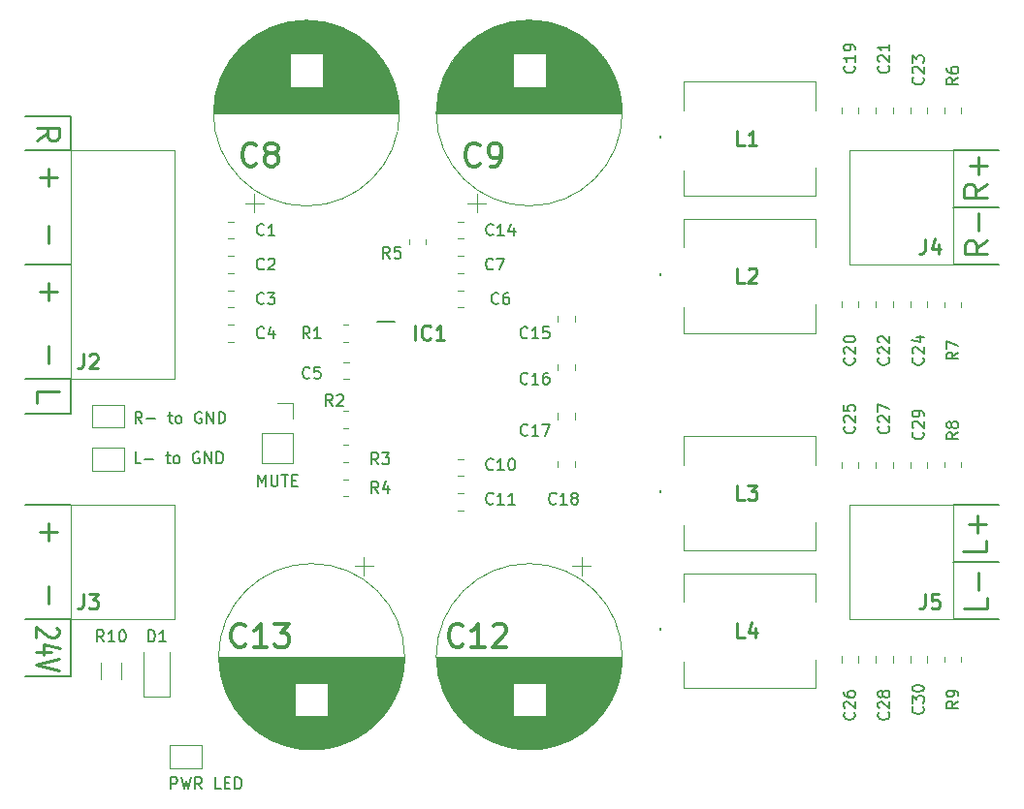
<source format=gbr>
%TF.GenerationSoftware,KiCad,Pcbnew,7.0.6*%
%TF.CreationDate,2023-10-07T14:34:09+02:00*%
%TF.ProjectId,TPA3116 amplifier,54504133-3131-4362-9061-6d706c696669,rev?*%
%TF.SameCoordinates,Original*%
%TF.FileFunction,Legend,Top*%
%TF.FilePolarity,Positive*%
%FSLAX46Y46*%
G04 Gerber Fmt 4.6, Leading zero omitted, Abs format (unit mm)*
G04 Created by KiCad (PCBNEW 7.0.6) date 2023-10-07 14:34:09*
%MOMM*%
%LPD*%
G01*
G04 APERTURE LIST*
%ADD10C,0.150000*%
%ADD11C,0.250000*%
%ADD12C,0.254000*%
%ADD13C,0.300000*%
%ADD14C,0.120000*%
%ADD15C,0.100000*%
%ADD16C,0.200000*%
G04 APERTURE END LIST*
D10*
X112698932Y-122818411D02*
X112698932Y-121818411D01*
X112698932Y-121818411D02*
X113079884Y-121818411D01*
X113079884Y-121818411D02*
X113175122Y-121866030D01*
X113175122Y-121866030D02*
X113222741Y-121913649D01*
X113222741Y-121913649D02*
X113270360Y-122008887D01*
X113270360Y-122008887D02*
X113270360Y-122151744D01*
X113270360Y-122151744D02*
X113222741Y-122246982D01*
X113222741Y-122246982D02*
X113175122Y-122294601D01*
X113175122Y-122294601D02*
X113079884Y-122342220D01*
X113079884Y-122342220D02*
X112698932Y-122342220D01*
X113603694Y-121818411D02*
X113841789Y-122818411D01*
X113841789Y-122818411D02*
X114032265Y-122104125D01*
X114032265Y-122104125D02*
X114222741Y-122818411D01*
X114222741Y-122818411D02*
X114460837Y-121818411D01*
X115413217Y-122818411D02*
X115079884Y-122342220D01*
X114841789Y-122818411D02*
X114841789Y-121818411D01*
X114841789Y-121818411D02*
X115222741Y-121818411D01*
X115222741Y-121818411D02*
X115317979Y-121866030D01*
X115317979Y-121866030D02*
X115365598Y-121913649D01*
X115365598Y-121913649D02*
X115413217Y-122008887D01*
X115413217Y-122008887D02*
X115413217Y-122151744D01*
X115413217Y-122151744D02*
X115365598Y-122246982D01*
X115365598Y-122246982D02*
X115317979Y-122294601D01*
X115317979Y-122294601D02*
X115222741Y-122342220D01*
X115222741Y-122342220D02*
X114841789Y-122342220D01*
X117079884Y-122818411D02*
X116603694Y-122818411D01*
X116603694Y-122818411D02*
X116603694Y-121818411D01*
X117413218Y-122294601D02*
X117746551Y-122294601D01*
X117889408Y-122818411D02*
X117413218Y-122818411D01*
X117413218Y-122818411D02*
X117413218Y-121818411D01*
X117413218Y-121818411D02*
X117889408Y-121818411D01*
X118317980Y-122818411D02*
X118317980Y-121818411D01*
X118317980Y-121818411D02*
X118556075Y-121818411D01*
X118556075Y-121818411D02*
X118698932Y-121866030D01*
X118698932Y-121866030D02*
X118794170Y-121961268D01*
X118794170Y-121961268D02*
X118841789Y-122056506D01*
X118841789Y-122056506D02*
X118889408Y-122246982D01*
X118889408Y-122246982D02*
X118889408Y-122389839D01*
X118889408Y-122389839D02*
X118841789Y-122580315D01*
X118841789Y-122580315D02*
X118794170Y-122675553D01*
X118794170Y-122675553D02*
X118698932Y-122770792D01*
X118698932Y-122770792D02*
X118556075Y-122818411D01*
X118556075Y-122818411D02*
X118317980Y-122818411D01*
D11*
X183967668Y-106094168D02*
X183967668Y-107046549D01*
X183967668Y-107046549D02*
X181967668Y-107046549D01*
X183205763Y-105427501D02*
X183205763Y-103903692D01*
X183866259Y-101101282D02*
X183866259Y-102053663D01*
X183866259Y-102053663D02*
X181866259Y-102053663D01*
X183104354Y-100434615D02*
X183104354Y-98910806D01*
X183866259Y-99672710D02*
X182342449Y-99672710D01*
D10*
X181000000Y-103000000D02*
X185000000Y-103000000D01*
X181000000Y-108000000D02*
X185000000Y-108000000D01*
X181000000Y-98000000D02*
X185000000Y-98000000D01*
D11*
X184013195Y-74900721D02*
X183060814Y-75567388D01*
X184013195Y-76043578D02*
X182013195Y-76043578D01*
X182013195Y-76043578D02*
X182013195Y-75281673D01*
X182013195Y-75281673D02*
X182108433Y-75091197D01*
X182108433Y-75091197D02*
X182203671Y-74995959D01*
X182203671Y-74995959D02*
X182394147Y-74900721D01*
X182394147Y-74900721D02*
X182679861Y-74900721D01*
X182679861Y-74900721D02*
X182870337Y-74995959D01*
X182870337Y-74995959D02*
X182965576Y-75091197D01*
X182965576Y-75091197D02*
X183060814Y-75281673D01*
X183060814Y-75281673D02*
X183060814Y-76043578D01*
X183251290Y-74043578D02*
X183251290Y-72519769D01*
X183953947Y-69983097D02*
X183001566Y-70649764D01*
X183953947Y-71125954D02*
X181953947Y-71125954D01*
X181953947Y-71125954D02*
X181953947Y-70364049D01*
X181953947Y-70364049D02*
X182049185Y-70173573D01*
X182049185Y-70173573D02*
X182144423Y-70078335D01*
X182144423Y-70078335D02*
X182334899Y-69983097D01*
X182334899Y-69983097D02*
X182620613Y-69983097D01*
X182620613Y-69983097D02*
X182811089Y-70078335D01*
X182811089Y-70078335D02*
X182906328Y-70173573D01*
X182906328Y-70173573D02*
X183001566Y-70364049D01*
X183001566Y-70364049D02*
X183001566Y-71125954D01*
X183192042Y-69125954D02*
X183192042Y-67602145D01*
X183953947Y-68364049D02*
X182430137Y-68364049D01*
D10*
X181000000Y-72000000D02*
X185000000Y-72000000D01*
X181000000Y-67000000D02*
X185000000Y-67000000D01*
X181000000Y-77000000D02*
X185000000Y-77000000D01*
D11*
X102730581Y-108718494D02*
X102825819Y-108789922D01*
X102825819Y-108789922D02*
X102921057Y-108932780D01*
X102921057Y-108932780D02*
X102921057Y-109289922D01*
X102921057Y-109289922D02*
X102825819Y-109432780D01*
X102825819Y-109432780D02*
X102730581Y-109504208D01*
X102730581Y-109504208D02*
X102540105Y-109575637D01*
X102540105Y-109575637D02*
X102349629Y-109575637D01*
X102349629Y-109575637D02*
X102063915Y-109504208D01*
X102063915Y-109504208D02*
X100921057Y-108647065D01*
X100921057Y-108647065D02*
X100921057Y-109575637D01*
X102254391Y-110861351D02*
X100921057Y-110861351D01*
X103016296Y-110504208D02*
X101587724Y-110147065D01*
X101587724Y-110147065D02*
X101587724Y-111075636D01*
X102921057Y-111432779D02*
X100921057Y-111932779D01*
X100921057Y-111932779D02*
X102921057Y-112432779D01*
D10*
X104000000Y-113000000D02*
X100000000Y-113000000D01*
X104000000Y-108000000D02*
X104000000Y-113000000D01*
D11*
X102019666Y-105140663D02*
X102019666Y-106664473D01*
X102019666Y-99640663D02*
X102019666Y-101164473D01*
X101257761Y-100402568D02*
X102781571Y-100402568D01*
D10*
X104000000Y-108000000D02*
X100000000Y-108000000D01*
X104000000Y-98000000D02*
X100000000Y-98000000D01*
X110087969Y-94369819D02*
X109611779Y-94369819D01*
X109611779Y-94369819D02*
X109611779Y-93369819D01*
X110421303Y-93988866D02*
X111183208Y-93988866D01*
X112278446Y-93703152D02*
X112659398Y-93703152D01*
X112421303Y-93369819D02*
X112421303Y-94226961D01*
X112421303Y-94226961D02*
X112468922Y-94322200D01*
X112468922Y-94322200D02*
X112564160Y-94369819D01*
X112564160Y-94369819D02*
X112659398Y-94369819D01*
X113135589Y-94369819D02*
X113040351Y-94322200D01*
X113040351Y-94322200D02*
X112992732Y-94274580D01*
X112992732Y-94274580D02*
X112945113Y-94179342D01*
X112945113Y-94179342D02*
X112945113Y-93893628D01*
X112945113Y-93893628D02*
X112992732Y-93798390D01*
X112992732Y-93798390D02*
X113040351Y-93750771D01*
X113040351Y-93750771D02*
X113135589Y-93703152D01*
X113135589Y-93703152D02*
X113278446Y-93703152D01*
X113278446Y-93703152D02*
X113373684Y-93750771D01*
X113373684Y-93750771D02*
X113421303Y-93798390D01*
X113421303Y-93798390D02*
X113468922Y-93893628D01*
X113468922Y-93893628D02*
X113468922Y-94179342D01*
X113468922Y-94179342D02*
X113421303Y-94274580D01*
X113421303Y-94274580D02*
X113373684Y-94322200D01*
X113373684Y-94322200D02*
X113278446Y-94369819D01*
X113278446Y-94369819D02*
X113135589Y-94369819D01*
X115183208Y-93417438D02*
X115087970Y-93369819D01*
X115087970Y-93369819D02*
X114945113Y-93369819D01*
X114945113Y-93369819D02*
X114802256Y-93417438D01*
X114802256Y-93417438D02*
X114707018Y-93512676D01*
X114707018Y-93512676D02*
X114659399Y-93607914D01*
X114659399Y-93607914D02*
X114611780Y-93798390D01*
X114611780Y-93798390D02*
X114611780Y-93941247D01*
X114611780Y-93941247D02*
X114659399Y-94131723D01*
X114659399Y-94131723D02*
X114707018Y-94226961D01*
X114707018Y-94226961D02*
X114802256Y-94322200D01*
X114802256Y-94322200D02*
X114945113Y-94369819D01*
X114945113Y-94369819D02*
X115040351Y-94369819D01*
X115040351Y-94369819D02*
X115183208Y-94322200D01*
X115183208Y-94322200D02*
X115230827Y-94274580D01*
X115230827Y-94274580D02*
X115230827Y-93941247D01*
X115230827Y-93941247D02*
X115040351Y-93941247D01*
X115659399Y-94369819D02*
X115659399Y-93369819D01*
X115659399Y-93369819D02*
X116230827Y-94369819D01*
X116230827Y-94369819D02*
X116230827Y-93369819D01*
X116707018Y-94369819D02*
X116707018Y-93369819D01*
X116707018Y-93369819D02*
X116945113Y-93369819D01*
X116945113Y-93369819D02*
X117087970Y-93417438D01*
X117087970Y-93417438D02*
X117183208Y-93512676D01*
X117183208Y-93512676D02*
X117230827Y-93607914D01*
X117230827Y-93607914D02*
X117278446Y-93798390D01*
X117278446Y-93798390D02*
X117278446Y-93941247D01*
X117278446Y-93941247D02*
X117230827Y-94131723D01*
X117230827Y-94131723D02*
X117183208Y-94226961D01*
X117183208Y-94226961D02*
X117087970Y-94322200D01*
X117087970Y-94322200D02*
X116945113Y-94369819D01*
X116945113Y-94369819D02*
X116707018Y-94369819D01*
X110183207Y-90869819D02*
X109849874Y-90393628D01*
X109611779Y-90869819D02*
X109611779Y-89869819D01*
X109611779Y-89869819D02*
X109992731Y-89869819D01*
X109992731Y-89869819D02*
X110087969Y-89917438D01*
X110087969Y-89917438D02*
X110135588Y-89965057D01*
X110135588Y-89965057D02*
X110183207Y-90060295D01*
X110183207Y-90060295D02*
X110183207Y-90203152D01*
X110183207Y-90203152D02*
X110135588Y-90298390D01*
X110135588Y-90298390D02*
X110087969Y-90346009D01*
X110087969Y-90346009D02*
X109992731Y-90393628D01*
X109992731Y-90393628D02*
X109611779Y-90393628D01*
X110611779Y-90488866D02*
X111373684Y-90488866D01*
X112468922Y-90203152D02*
X112849874Y-90203152D01*
X112611779Y-89869819D02*
X112611779Y-90726961D01*
X112611779Y-90726961D02*
X112659398Y-90822200D01*
X112659398Y-90822200D02*
X112754636Y-90869819D01*
X112754636Y-90869819D02*
X112849874Y-90869819D01*
X113326065Y-90869819D02*
X113230827Y-90822200D01*
X113230827Y-90822200D02*
X113183208Y-90774580D01*
X113183208Y-90774580D02*
X113135589Y-90679342D01*
X113135589Y-90679342D02*
X113135589Y-90393628D01*
X113135589Y-90393628D02*
X113183208Y-90298390D01*
X113183208Y-90298390D02*
X113230827Y-90250771D01*
X113230827Y-90250771D02*
X113326065Y-90203152D01*
X113326065Y-90203152D02*
X113468922Y-90203152D01*
X113468922Y-90203152D02*
X113564160Y-90250771D01*
X113564160Y-90250771D02*
X113611779Y-90298390D01*
X113611779Y-90298390D02*
X113659398Y-90393628D01*
X113659398Y-90393628D02*
X113659398Y-90679342D01*
X113659398Y-90679342D02*
X113611779Y-90774580D01*
X113611779Y-90774580D02*
X113564160Y-90822200D01*
X113564160Y-90822200D02*
X113468922Y-90869819D01*
X113468922Y-90869819D02*
X113326065Y-90869819D01*
X115373684Y-89917438D02*
X115278446Y-89869819D01*
X115278446Y-89869819D02*
X115135589Y-89869819D01*
X115135589Y-89869819D02*
X114992732Y-89917438D01*
X114992732Y-89917438D02*
X114897494Y-90012676D01*
X114897494Y-90012676D02*
X114849875Y-90107914D01*
X114849875Y-90107914D02*
X114802256Y-90298390D01*
X114802256Y-90298390D02*
X114802256Y-90441247D01*
X114802256Y-90441247D02*
X114849875Y-90631723D01*
X114849875Y-90631723D02*
X114897494Y-90726961D01*
X114897494Y-90726961D02*
X114992732Y-90822200D01*
X114992732Y-90822200D02*
X115135589Y-90869819D01*
X115135589Y-90869819D02*
X115230827Y-90869819D01*
X115230827Y-90869819D02*
X115373684Y-90822200D01*
X115373684Y-90822200D02*
X115421303Y-90774580D01*
X115421303Y-90774580D02*
X115421303Y-90441247D01*
X115421303Y-90441247D02*
X115230827Y-90441247D01*
X115849875Y-90869819D02*
X115849875Y-89869819D01*
X115849875Y-89869819D02*
X116421303Y-90869819D01*
X116421303Y-90869819D02*
X116421303Y-89869819D01*
X116897494Y-90869819D02*
X116897494Y-89869819D01*
X116897494Y-89869819D02*
X117135589Y-89869819D01*
X117135589Y-89869819D02*
X117278446Y-89917438D01*
X117278446Y-89917438D02*
X117373684Y-90012676D01*
X117373684Y-90012676D02*
X117421303Y-90107914D01*
X117421303Y-90107914D02*
X117468922Y-90298390D01*
X117468922Y-90298390D02*
X117468922Y-90441247D01*
X117468922Y-90441247D02*
X117421303Y-90631723D01*
X117421303Y-90631723D02*
X117373684Y-90726961D01*
X117373684Y-90726961D02*
X117278446Y-90822200D01*
X117278446Y-90822200D02*
X117135589Y-90869819D01*
X117135589Y-90869819D02*
X116897494Y-90869819D01*
X120336779Y-96369819D02*
X120336779Y-95369819D01*
X120336779Y-95369819D02*
X120670112Y-96084104D01*
X120670112Y-96084104D02*
X121003445Y-95369819D01*
X121003445Y-95369819D02*
X121003445Y-96369819D01*
X121479636Y-95369819D02*
X121479636Y-96179342D01*
X121479636Y-96179342D02*
X121527255Y-96274580D01*
X121527255Y-96274580D02*
X121574874Y-96322200D01*
X121574874Y-96322200D02*
X121670112Y-96369819D01*
X121670112Y-96369819D02*
X121860588Y-96369819D01*
X121860588Y-96369819D02*
X121955826Y-96322200D01*
X121955826Y-96322200D02*
X122003445Y-96274580D01*
X122003445Y-96274580D02*
X122051064Y-96179342D01*
X122051064Y-96179342D02*
X122051064Y-95369819D01*
X122384398Y-95369819D02*
X122955826Y-95369819D01*
X122670112Y-96369819D02*
X122670112Y-95369819D01*
X123289160Y-95846009D02*
X123622493Y-95846009D01*
X123765350Y-96369819D02*
X123289160Y-96369819D01*
X123289160Y-96369819D02*
X123289160Y-95369819D01*
X123289160Y-95369819D02*
X123765350Y-95369819D01*
D11*
X102019666Y-68640663D02*
X102019666Y-70164473D01*
X101257761Y-69402568D02*
X102781571Y-69402568D01*
X101001251Y-89070643D02*
X101001251Y-88118262D01*
X101001251Y-88118262D02*
X103001251Y-88118262D01*
D10*
X104000000Y-90000000D02*
X100000000Y-90000000D01*
X104000000Y-87000000D02*
X104000000Y-90000000D01*
X104000000Y-87000000D02*
X100000000Y-87000000D01*
X104000000Y-64000000D02*
X100000000Y-64000000D01*
X104000000Y-67000000D02*
X104000000Y-64000000D01*
X104000000Y-67000000D02*
X100000000Y-67000000D01*
X104000000Y-77000000D02*
X100000000Y-77000000D01*
D11*
X102019666Y-73640663D02*
X102019666Y-75164473D01*
X102019666Y-84140663D02*
X102019666Y-85664473D01*
X102019666Y-78640663D02*
X102019666Y-80164473D01*
X101257761Y-79402568D02*
X102781571Y-79402568D01*
X100971627Y-66183835D02*
X101924008Y-65517168D01*
X100971627Y-65040978D02*
X102971627Y-65040978D01*
X102971627Y-65040978D02*
X102971627Y-65802883D01*
X102971627Y-65802883D02*
X102876389Y-65993359D01*
X102876389Y-65993359D02*
X102781151Y-66088597D01*
X102781151Y-66088597D02*
X102590675Y-66183835D01*
X102590675Y-66183835D02*
X102304961Y-66183835D01*
X102304961Y-66183835D02*
X102114485Y-66088597D01*
X102114485Y-66088597D02*
X102019246Y-65993359D01*
X102019246Y-65993359D02*
X101924008Y-65802883D01*
X101924008Y-65802883D02*
X101924008Y-65040978D01*
D10*
X106857142Y-109954819D02*
X106523809Y-109478628D01*
X106285714Y-109954819D02*
X106285714Y-108954819D01*
X106285714Y-108954819D02*
X106666666Y-108954819D01*
X106666666Y-108954819D02*
X106761904Y-109002438D01*
X106761904Y-109002438D02*
X106809523Y-109050057D01*
X106809523Y-109050057D02*
X106857142Y-109145295D01*
X106857142Y-109145295D02*
X106857142Y-109288152D01*
X106857142Y-109288152D02*
X106809523Y-109383390D01*
X106809523Y-109383390D02*
X106761904Y-109431009D01*
X106761904Y-109431009D02*
X106666666Y-109478628D01*
X106666666Y-109478628D02*
X106285714Y-109478628D01*
X107809523Y-109954819D02*
X107238095Y-109954819D01*
X107523809Y-109954819D02*
X107523809Y-108954819D01*
X107523809Y-108954819D02*
X107428571Y-109097676D01*
X107428571Y-109097676D02*
X107333333Y-109192914D01*
X107333333Y-109192914D02*
X107238095Y-109240533D01*
X108428571Y-108954819D02*
X108523809Y-108954819D01*
X108523809Y-108954819D02*
X108619047Y-109002438D01*
X108619047Y-109002438D02*
X108666666Y-109050057D01*
X108666666Y-109050057D02*
X108714285Y-109145295D01*
X108714285Y-109145295D02*
X108761904Y-109335771D01*
X108761904Y-109335771D02*
X108761904Y-109573866D01*
X108761904Y-109573866D02*
X108714285Y-109764342D01*
X108714285Y-109764342D02*
X108666666Y-109859580D01*
X108666666Y-109859580D02*
X108619047Y-109907200D01*
X108619047Y-109907200D02*
X108523809Y-109954819D01*
X108523809Y-109954819D02*
X108428571Y-109954819D01*
X108428571Y-109954819D02*
X108333333Y-109907200D01*
X108333333Y-109907200D02*
X108285714Y-109859580D01*
X108285714Y-109859580D02*
X108238095Y-109764342D01*
X108238095Y-109764342D02*
X108190476Y-109573866D01*
X108190476Y-109573866D02*
X108190476Y-109335771D01*
X108190476Y-109335771D02*
X108238095Y-109145295D01*
X108238095Y-109145295D02*
X108285714Y-109050057D01*
X108285714Y-109050057D02*
X108333333Y-109002438D01*
X108333333Y-109002438D02*
X108428571Y-108954819D01*
X110761905Y-109954819D02*
X110761905Y-108954819D01*
X110761905Y-108954819D02*
X111000000Y-108954819D01*
X111000000Y-108954819D02*
X111142857Y-109002438D01*
X111142857Y-109002438D02*
X111238095Y-109097676D01*
X111238095Y-109097676D02*
X111285714Y-109192914D01*
X111285714Y-109192914D02*
X111333333Y-109383390D01*
X111333333Y-109383390D02*
X111333333Y-109526247D01*
X111333333Y-109526247D02*
X111285714Y-109716723D01*
X111285714Y-109716723D02*
X111238095Y-109811961D01*
X111238095Y-109811961D02*
X111142857Y-109907200D01*
X111142857Y-109907200D02*
X111000000Y-109954819D01*
X111000000Y-109954819D02*
X110761905Y-109954819D01*
X112285714Y-109954819D02*
X111714286Y-109954819D01*
X112000000Y-109954819D02*
X112000000Y-108954819D01*
X112000000Y-108954819D02*
X111904762Y-109097676D01*
X111904762Y-109097676D02*
X111809524Y-109192914D01*
X111809524Y-109192914D02*
X111714286Y-109240533D01*
X178359580Y-115642857D02*
X178407200Y-115690476D01*
X178407200Y-115690476D02*
X178454819Y-115833333D01*
X178454819Y-115833333D02*
X178454819Y-115928571D01*
X178454819Y-115928571D02*
X178407200Y-116071428D01*
X178407200Y-116071428D02*
X178311961Y-116166666D01*
X178311961Y-116166666D02*
X178216723Y-116214285D01*
X178216723Y-116214285D02*
X178026247Y-116261904D01*
X178026247Y-116261904D02*
X177883390Y-116261904D01*
X177883390Y-116261904D02*
X177692914Y-116214285D01*
X177692914Y-116214285D02*
X177597676Y-116166666D01*
X177597676Y-116166666D02*
X177502438Y-116071428D01*
X177502438Y-116071428D02*
X177454819Y-115928571D01*
X177454819Y-115928571D02*
X177454819Y-115833333D01*
X177454819Y-115833333D02*
X177502438Y-115690476D01*
X177502438Y-115690476D02*
X177550057Y-115642857D01*
X177454819Y-115309523D02*
X177454819Y-114690476D01*
X177454819Y-114690476D02*
X177835771Y-115023809D01*
X177835771Y-115023809D02*
X177835771Y-114880952D01*
X177835771Y-114880952D02*
X177883390Y-114785714D01*
X177883390Y-114785714D02*
X177931009Y-114738095D01*
X177931009Y-114738095D02*
X178026247Y-114690476D01*
X178026247Y-114690476D02*
X178264342Y-114690476D01*
X178264342Y-114690476D02*
X178359580Y-114738095D01*
X178359580Y-114738095D02*
X178407200Y-114785714D01*
X178407200Y-114785714D02*
X178454819Y-114880952D01*
X178454819Y-114880952D02*
X178454819Y-115166666D01*
X178454819Y-115166666D02*
X178407200Y-115261904D01*
X178407200Y-115261904D02*
X178359580Y-115309523D01*
X177454819Y-114071428D02*
X177454819Y-113976190D01*
X177454819Y-113976190D02*
X177502438Y-113880952D01*
X177502438Y-113880952D02*
X177550057Y-113833333D01*
X177550057Y-113833333D02*
X177645295Y-113785714D01*
X177645295Y-113785714D02*
X177835771Y-113738095D01*
X177835771Y-113738095D02*
X178073866Y-113738095D01*
X178073866Y-113738095D02*
X178264342Y-113785714D01*
X178264342Y-113785714D02*
X178359580Y-113833333D01*
X178359580Y-113833333D02*
X178407200Y-113880952D01*
X178407200Y-113880952D02*
X178454819Y-113976190D01*
X178454819Y-113976190D02*
X178454819Y-114071428D01*
X178454819Y-114071428D02*
X178407200Y-114166666D01*
X178407200Y-114166666D02*
X178359580Y-114214285D01*
X178359580Y-114214285D02*
X178264342Y-114261904D01*
X178264342Y-114261904D02*
X178073866Y-114309523D01*
X178073866Y-114309523D02*
X177835771Y-114309523D01*
X177835771Y-114309523D02*
X177645295Y-114261904D01*
X177645295Y-114261904D02*
X177550057Y-114214285D01*
X177550057Y-114214285D02*
X177502438Y-114166666D01*
X177502438Y-114166666D02*
X177454819Y-114071428D01*
X140857142Y-97859580D02*
X140809523Y-97907200D01*
X140809523Y-97907200D02*
X140666666Y-97954819D01*
X140666666Y-97954819D02*
X140571428Y-97954819D01*
X140571428Y-97954819D02*
X140428571Y-97907200D01*
X140428571Y-97907200D02*
X140333333Y-97811961D01*
X140333333Y-97811961D02*
X140285714Y-97716723D01*
X140285714Y-97716723D02*
X140238095Y-97526247D01*
X140238095Y-97526247D02*
X140238095Y-97383390D01*
X140238095Y-97383390D02*
X140285714Y-97192914D01*
X140285714Y-97192914D02*
X140333333Y-97097676D01*
X140333333Y-97097676D02*
X140428571Y-97002438D01*
X140428571Y-97002438D02*
X140571428Y-96954819D01*
X140571428Y-96954819D02*
X140666666Y-96954819D01*
X140666666Y-96954819D02*
X140809523Y-97002438D01*
X140809523Y-97002438D02*
X140857142Y-97050057D01*
X141809523Y-97954819D02*
X141238095Y-97954819D01*
X141523809Y-97954819D02*
X141523809Y-96954819D01*
X141523809Y-96954819D02*
X141428571Y-97097676D01*
X141428571Y-97097676D02*
X141333333Y-97192914D01*
X141333333Y-97192914D02*
X141238095Y-97240533D01*
X142761904Y-97954819D02*
X142190476Y-97954819D01*
X142476190Y-97954819D02*
X142476190Y-96954819D01*
X142476190Y-96954819D02*
X142380952Y-97097676D01*
X142380952Y-97097676D02*
X142285714Y-97192914D01*
X142285714Y-97192914D02*
X142190476Y-97240533D01*
X146357142Y-97859580D02*
X146309523Y-97907200D01*
X146309523Y-97907200D02*
X146166666Y-97954819D01*
X146166666Y-97954819D02*
X146071428Y-97954819D01*
X146071428Y-97954819D02*
X145928571Y-97907200D01*
X145928571Y-97907200D02*
X145833333Y-97811961D01*
X145833333Y-97811961D02*
X145785714Y-97716723D01*
X145785714Y-97716723D02*
X145738095Y-97526247D01*
X145738095Y-97526247D02*
X145738095Y-97383390D01*
X145738095Y-97383390D02*
X145785714Y-97192914D01*
X145785714Y-97192914D02*
X145833333Y-97097676D01*
X145833333Y-97097676D02*
X145928571Y-97002438D01*
X145928571Y-97002438D02*
X146071428Y-96954819D01*
X146071428Y-96954819D02*
X146166666Y-96954819D01*
X146166666Y-96954819D02*
X146309523Y-97002438D01*
X146309523Y-97002438D02*
X146357142Y-97050057D01*
X147309523Y-97954819D02*
X146738095Y-97954819D01*
X147023809Y-97954819D02*
X147023809Y-96954819D01*
X147023809Y-96954819D02*
X146928571Y-97097676D01*
X146928571Y-97097676D02*
X146833333Y-97192914D01*
X146833333Y-97192914D02*
X146738095Y-97240533D01*
X147880952Y-97383390D02*
X147785714Y-97335771D01*
X147785714Y-97335771D02*
X147738095Y-97288152D01*
X147738095Y-97288152D02*
X147690476Y-97192914D01*
X147690476Y-97192914D02*
X147690476Y-97145295D01*
X147690476Y-97145295D02*
X147738095Y-97050057D01*
X147738095Y-97050057D02*
X147785714Y-97002438D01*
X147785714Y-97002438D02*
X147880952Y-96954819D01*
X147880952Y-96954819D02*
X148071428Y-96954819D01*
X148071428Y-96954819D02*
X148166666Y-97002438D01*
X148166666Y-97002438D02*
X148214285Y-97050057D01*
X148214285Y-97050057D02*
X148261904Y-97145295D01*
X148261904Y-97145295D02*
X148261904Y-97192914D01*
X148261904Y-97192914D02*
X148214285Y-97288152D01*
X148214285Y-97288152D02*
X148166666Y-97335771D01*
X148166666Y-97335771D02*
X148071428Y-97383390D01*
X148071428Y-97383390D02*
X147880952Y-97383390D01*
X147880952Y-97383390D02*
X147785714Y-97431009D01*
X147785714Y-97431009D02*
X147738095Y-97478628D01*
X147738095Y-97478628D02*
X147690476Y-97573866D01*
X147690476Y-97573866D02*
X147690476Y-97764342D01*
X147690476Y-97764342D02*
X147738095Y-97859580D01*
X147738095Y-97859580D02*
X147785714Y-97907200D01*
X147785714Y-97907200D02*
X147880952Y-97954819D01*
X147880952Y-97954819D02*
X148071428Y-97954819D01*
X148071428Y-97954819D02*
X148166666Y-97907200D01*
X148166666Y-97907200D02*
X148214285Y-97859580D01*
X148214285Y-97859580D02*
X148261904Y-97764342D01*
X148261904Y-97764342D02*
X148261904Y-97573866D01*
X148261904Y-97573866D02*
X148214285Y-97478628D01*
X148214285Y-97478628D02*
X148166666Y-97431009D01*
X148166666Y-97431009D02*
X148071428Y-97383390D01*
X141333333Y-80359580D02*
X141285714Y-80407200D01*
X141285714Y-80407200D02*
X141142857Y-80454819D01*
X141142857Y-80454819D02*
X141047619Y-80454819D01*
X141047619Y-80454819D02*
X140904762Y-80407200D01*
X140904762Y-80407200D02*
X140809524Y-80311961D01*
X140809524Y-80311961D02*
X140761905Y-80216723D01*
X140761905Y-80216723D02*
X140714286Y-80026247D01*
X140714286Y-80026247D02*
X140714286Y-79883390D01*
X140714286Y-79883390D02*
X140761905Y-79692914D01*
X140761905Y-79692914D02*
X140809524Y-79597676D01*
X140809524Y-79597676D02*
X140904762Y-79502438D01*
X140904762Y-79502438D02*
X141047619Y-79454819D01*
X141047619Y-79454819D02*
X141142857Y-79454819D01*
X141142857Y-79454819D02*
X141285714Y-79502438D01*
X141285714Y-79502438D02*
X141333333Y-79550057D01*
X142190476Y-79454819D02*
X142000000Y-79454819D01*
X142000000Y-79454819D02*
X141904762Y-79502438D01*
X141904762Y-79502438D02*
X141857143Y-79550057D01*
X141857143Y-79550057D02*
X141761905Y-79692914D01*
X141761905Y-79692914D02*
X141714286Y-79883390D01*
X141714286Y-79883390D02*
X141714286Y-80264342D01*
X141714286Y-80264342D02*
X141761905Y-80359580D01*
X141761905Y-80359580D02*
X141809524Y-80407200D01*
X141809524Y-80407200D02*
X141904762Y-80454819D01*
X141904762Y-80454819D02*
X142095238Y-80454819D01*
X142095238Y-80454819D02*
X142190476Y-80407200D01*
X142190476Y-80407200D02*
X142238095Y-80359580D01*
X142238095Y-80359580D02*
X142285714Y-80264342D01*
X142285714Y-80264342D02*
X142285714Y-80026247D01*
X142285714Y-80026247D02*
X142238095Y-79931009D01*
X142238095Y-79931009D02*
X142190476Y-79883390D01*
X142190476Y-79883390D02*
X142095238Y-79835771D01*
X142095238Y-79835771D02*
X141904762Y-79835771D01*
X141904762Y-79835771D02*
X141809524Y-79883390D01*
X141809524Y-79883390D02*
X141761905Y-79931009D01*
X141761905Y-79931009D02*
X141714286Y-80026247D01*
D12*
X178576667Y-105804318D02*
X178576667Y-106711461D01*
X178576667Y-106711461D02*
X178516190Y-106892889D01*
X178516190Y-106892889D02*
X178395238Y-107013842D01*
X178395238Y-107013842D02*
X178213809Y-107074318D01*
X178213809Y-107074318D02*
X178092857Y-107074318D01*
X179786190Y-105804318D02*
X179181428Y-105804318D01*
X179181428Y-105804318D02*
X179120952Y-106409080D01*
X179120952Y-106409080D02*
X179181428Y-106348603D01*
X179181428Y-106348603D02*
X179302381Y-106288127D01*
X179302381Y-106288127D02*
X179604762Y-106288127D01*
X179604762Y-106288127D02*
X179725714Y-106348603D01*
X179725714Y-106348603D02*
X179786190Y-106409080D01*
X179786190Y-106409080D02*
X179846667Y-106530032D01*
X179846667Y-106530032D02*
X179846667Y-106832413D01*
X179846667Y-106832413D02*
X179786190Y-106953365D01*
X179786190Y-106953365D02*
X179725714Y-107013842D01*
X179725714Y-107013842D02*
X179604762Y-107074318D01*
X179604762Y-107074318D02*
X179302381Y-107074318D01*
X179302381Y-107074318D02*
X179181428Y-107013842D01*
X179181428Y-107013842D02*
X179120952Y-106953365D01*
X134048237Y-83574318D02*
X134048237Y-82304318D01*
X135378714Y-83453365D02*
X135318238Y-83513842D01*
X135318238Y-83513842D02*
X135136809Y-83574318D01*
X135136809Y-83574318D02*
X135015857Y-83574318D01*
X135015857Y-83574318D02*
X134834428Y-83513842D01*
X134834428Y-83513842D02*
X134713476Y-83392889D01*
X134713476Y-83392889D02*
X134652999Y-83271937D01*
X134652999Y-83271937D02*
X134592523Y-83030032D01*
X134592523Y-83030032D02*
X134592523Y-82848603D01*
X134592523Y-82848603D02*
X134652999Y-82606699D01*
X134652999Y-82606699D02*
X134713476Y-82485746D01*
X134713476Y-82485746D02*
X134834428Y-82364794D01*
X134834428Y-82364794D02*
X135015857Y-82304318D01*
X135015857Y-82304318D02*
X135136809Y-82304318D01*
X135136809Y-82304318D02*
X135318238Y-82364794D01*
X135318238Y-82364794D02*
X135378714Y-82425270D01*
X136588238Y-83574318D02*
X135862523Y-83574318D01*
X136225380Y-83574318D02*
X136225380Y-82304318D01*
X136225380Y-82304318D02*
X136104428Y-82485746D01*
X136104428Y-82485746D02*
X135983476Y-82606699D01*
X135983476Y-82606699D02*
X135862523Y-82667175D01*
D10*
X181454819Y-115166666D02*
X180978628Y-115499999D01*
X181454819Y-115738094D02*
X180454819Y-115738094D01*
X180454819Y-115738094D02*
X180454819Y-115357142D01*
X180454819Y-115357142D02*
X180502438Y-115261904D01*
X180502438Y-115261904D02*
X180550057Y-115214285D01*
X180550057Y-115214285D02*
X180645295Y-115166666D01*
X180645295Y-115166666D02*
X180788152Y-115166666D01*
X180788152Y-115166666D02*
X180883390Y-115214285D01*
X180883390Y-115214285D02*
X180931009Y-115261904D01*
X180931009Y-115261904D02*
X180978628Y-115357142D01*
X180978628Y-115357142D02*
X180978628Y-115738094D01*
X181454819Y-114690475D02*
X181454819Y-114499999D01*
X181454819Y-114499999D02*
X181407200Y-114404761D01*
X181407200Y-114404761D02*
X181359580Y-114357142D01*
X181359580Y-114357142D02*
X181216723Y-114261904D01*
X181216723Y-114261904D02*
X181026247Y-114214285D01*
X181026247Y-114214285D02*
X180645295Y-114214285D01*
X180645295Y-114214285D02*
X180550057Y-114261904D01*
X180550057Y-114261904D02*
X180502438Y-114309523D01*
X180502438Y-114309523D02*
X180454819Y-114404761D01*
X180454819Y-114404761D02*
X180454819Y-114595237D01*
X180454819Y-114595237D02*
X180502438Y-114690475D01*
X180502438Y-114690475D02*
X180550057Y-114738094D01*
X180550057Y-114738094D02*
X180645295Y-114785713D01*
X180645295Y-114785713D02*
X180883390Y-114785713D01*
X180883390Y-114785713D02*
X180978628Y-114738094D01*
X180978628Y-114738094D02*
X181026247Y-114690475D01*
X181026247Y-114690475D02*
X181073866Y-114595237D01*
X181073866Y-114595237D02*
X181073866Y-114404761D01*
X181073866Y-114404761D02*
X181026247Y-114309523D01*
X181026247Y-114309523D02*
X180978628Y-114261904D01*
X180978628Y-114261904D02*
X180883390Y-114214285D01*
D13*
X138214285Y-110219161D02*
X138119047Y-110314400D01*
X138119047Y-110314400D02*
X137833333Y-110409638D01*
X137833333Y-110409638D02*
X137642857Y-110409638D01*
X137642857Y-110409638D02*
X137357142Y-110314400D01*
X137357142Y-110314400D02*
X137166666Y-110123923D01*
X137166666Y-110123923D02*
X137071428Y-109933447D01*
X137071428Y-109933447D02*
X136976190Y-109552495D01*
X136976190Y-109552495D02*
X136976190Y-109266780D01*
X136976190Y-109266780D02*
X137071428Y-108885828D01*
X137071428Y-108885828D02*
X137166666Y-108695352D01*
X137166666Y-108695352D02*
X137357142Y-108504876D01*
X137357142Y-108504876D02*
X137642857Y-108409638D01*
X137642857Y-108409638D02*
X137833333Y-108409638D01*
X137833333Y-108409638D02*
X138119047Y-108504876D01*
X138119047Y-108504876D02*
X138214285Y-108600114D01*
X140119047Y-110409638D02*
X138976190Y-110409638D01*
X139547618Y-110409638D02*
X139547618Y-108409638D01*
X139547618Y-108409638D02*
X139357142Y-108695352D01*
X139357142Y-108695352D02*
X139166666Y-108885828D01*
X139166666Y-108885828D02*
X138976190Y-108981066D01*
X140880952Y-108600114D02*
X140976190Y-108504876D01*
X140976190Y-108504876D02*
X141166666Y-108409638D01*
X141166666Y-108409638D02*
X141642857Y-108409638D01*
X141642857Y-108409638D02*
X141833333Y-108504876D01*
X141833333Y-108504876D02*
X141928571Y-108600114D01*
X141928571Y-108600114D02*
X142023809Y-108790590D01*
X142023809Y-108790590D02*
X142023809Y-108981066D01*
X142023809Y-108981066D02*
X141928571Y-109266780D01*
X141928571Y-109266780D02*
X140785714Y-110409638D01*
X140785714Y-110409638D02*
X142023809Y-110409638D01*
X139666666Y-68224184D02*
X139571428Y-68319423D01*
X139571428Y-68319423D02*
X139285714Y-68414661D01*
X139285714Y-68414661D02*
X139095238Y-68414661D01*
X139095238Y-68414661D02*
X138809523Y-68319423D01*
X138809523Y-68319423D02*
X138619047Y-68128946D01*
X138619047Y-68128946D02*
X138523809Y-67938470D01*
X138523809Y-67938470D02*
X138428571Y-67557518D01*
X138428571Y-67557518D02*
X138428571Y-67271803D01*
X138428571Y-67271803D02*
X138523809Y-66890851D01*
X138523809Y-66890851D02*
X138619047Y-66700375D01*
X138619047Y-66700375D02*
X138809523Y-66509899D01*
X138809523Y-66509899D02*
X139095238Y-66414661D01*
X139095238Y-66414661D02*
X139285714Y-66414661D01*
X139285714Y-66414661D02*
X139571428Y-66509899D01*
X139571428Y-66509899D02*
X139666666Y-66605137D01*
X140619047Y-68414661D02*
X140999999Y-68414661D01*
X140999999Y-68414661D02*
X141190476Y-68319423D01*
X141190476Y-68319423D02*
X141285714Y-68224184D01*
X141285714Y-68224184D02*
X141476190Y-67938470D01*
X141476190Y-67938470D02*
X141571428Y-67557518D01*
X141571428Y-67557518D02*
X141571428Y-66795613D01*
X141571428Y-66795613D02*
X141476190Y-66605137D01*
X141476190Y-66605137D02*
X141380952Y-66509899D01*
X141380952Y-66509899D02*
X141190476Y-66414661D01*
X141190476Y-66414661D02*
X140809523Y-66414661D01*
X140809523Y-66414661D02*
X140619047Y-66509899D01*
X140619047Y-66509899D02*
X140523809Y-66605137D01*
X140523809Y-66605137D02*
X140428571Y-66795613D01*
X140428571Y-66795613D02*
X140428571Y-67271803D01*
X140428571Y-67271803D02*
X140523809Y-67462280D01*
X140523809Y-67462280D02*
X140619047Y-67557518D01*
X140619047Y-67557518D02*
X140809523Y-67652756D01*
X140809523Y-67652756D02*
X141190476Y-67652756D01*
X141190476Y-67652756D02*
X141380952Y-67557518D01*
X141380952Y-67557518D02*
X141476190Y-67462280D01*
X141476190Y-67462280D02*
X141571428Y-67271803D01*
D10*
X126833333Y-89354819D02*
X126500000Y-88878628D01*
X126261905Y-89354819D02*
X126261905Y-88354819D01*
X126261905Y-88354819D02*
X126642857Y-88354819D01*
X126642857Y-88354819D02*
X126738095Y-88402438D01*
X126738095Y-88402438D02*
X126785714Y-88450057D01*
X126785714Y-88450057D02*
X126833333Y-88545295D01*
X126833333Y-88545295D02*
X126833333Y-88688152D01*
X126833333Y-88688152D02*
X126785714Y-88783390D01*
X126785714Y-88783390D02*
X126738095Y-88831009D01*
X126738095Y-88831009D02*
X126642857Y-88878628D01*
X126642857Y-88878628D02*
X126261905Y-88878628D01*
X127214286Y-88450057D02*
X127261905Y-88402438D01*
X127261905Y-88402438D02*
X127357143Y-88354819D01*
X127357143Y-88354819D02*
X127595238Y-88354819D01*
X127595238Y-88354819D02*
X127690476Y-88402438D01*
X127690476Y-88402438D02*
X127738095Y-88450057D01*
X127738095Y-88450057D02*
X127785714Y-88545295D01*
X127785714Y-88545295D02*
X127785714Y-88640533D01*
X127785714Y-88640533D02*
X127738095Y-88783390D01*
X127738095Y-88783390D02*
X127166667Y-89354819D01*
X127166667Y-89354819D02*
X127785714Y-89354819D01*
D12*
X162788333Y-66574318D02*
X162183571Y-66574318D01*
X162183571Y-66574318D02*
X162183571Y-65304318D01*
X163876905Y-66574318D02*
X163151190Y-66574318D01*
X163514047Y-66574318D02*
X163514047Y-65304318D01*
X163514047Y-65304318D02*
X163393095Y-65485746D01*
X163393095Y-65485746D02*
X163272143Y-65606699D01*
X163272143Y-65606699D02*
X163151190Y-65667175D01*
D10*
X181454819Y-84666666D02*
X180978628Y-84999999D01*
X181454819Y-85238094D02*
X180454819Y-85238094D01*
X180454819Y-85238094D02*
X180454819Y-84857142D01*
X180454819Y-84857142D02*
X180502438Y-84761904D01*
X180502438Y-84761904D02*
X180550057Y-84714285D01*
X180550057Y-84714285D02*
X180645295Y-84666666D01*
X180645295Y-84666666D02*
X180788152Y-84666666D01*
X180788152Y-84666666D02*
X180883390Y-84714285D01*
X180883390Y-84714285D02*
X180931009Y-84761904D01*
X180931009Y-84761904D02*
X180978628Y-84857142D01*
X180978628Y-84857142D02*
X180978628Y-85238094D01*
X180454819Y-84333332D02*
X180454819Y-83666666D01*
X180454819Y-83666666D02*
X181454819Y-84095237D01*
X120833333Y-83359580D02*
X120785714Y-83407200D01*
X120785714Y-83407200D02*
X120642857Y-83454819D01*
X120642857Y-83454819D02*
X120547619Y-83454819D01*
X120547619Y-83454819D02*
X120404762Y-83407200D01*
X120404762Y-83407200D02*
X120309524Y-83311961D01*
X120309524Y-83311961D02*
X120261905Y-83216723D01*
X120261905Y-83216723D02*
X120214286Y-83026247D01*
X120214286Y-83026247D02*
X120214286Y-82883390D01*
X120214286Y-82883390D02*
X120261905Y-82692914D01*
X120261905Y-82692914D02*
X120309524Y-82597676D01*
X120309524Y-82597676D02*
X120404762Y-82502438D01*
X120404762Y-82502438D02*
X120547619Y-82454819D01*
X120547619Y-82454819D02*
X120642857Y-82454819D01*
X120642857Y-82454819D02*
X120785714Y-82502438D01*
X120785714Y-82502438D02*
X120833333Y-82550057D01*
X121690476Y-82788152D02*
X121690476Y-83454819D01*
X121452381Y-82407200D02*
X121214286Y-83121485D01*
X121214286Y-83121485D02*
X121833333Y-83121485D01*
D12*
X162788333Y-97574318D02*
X162183571Y-97574318D01*
X162183571Y-97574318D02*
X162183571Y-96304318D01*
X163090714Y-96304318D02*
X163876905Y-96304318D01*
X163876905Y-96304318D02*
X163453571Y-96788127D01*
X163453571Y-96788127D02*
X163635000Y-96788127D01*
X163635000Y-96788127D02*
X163755952Y-96848603D01*
X163755952Y-96848603D02*
X163816428Y-96909080D01*
X163816428Y-96909080D02*
X163876905Y-97030032D01*
X163876905Y-97030032D02*
X163876905Y-97332413D01*
X163876905Y-97332413D02*
X163816428Y-97453365D01*
X163816428Y-97453365D02*
X163755952Y-97513842D01*
X163755952Y-97513842D02*
X163635000Y-97574318D01*
X163635000Y-97574318D02*
X163272143Y-97574318D01*
X163272143Y-97574318D02*
X163151190Y-97513842D01*
X163151190Y-97513842D02*
X163090714Y-97453365D01*
X105076667Y-105804318D02*
X105076667Y-106711461D01*
X105076667Y-106711461D02*
X105016190Y-106892889D01*
X105016190Y-106892889D02*
X104895238Y-107013842D01*
X104895238Y-107013842D02*
X104713809Y-107074318D01*
X104713809Y-107074318D02*
X104592857Y-107074318D01*
X105560476Y-105804318D02*
X106346667Y-105804318D01*
X106346667Y-105804318D02*
X105923333Y-106288127D01*
X105923333Y-106288127D02*
X106104762Y-106288127D01*
X106104762Y-106288127D02*
X106225714Y-106348603D01*
X106225714Y-106348603D02*
X106286190Y-106409080D01*
X106286190Y-106409080D02*
X106346667Y-106530032D01*
X106346667Y-106530032D02*
X106346667Y-106832413D01*
X106346667Y-106832413D02*
X106286190Y-106953365D01*
X106286190Y-106953365D02*
X106225714Y-107013842D01*
X106225714Y-107013842D02*
X106104762Y-107074318D01*
X106104762Y-107074318D02*
X105741905Y-107074318D01*
X105741905Y-107074318D02*
X105620952Y-107013842D01*
X105620952Y-107013842D02*
X105560476Y-106953365D01*
D10*
X120833333Y-74359580D02*
X120785714Y-74407200D01*
X120785714Y-74407200D02*
X120642857Y-74454819D01*
X120642857Y-74454819D02*
X120547619Y-74454819D01*
X120547619Y-74454819D02*
X120404762Y-74407200D01*
X120404762Y-74407200D02*
X120309524Y-74311961D01*
X120309524Y-74311961D02*
X120261905Y-74216723D01*
X120261905Y-74216723D02*
X120214286Y-74026247D01*
X120214286Y-74026247D02*
X120214286Y-73883390D01*
X120214286Y-73883390D02*
X120261905Y-73692914D01*
X120261905Y-73692914D02*
X120309524Y-73597676D01*
X120309524Y-73597676D02*
X120404762Y-73502438D01*
X120404762Y-73502438D02*
X120547619Y-73454819D01*
X120547619Y-73454819D02*
X120642857Y-73454819D01*
X120642857Y-73454819D02*
X120785714Y-73502438D01*
X120785714Y-73502438D02*
X120833333Y-73550057D01*
X121785714Y-74454819D02*
X121214286Y-74454819D01*
X121500000Y-74454819D02*
X121500000Y-73454819D01*
X121500000Y-73454819D02*
X121404762Y-73597676D01*
X121404762Y-73597676D02*
X121309524Y-73692914D01*
X121309524Y-73692914D02*
X121214286Y-73740533D01*
X120833333Y-77359580D02*
X120785714Y-77407200D01*
X120785714Y-77407200D02*
X120642857Y-77454819D01*
X120642857Y-77454819D02*
X120547619Y-77454819D01*
X120547619Y-77454819D02*
X120404762Y-77407200D01*
X120404762Y-77407200D02*
X120309524Y-77311961D01*
X120309524Y-77311961D02*
X120261905Y-77216723D01*
X120261905Y-77216723D02*
X120214286Y-77026247D01*
X120214286Y-77026247D02*
X120214286Y-76883390D01*
X120214286Y-76883390D02*
X120261905Y-76692914D01*
X120261905Y-76692914D02*
X120309524Y-76597676D01*
X120309524Y-76597676D02*
X120404762Y-76502438D01*
X120404762Y-76502438D02*
X120547619Y-76454819D01*
X120547619Y-76454819D02*
X120642857Y-76454819D01*
X120642857Y-76454819D02*
X120785714Y-76502438D01*
X120785714Y-76502438D02*
X120833333Y-76550057D01*
X121214286Y-76550057D02*
X121261905Y-76502438D01*
X121261905Y-76502438D02*
X121357143Y-76454819D01*
X121357143Y-76454819D02*
X121595238Y-76454819D01*
X121595238Y-76454819D02*
X121690476Y-76502438D01*
X121690476Y-76502438D02*
X121738095Y-76550057D01*
X121738095Y-76550057D02*
X121785714Y-76645295D01*
X121785714Y-76645295D02*
X121785714Y-76740533D01*
X121785714Y-76740533D02*
X121738095Y-76883390D01*
X121738095Y-76883390D02*
X121166667Y-77454819D01*
X121166667Y-77454819D02*
X121785714Y-77454819D01*
D12*
X162788333Y-109574318D02*
X162183571Y-109574318D01*
X162183571Y-109574318D02*
X162183571Y-108304318D01*
X163755952Y-108727651D02*
X163755952Y-109574318D01*
X163453571Y-108243842D02*
X163151190Y-109150984D01*
X163151190Y-109150984D02*
X163937381Y-109150984D01*
D10*
X175359580Y-116142857D02*
X175407200Y-116190476D01*
X175407200Y-116190476D02*
X175454819Y-116333333D01*
X175454819Y-116333333D02*
X175454819Y-116428571D01*
X175454819Y-116428571D02*
X175407200Y-116571428D01*
X175407200Y-116571428D02*
X175311961Y-116666666D01*
X175311961Y-116666666D02*
X175216723Y-116714285D01*
X175216723Y-116714285D02*
X175026247Y-116761904D01*
X175026247Y-116761904D02*
X174883390Y-116761904D01*
X174883390Y-116761904D02*
X174692914Y-116714285D01*
X174692914Y-116714285D02*
X174597676Y-116666666D01*
X174597676Y-116666666D02*
X174502438Y-116571428D01*
X174502438Y-116571428D02*
X174454819Y-116428571D01*
X174454819Y-116428571D02*
X174454819Y-116333333D01*
X174454819Y-116333333D02*
X174502438Y-116190476D01*
X174502438Y-116190476D02*
X174550057Y-116142857D01*
X174550057Y-115761904D02*
X174502438Y-115714285D01*
X174502438Y-115714285D02*
X174454819Y-115619047D01*
X174454819Y-115619047D02*
X174454819Y-115380952D01*
X174454819Y-115380952D02*
X174502438Y-115285714D01*
X174502438Y-115285714D02*
X174550057Y-115238095D01*
X174550057Y-115238095D02*
X174645295Y-115190476D01*
X174645295Y-115190476D02*
X174740533Y-115190476D01*
X174740533Y-115190476D02*
X174883390Y-115238095D01*
X174883390Y-115238095D02*
X175454819Y-115809523D01*
X175454819Y-115809523D02*
X175454819Y-115190476D01*
X174883390Y-114619047D02*
X174835771Y-114714285D01*
X174835771Y-114714285D02*
X174788152Y-114761904D01*
X174788152Y-114761904D02*
X174692914Y-114809523D01*
X174692914Y-114809523D02*
X174645295Y-114809523D01*
X174645295Y-114809523D02*
X174550057Y-114761904D01*
X174550057Y-114761904D02*
X174502438Y-114714285D01*
X174502438Y-114714285D02*
X174454819Y-114619047D01*
X174454819Y-114619047D02*
X174454819Y-114428571D01*
X174454819Y-114428571D02*
X174502438Y-114333333D01*
X174502438Y-114333333D02*
X174550057Y-114285714D01*
X174550057Y-114285714D02*
X174645295Y-114238095D01*
X174645295Y-114238095D02*
X174692914Y-114238095D01*
X174692914Y-114238095D02*
X174788152Y-114285714D01*
X174788152Y-114285714D02*
X174835771Y-114333333D01*
X174835771Y-114333333D02*
X174883390Y-114428571D01*
X174883390Y-114428571D02*
X174883390Y-114619047D01*
X174883390Y-114619047D02*
X174931009Y-114714285D01*
X174931009Y-114714285D02*
X174978628Y-114761904D01*
X174978628Y-114761904D02*
X175073866Y-114809523D01*
X175073866Y-114809523D02*
X175264342Y-114809523D01*
X175264342Y-114809523D02*
X175359580Y-114761904D01*
X175359580Y-114761904D02*
X175407200Y-114714285D01*
X175407200Y-114714285D02*
X175454819Y-114619047D01*
X175454819Y-114619047D02*
X175454819Y-114428571D01*
X175454819Y-114428571D02*
X175407200Y-114333333D01*
X175407200Y-114333333D02*
X175359580Y-114285714D01*
X175359580Y-114285714D02*
X175264342Y-114238095D01*
X175264342Y-114238095D02*
X175073866Y-114238095D01*
X175073866Y-114238095D02*
X174978628Y-114285714D01*
X174978628Y-114285714D02*
X174931009Y-114333333D01*
X174931009Y-114333333D02*
X174883390Y-114428571D01*
X178359580Y-85142857D02*
X178407200Y-85190476D01*
X178407200Y-85190476D02*
X178454819Y-85333333D01*
X178454819Y-85333333D02*
X178454819Y-85428571D01*
X178454819Y-85428571D02*
X178407200Y-85571428D01*
X178407200Y-85571428D02*
X178311961Y-85666666D01*
X178311961Y-85666666D02*
X178216723Y-85714285D01*
X178216723Y-85714285D02*
X178026247Y-85761904D01*
X178026247Y-85761904D02*
X177883390Y-85761904D01*
X177883390Y-85761904D02*
X177692914Y-85714285D01*
X177692914Y-85714285D02*
X177597676Y-85666666D01*
X177597676Y-85666666D02*
X177502438Y-85571428D01*
X177502438Y-85571428D02*
X177454819Y-85428571D01*
X177454819Y-85428571D02*
X177454819Y-85333333D01*
X177454819Y-85333333D02*
X177502438Y-85190476D01*
X177502438Y-85190476D02*
X177550057Y-85142857D01*
X177550057Y-84761904D02*
X177502438Y-84714285D01*
X177502438Y-84714285D02*
X177454819Y-84619047D01*
X177454819Y-84619047D02*
X177454819Y-84380952D01*
X177454819Y-84380952D02*
X177502438Y-84285714D01*
X177502438Y-84285714D02*
X177550057Y-84238095D01*
X177550057Y-84238095D02*
X177645295Y-84190476D01*
X177645295Y-84190476D02*
X177740533Y-84190476D01*
X177740533Y-84190476D02*
X177883390Y-84238095D01*
X177883390Y-84238095D02*
X178454819Y-84809523D01*
X178454819Y-84809523D02*
X178454819Y-84190476D01*
X177788152Y-83333333D02*
X178454819Y-83333333D01*
X177407200Y-83571428D02*
X178121485Y-83809523D01*
X178121485Y-83809523D02*
X178121485Y-83190476D01*
D12*
X178576667Y-74804318D02*
X178576667Y-75711461D01*
X178576667Y-75711461D02*
X178516190Y-75892889D01*
X178516190Y-75892889D02*
X178395238Y-76013842D01*
X178395238Y-76013842D02*
X178213809Y-76074318D01*
X178213809Y-76074318D02*
X178092857Y-76074318D01*
X179725714Y-75227651D02*
X179725714Y-76074318D01*
X179423333Y-74743842D02*
X179120952Y-75650984D01*
X179120952Y-75650984D02*
X179907143Y-75650984D01*
D10*
X140857142Y-94859580D02*
X140809523Y-94907200D01*
X140809523Y-94907200D02*
X140666666Y-94954819D01*
X140666666Y-94954819D02*
X140571428Y-94954819D01*
X140571428Y-94954819D02*
X140428571Y-94907200D01*
X140428571Y-94907200D02*
X140333333Y-94811961D01*
X140333333Y-94811961D02*
X140285714Y-94716723D01*
X140285714Y-94716723D02*
X140238095Y-94526247D01*
X140238095Y-94526247D02*
X140238095Y-94383390D01*
X140238095Y-94383390D02*
X140285714Y-94192914D01*
X140285714Y-94192914D02*
X140333333Y-94097676D01*
X140333333Y-94097676D02*
X140428571Y-94002438D01*
X140428571Y-94002438D02*
X140571428Y-93954819D01*
X140571428Y-93954819D02*
X140666666Y-93954819D01*
X140666666Y-93954819D02*
X140809523Y-94002438D01*
X140809523Y-94002438D02*
X140857142Y-94050057D01*
X141809523Y-94954819D02*
X141238095Y-94954819D01*
X141523809Y-94954819D02*
X141523809Y-93954819D01*
X141523809Y-93954819D02*
X141428571Y-94097676D01*
X141428571Y-94097676D02*
X141333333Y-94192914D01*
X141333333Y-94192914D02*
X141238095Y-94240533D01*
X142428571Y-93954819D02*
X142523809Y-93954819D01*
X142523809Y-93954819D02*
X142619047Y-94002438D01*
X142619047Y-94002438D02*
X142666666Y-94050057D01*
X142666666Y-94050057D02*
X142714285Y-94145295D01*
X142714285Y-94145295D02*
X142761904Y-94335771D01*
X142761904Y-94335771D02*
X142761904Y-94573866D01*
X142761904Y-94573866D02*
X142714285Y-94764342D01*
X142714285Y-94764342D02*
X142666666Y-94859580D01*
X142666666Y-94859580D02*
X142619047Y-94907200D01*
X142619047Y-94907200D02*
X142523809Y-94954819D01*
X142523809Y-94954819D02*
X142428571Y-94954819D01*
X142428571Y-94954819D02*
X142333333Y-94907200D01*
X142333333Y-94907200D02*
X142285714Y-94859580D01*
X142285714Y-94859580D02*
X142238095Y-94764342D01*
X142238095Y-94764342D02*
X142190476Y-94573866D01*
X142190476Y-94573866D02*
X142190476Y-94335771D01*
X142190476Y-94335771D02*
X142238095Y-94145295D01*
X142238095Y-94145295D02*
X142285714Y-94050057D01*
X142285714Y-94050057D02*
X142333333Y-94002438D01*
X142333333Y-94002438D02*
X142428571Y-93954819D01*
D12*
X162788333Y-78574318D02*
X162183571Y-78574318D01*
X162183571Y-78574318D02*
X162183571Y-77304318D01*
X163151190Y-77425270D02*
X163211666Y-77364794D01*
X163211666Y-77364794D02*
X163332619Y-77304318D01*
X163332619Y-77304318D02*
X163635000Y-77304318D01*
X163635000Y-77304318D02*
X163755952Y-77364794D01*
X163755952Y-77364794D02*
X163816428Y-77425270D01*
X163816428Y-77425270D02*
X163876905Y-77546222D01*
X163876905Y-77546222D02*
X163876905Y-77667175D01*
X163876905Y-77667175D02*
X163816428Y-77848603D01*
X163816428Y-77848603D02*
X163090714Y-78574318D01*
X163090714Y-78574318D02*
X163876905Y-78574318D01*
D10*
X120833333Y-80359580D02*
X120785714Y-80407200D01*
X120785714Y-80407200D02*
X120642857Y-80454819D01*
X120642857Y-80454819D02*
X120547619Y-80454819D01*
X120547619Y-80454819D02*
X120404762Y-80407200D01*
X120404762Y-80407200D02*
X120309524Y-80311961D01*
X120309524Y-80311961D02*
X120261905Y-80216723D01*
X120261905Y-80216723D02*
X120214286Y-80026247D01*
X120214286Y-80026247D02*
X120214286Y-79883390D01*
X120214286Y-79883390D02*
X120261905Y-79692914D01*
X120261905Y-79692914D02*
X120309524Y-79597676D01*
X120309524Y-79597676D02*
X120404762Y-79502438D01*
X120404762Y-79502438D02*
X120547619Y-79454819D01*
X120547619Y-79454819D02*
X120642857Y-79454819D01*
X120642857Y-79454819D02*
X120785714Y-79502438D01*
X120785714Y-79502438D02*
X120833333Y-79550057D01*
X121166667Y-79454819D02*
X121785714Y-79454819D01*
X121785714Y-79454819D02*
X121452381Y-79835771D01*
X121452381Y-79835771D02*
X121595238Y-79835771D01*
X121595238Y-79835771D02*
X121690476Y-79883390D01*
X121690476Y-79883390D02*
X121738095Y-79931009D01*
X121738095Y-79931009D02*
X121785714Y-80026247D01*
X121785714Y-80026247D02*
X121785714Y-80264342D01*
X121785714Y-80264342D02*
X121738095Y-80359580D01*
X121738095Y-80359580D02*
X121690476Y-80407200D01*
X121690476Y-80407200D02*
X121595238Y-80454819D01*
X121595238Y-80454819D02*
X121309524Y-80454819D01*
X121309524Y-80454819D02*
X121214286Y-80407200D01*
X121214286Y-80407200D02*
X121166667Y-80359580D01*
X178359580Y-60642857D02*
X178407200Y-60690476D01*
X178407200Y-60690476D02*
X178454819Y-60833333D01*
X178454819Y-60833333D02*
X178454819Y-60928571D01*
X178454819Y-60928571D02*
X178407200Y-61071428D01*
X178407200Y-61071428D02*
X178311961Y-61166666D01*
X178311961Y-61166666D02*
X178216723Y-61214285D01*
X178216723Y-61214285D02*
X178026247Y-61261904D01*
X178026247Y-61261904D02*
X177883390Y-61261904D01*
X177883390Y-61261904D02*
X177692914Y-61214285D01*
X177692914Y-61214285D02*
X177597676Y-61166666D01*
X177597676Y-61166666D02*
X177502438Y-61071428D01*
X177502438Y-61071428D02*
X177454819Y-60928571D01*
X177454819Y-60928571D02*
X177454819Y-60833333D01*
X177454819Y-60833333D02*
X177502438Y-60690476D01*
X177502438Y-60690476D02*
X177550057Y-60642857D01*
X177550057Y-60261904D02*
X177502438Y-60214285D01*
X177502438Y-60214285D02*
X177454819Y-60119047D01*
X177454819Y-60119047D02*
X177454819Y-59880952D01*
X177454819Y-59880952D02*
X177502438Y-59785714D01*
X177502438Y-59785714D02*
X177550057Y-59738095D01*
X177550057Y-59738095D02*
X177645295Y-59690476D01*
X177645295Y-59690476D02*
X177740533Y-59690476D01*
X177740533Y-59690476D02*
X177883390Y-59738095D01*
X177883390Y-59738095D02*
X178454819Y-60309523D01*
X178454819Y-60309523D02*
X178454819Y-59690476D01*
X177454819Y-59357142D02*
X177454819Y-58738095D01*
X177454819Y-58738095D02*
X177835771Y-59071428D01*
X177835771Y-59071428D02*
X177835771Y-58928571D01*
X177835771Y-58928571D02*
X177883390Y-58833333D01*
X177883390Y-58833333D02*
X177931009Y-58785714D01*
X177931009Y-58785714D02*
X178026247Y-58738095D01*
X178026247Y-58738095D02*
X178264342Y-58738095D01*
X178264342Y-58738095D02*
X178359580Y-58785714D01*
X178359580Y-58785714D02*
X178407200Y-58833333D01*
X178407200Y-58833333D02*
X178454819Y-58928571D01*
X178454819Y-58928571D02*
X178454819Y-59214285D01*
X178454819Y-59214285D02*
X178407200Y-59309523D01*
X178407200Y-59309523D02*
X178359580Y-59357142D01*
X178359580Y-91642857D02*
X178407200Y-91690476D01*
X178407200Y-91690476D02*
X178454819Y-91833333D01*
X178454819Y-91833333D02*
X178454819Y-91928571D01*
X178454819Y-91928571D02*
X178407200Y-92071428D01*
X178407200Y-92071428D02*
X178311961Y-92166666D01*
X178311961Y-92166666D02*
X178216723Y-92214285D01*
X178216723Y-92214285D02*
X178026247Y-92261904D01*
X178026247Y-92261904D02*
X177883390Y-92261904D01*
X177883390Y-92261904D02*
X177692914Y-92214285D01*
X177692914Y-92214285D02*
X177597676Y-92166666D01*
X177597676Y-92166666D02*
X177502438Y-92071428D01*
X177502438Y-92071428D02*
X177454819Y-91928571D01*
X177454819Y-91928571D02*
X177454819Y-91833333D01*
X177454819Y-91833333D02*
X177502438Y-91690476D01*
X177502438Y-91690476D02*
X177550057Y-91642857D01*
X177550057Y-91261904D02*
X177502438Y-91214285D01*
X177502438Y-91214285D02*
X177454819Y-91119047D01*
X177454819Y-91119047D02*
X177454819Y-90880952D01*
X177454819Y-90880952D02*
X177502438Y-90785714D01*
X177502438Y-90785714D02*
X177550057Y-90738095D01*
X177550057Y-90738095D02*
X177645295Y-90690476D01*
X177645295Y-90690476D02*
X177740533Y-90690476D01*
X177740533Y-90690476D02*
X177883390Y-90738095D01*
X177883390Y-90738095D02*
X178454819Y-91309523D01*
X178454819Y-91309523D02*
X178454819Y-90690476D01*
X178454819Y-90214285D02*
X178454819Y-90023809D01*
X178454819Y-90023809D02*
X178407200Y-89928571D01*
X178407200Y-89928571D02*
X178359580Y-89880952D01*
X178359580Y-89880952D02*
X178216723Y-89785714D01*
X178216723Y-89785714D02*
X178026247Y-89738095D01*
X178026247Y-89738095D02*
X177645295Y-89738095D01*
X177645295Y-89738095D02*
X177550057Y-89785714D01*
X177550057Y-89785714D02*
X177502438Y-89833333D01*
X177502438Y-89833333D02*
X177454819Y-89928571D01*
X177454819Y-89928571D02*
X177454819Y-90119047D01*
X177454819Y-90119047D02*
X177502438Y-90214285D01*
X177502438Y-90214285D02*
X177550057Y-90261904D01*
X177550057Y-90261904D02*
X177645295Y-90309523D01*
X177645295Y-90309523D02*
X177883390Y-90309523D01*
X177883390Y-90309523D02*
X177978628Y-90261904D01*
X177978628Y-90261904D02*
X178026247Y-90214285D01*
X178026247Y-90214285D02*
X178073866Y-90119047D01*
X178073866Y-90119047D02*
X178073866Y-89928571D01*
X178073866Y-89928571D02*
X178026247Y-89833333D01*
X178026247Y-89833333D02*
X177978628Y-89785714D01*
X177978628Y-89785714D02*
X177883390Y-89738095D01*
X124833333Y-83454819D02*
X124500000Y-82978628D01*
X124261905Y-83454819D02*
X124261905Y-82454819D01*
X124261905Y-82454819D02*
X124642857Y-82454819D01*
X124642857Y-82454819D02*
X124738095Y-82502438D01*
X124738095Y-82502438D02*
X124785714Y-82550057D01*
X124785714Y-82550057D02*
X124833333Y-82645295D01*
X124833333Y-82645295D02*
X124833333Y-82788152D01*
X124833333Y-82788152D02*
X124785714Y-82883390D01*
X124785714Y-82883390D02*
X124738095Y-82931009D01*
X124738095Y-82931009D02*
X124642857Y-82978628D01*
X124642857Y-82978628D02*
X124261905Y-82978628D01*
X125785714Y-83454819D02*
X125214286Y-83454819D01*
X125500000Y-83454819D02*
X125500000Y-82454819D01*
X125500000Y-82454819D02*
X125404762Y-82597676D01*
X125404762Y-82597676D02*
X125309524Y-82692914D01*
X125309524Y-82692914D02*
X125214286Y-82740533D01*
D12*
X105076667Y-84804318D02*
X105076667Y-85711461D01*
X105076667Y-85711461D02*
X105016190Y-85892889D01*
X105016190Y-85892889D02*
X104895238Y-86013842D01*
X104895238Y-86013842D02*
X104713809Y-86074318D01*
X104713809Y-86074318D02*
X104592857Y-86074318D01*
X105620952Y-84925270D02*
X105681428Y-84864794D01*
X105681428Y-84864794D02*
X105802381Y-84804318D01*
X105802381Y-84804318D02*
X106104762Y-84804318D01*
X106104762Y-84804318D02*
X106225714Y-84864794D01*
X106225714Y-84864794D02*
X106286190Y-84925270D01*
X106286190Y-84925270D02*
X106346667Y-85046222D01*
X106346667Y-85046222D02*
X106346667Y-85167175D01*
X106346667Y-85167175D02*
X106286190Y-85348603D01*
X106286190Y-85348603D02*
X105560476Y-86074318D01*
X105560476Y-86074318D02*
X106346667Y-86074318D01*
D10*
X140857142Y-74359580D02*
X140809523Y-74407200D01*
X140809523Y-74407200D02*
X140666666Y-74454819D01*
X140666666Y-74454819D02*
X140571428Y-74454819D01*
X140571428Y-74454819D02*
X140428571Y-74407200D01*
X140428571Y-74407200D02*
X140333333Y-74311961D01*
X140333333Y-74311961D02*
X140285714Y-74216723D01*
X140285714Y-74216723D02*
X140238095Y-74026247D01*
X140238095Y-74026247D02*
X140238095Y-73883390D01*
X140238095Y-73883390D02*
X140285714Y-73692914D01*
X140285714Y-73692914D02*
X140333333Y-73597676D01*
X140333333Y-73597676D02*
X140428571Y-73502438D01*
X140428571Y-73502438D02*
X140571428Y-73454819D01*
X140571428Y-73454819D02*
X140666666Y-73454819D01*
X140666666Y-73454819D02*
X140809523Y-73502438D01*
X140809523Y-73502438D02*
X140857142Y-73550057D01*
X141809523Y-74454819D02*
X141238095Y-74454819D01*
X141523809Y-74454819D02*
X141523809Y-73454819D01*
X141523809Y-73454819D02*
X141428571Y-73597676D01*
X141428571Y-73597676D02*
X141333333Y-73692914D01*
X141333333Y-73692914D02*
X141238095Y-73740533D01*
X142666666Y-73788152D02*
X142666666Y-74454819D01*
X142428571Y-73407200D02*
X142190476Y-74121485D01*
X142190476Y-74121485D02*
X142809523Y-74121485D01*
X143857142Y-87359580D02*
X143809523Y-87407200D01*
X143809523Y-87407200D02*
X143666666Y-87454819D01*
X143666666Y-87454819D02*
X143571428Y-87454819D01*
X143571428Y-87454819D02*
X143428571Y-87407200D01*
X143428571Y-87407200D02*
X143333333Y-87311961D01*
X143333333Y-87311961D02*
X143285714Y-87216723D01*
X143285714Y-87216723D02*
X143238095Y-87026247D01*
X143238095Y-87026247D02*
X143238095Y-86883390D01*
X143238095Y-86883390D02*
X143285714Y-86692914D01*
X143285714Y-86692914D02*
X143333333Y-86597676D01*
X143333333Y-86597676D02*
X143428571Y-86502438D01*
X143428571Y-86502438D02*
X143571428Y-86454819D01*
X143571428Y-86454819D02*
X143666666Y-86454819D01*
X143666666Y-86454819D02*
X143809523Y-86502438D01*
X143809523Y-86502438D02*
X143857142Y-86550057D01*
X144809523Y-87454819D02*
X144238095Y-87454819D01*
X144523809Y-87454819D02*
X144523809Y-86454819D01*
X144523809Y-86454819D02*
X144428571Y-86597676D01*
X144428571Y-86597676D02*
X144333333Y-86692914D01*
X144333333Y-86692914D02*
X144238095Y-86740533D01*
X145666666Y-86454819D02*
X145476190Y-86454819D01*
X145476190Y-86454819D02*
X145380952Y-86502438D01*
X145380952Y-86502438D02*
X145333333Y-86550057D01*
X145333333Y-86550057D02*
X145238095Y-86692914D01*
X145238095Y-86692914D02*
X145190476Y-86883390D01*
X145190476Y-86883390D02*
X145190476Y-87264342D01*
X145190476Y-87264342D02*
X145238095Y-87359580D01*
X145238095Y-87359580D02*
X145285714Y-87407200D01*
X145285714Y-87407200D02*
X145380952Y-87454819D01*
X145380952Y-87454819D02*
X145571428Y-87454819D01*
X145571428Y-87454819D02*
X145666666Y-87407200D01*
X145666666Y-87407200D02*
X145714285Y-87359580D01*
X145714285Y-87359580D02*
X145761904Y-87264342D01*
X145761904Y-87264342D02*
X145761904Y-87026247D01*
X145761904Y-87026247D02*
X145714285Y-86931009D01*
X145714285Y-86931009D02*
X145666666Y-86883390D01*
X145666666Y-86883390D02*
X145571428Y-86835771D01*
X145571428Y-86835771D02*
X145380952Y-86835771D01*
X145380952Y-86835771D02*
X145285714Y-86883390D01*
X145285714Y-86883390D02*
X145238095Y-86931009D01*
X145238095Y-86931009D02*
X145190476Y-87026247D01*
D13*
X120166666Y-68219161D02*
X120071428Y-68314400D01*
X120071428Y-68314400D02*
X119785714Y-68409638D01*
X119785714Y-68409638D02*
X119595238Y-68409638D01*
X119595238Y-68409638D02*
X119309523Y-68314400D01*
X119309523Y-68314400D02*
X119119047Y-68123923D01*
X119119047Y-68123923D02*
X119023809Y-67933447D01*
X119023809Y-67933447D02*
X118928571Y-67552495D01*
X118928571Y-67552495D02*
X118928571Y-67266780D01*
X118928571Y-67266780D02*
X119023809Y-66885828D01*
X119023809Y-66885828D02*
X119119047Y-66695352D01*
X119119047Y-66695352D02*
X119309523Y-66504876D01*
X119309523Y-66504876D02*
X119595238Y-66409638D01*
X119595238Y-66409638D02*
X119785714Y-66409638D01*
X119785714Y-66409638D02*
X120071428Y-66504876D01*
X120071428Y-66504876D02*
X120166666Y-66600114D01*
X121309523Y-67266780D02*
X121119047Y-67171542D01*
X121119047Y-67171542D02*
X121023809Y-67076304D01*
X121023809Y-67076304D02*
X120928571Y-66885828D01*
X120928571Y-66885828D02*
X120928571Y-66790590D01*
X120928571Y-66790590D02*
X121023809Y-66600114D01*
X121023809Y-66600114D02*
X121119047Y-66504876D01*
X121119047Y-66504876D02*
X121309523Y-66409638D01*
X121309523Y-66409638D02*
X121690476Y-66409638D01*
X121690476Y-66409638D02*
X121880952Y-66504876D01*
X121880952Y-66504876D02*
X121976190Y-66600114D01*
X121976190Y-66600114D02*
X122071428Y-66790590D01*
X122071428Y-66790590D02*
X122071428Y-66885828D01*
X122071428Y-66885828D02*
X121976190Y-67076304D01*
X121976190Y-67076304D02*
X121880952Y-67171542D01*
X121880952Y-67171542D02*
X121690476Y-67266780D01*
X121690476Y-67266780D02*
X121309523Y-67266780D01*
X121309523Y-67266780D02*
X121119047Y-67362019D01*
X121119047Y-67362019D02*
X121023809Y-67457257D01*
X121023809Y-67457257D02*
X120928571Y-67647733D01*
X120928571Y-67647733D02*
X120928571Y-68028685D01*
X120928571Y-68028685D02*
X121023809Y-68219161D01*
X121023809Y-68219161D02*
X121119047Y-68314400D01*
X121119047Y-68314400D02*
X121309523Y-68409638D01*
X121309523Y-68409638D02*
X121690476Y-68409638D01*
X121690476Y-68409638D02*
X121880952Y-68314400D01*
X121880952Y-68314400D02*
X121976190Y-68219161D01*
X121976190Y-68219161D02*
X122071428Y-68028685D01*
X122071428Y-68028685D02*
X122071428Y-67647733D01*
X122071428Y-67647733D02*
X121976190Y-67457257D01*
X121976190Y-67457257D02*
X121880952Y-67362019D01*
X121880952Y-67362019D02*
X121690476Y-67266780D01*
D10*
X175359580Y-85142857D02*
X175407200Y-85190476D01*
X175407200Y-85190476D02*
X175454819Y-85333333D01*
X175454819Y-85333333D02*
X175454819Y-85428571D01*
X175454819Y-85428571D02*
X175407200Y-85571428D01*
X175407200Y-85571428D02*
X175311961Y-85666666D01*
X175311961Y-85666666D02*
X175216723Y-85714285D01*
X175216723Y-85714285D02*
X175026247Y-85761904D01*
X175026247Y-85761904D02*
X174883390Y-85761904D01*
X174883390Y-85761904D02*
X174692914Y-85714285D01*
X174692914Y-85714285D02*
X174597676Y-85666666D01*
X174597676Y-85666666D02*
X174502438Y-85571428D01*
X174502438Y-85571428D02*
X174454819Y-85428571D01*
X174454819Y-85428571D02*
X174454819Y-85333333D01*
X174454819Y-85333333D02*
X174502438Y-85190476D01*
X174502438Y-85190476D02*
X174550057Y-85142857D01*
X174550057Y-84761904D02*
X174502438Y-84714285D01*
X174502438Y-84714285D02*
X174454819Y-84619047D01*
X174454819Y-84619047D02*
X174454819Y-84380952D01*
X174454819Y-84380952D02*
X174502438Y-84285714D01*
X174502438Y-84285714D02*
X174550057Y-84238095D01*
X174550057Y-84238095D02*
X174645295Y-84190476D01*
X174645295Y-84190476D02*
X174740533Y-84190476D01*
X174740533Y-84190476D02*
X174883390Y-84238095D01*
X174883390Y-84238095D02*
X175454819Y-84809523D01*
X175454819Y-84809523D02*
X175454819Y-84190476D01*
X174550057Y-83809523D02*
X174502438Y-83761904D01*
X174502438Y-83761904D02*
X174454819Y-83666666D01*
X174454819Y-83666666D02*
X174454819Y-83428571D01*
X174454819Y-83428571D02*
X174502438Y-83333333D01*
X174502438Y-83333333D02*
X174550057Y-83285714D01*
X174550057Y-83285714D02*
X174645295Y-83238095D01*
X174645295Y-83238095D02*
X174740533Y-83238095D01*
X174740533Y-83238095D02*
X174883390Y-83285714D01*
X174883390Y-83285714D02*
X175454819Y-83857142D01*
X175454819Y-83857142D02*
X175454819Y-83238095D01*
X181454819Y-60666666D02*
X180978628Y-60999999D01*
X181454819Y-61238094D02*
X180454819Y-61238094D01*
X180454819Y-61238094D02*
X180454819Y-60857142D01*
X180454819Y-60857142D02*
X180502438Y-60761904D01*
X180502438Y-60761904D02*
X180550057Y-60714285D01*
X180550057Y-60714285D02*
X180645295Y-60666666D01*
X180645295Y-60666666D02*
X180788152Y-60666666D01*
X180788152Y-60666666D02*
X180883390Y-60714285D01*
X180883390Y-60714285D02*
X180931009Y-60761904D01*
X180931009Y-60761904D02*
X180978628Y-60857142D01*
X180978628Y-60857142D02*
X180978628Y-61238094D01*
X180454819Y-59809523D02*
X180454819Y-59999999D01*
X180454819Y-59999999D02*
X180502438Y-60095237D01*
X180502438Y-60095237D02*
X180550057Y-60142856D01*
X180550057Y-60142856D02*
X180692914Y-60238094D01*
X180692914Y-60238094D02*
X180883390Y-60285713D01*
X180883390Y-60285713D02*
X181264342Y-60285713D01*
X181264342Y-60285713D02*
X181359580Y-60238094D01*
X181359580Y-60238094D02*
X181407200Y-60190475D01*
X181407200Y-60190475D02*
X181454819Y-60095237D01*
X181454819Y-60095237D02*
X181454819Y-59904761D01*
X181454819Y-59904761D02*
X181407200Y-59809523D01*
X181407200Y-59809523D02*
X181359580Y-59761904D01*
X181359580Y-59761904D02*
X181264342Y-59714285D01*
X181264342Y-59714285D02*
X181026247Y-59714285D01*
X181026247Y-59714285D02*
X180931009Y-59761904D01*
X180931009Y-59761904D02*
X180883390Y-59809523D01*
X180883390Y-59809523D02*
X180835771Y-59904761D01*
X180835771Y-59904761D02*
X180835771Y-60095237D01*
X180835771Y-60095237D02*
X180883390Y-60190475D01*
X180883390Y-60190475D02*
X180931009Y-60238094D01*
X180931009Y-60238094D02*
X181026247Y-60285713D01*
X172359580Y-91142857D02*
X172407200Y-91190476D01*
X172407200Y-91190476D02*
X172454819Y-91333333D01*
X172454819Y-91333333D02*
X172454819Y-91428571D01*
X172454819Y-91428571D02*
X172407200Y-91571428D01*
X172407200Y-91571428D02*
X172311961Y-91666666D01*
X172311961Y-91666666D02*
X172216723Y-91714285D01*
X172216723Y-91714285D02*
X172026247Y-91761904D01*
X172026247Y-91761904D02*
X171883390Y-91761904D01*
X171883390Y-91761904D02*
X171692914Y-91714285D01*
X171692914Y-91714285D02*
X171597676Y-91666666D01*
X171597676Y-91666666D02*
X171502438Y-91571428D01*
X171502438Y-91571428D02*
X171454819Y-91428571D01*
X171454819Y-91428571D02*
X171454819Y-91333333D01*
X171454819Y-91333333D02*
X171502438Y-91190476D01*
X171502438Y-91190476D02*
X171550057Y-91142857D01*
X171550057Y-90761904D02*
X171502438Y-90714285D01*
X171502438Y-90714285D02*
X171454819Y-90619047D01*
X171454819Y-90619047D02*
X171454819Y-90380952D01*
X171454819Y-90380952D02*
X171502438Y-90285714D01*
X171502438Y-90285714D02*
X171550057Y-90238095D01*
X171550057Y-90238095D02*
X171645295Y-90190476D01*
X171645295Y-90190476D02*
X171740533Y-90190476D01*
X171740533Y-90190476D02*
X171883390Y-90238095D01*
X171883390Y-90238095D02*
X172454819Y-90809523D01*
X172454819Y-90809523D02*
X172454819Y-90190476D01*
X171454819Y-89285714D02*
X171454819Y-89761904D01*
X171454819Y-89761904D02*
X171931009Y-89809523D01*
X171931009Y-89809523D02*
X171883390Y-89761904D01*
X171883390Y-89761904D02*
X171835771Y-89666666D01*
X171835771Y-89666666D02*
X171835771Y-89428571D01*
X171835771Y-89428571D02*
X171883390Y-89333333D01*
X171883390Y-89333333D02*
X171931009Y-89285714D01*
X171931009Y-89285714D02*
X172026247Y-89238095D01*
X172026247Y-89238095D02*
X172264342Y-89238095D01*
X172264342Y-89238095D02*
X172359580Y-89285714D01*
X172359580Y-89285714D02*
X172407200Y-89333333D01*
X172407200Y-89333333D02*
X172454819Y-89428571D01*
X172454819Y-89428571D02*
X172454819Y-89666666D01*
X172454819Y-89666666D02*
X172407200Y-89761904D01*
X172407200Y-89761904D02*
X172359580Y-89809523D01*
X175359580Y-91142857D02*
X175407200Y-91190476D01*
X175407200Y-91190476D02*
X175454819Y-91333333D01*
X175454819Y-91333333D02*
X175454819Y-91428571D01*
X175454819Y-91428571D02*
X175407200Y-91571428D01*
X175407200Y-91571428D02*
X175311961Y-91666666D01*
X175311961Y-91666666D02*
X175216723Y-91714285D01*
X175216723Y-91714285D02*
X175026247Y-91761904D01*
X175026247Y-91761904D02*
X174883390Y-91761904D01*
X174883390Y-91761904D02*
X174692914Y-91714285D01*
X174692914Y-91714285D02*
X174597676Y-91666666D01*
X174597676Y-91666666D02*
X174502438Y-91571428D01*
X174502438Y-91571428D02*
X174454819Y-91428571D01*
X174454819Y-91428571D02*
X174454819Y-91333333D01*
X174454819Y-91333333D02*
X174502438Y-91190476D01*
X174502438Y-91190476D02*
X174550057Y-91142857D01*
X174550057Y-90761904D02*
X174502438Y-90714285D01*
X174502438Y-90714285D02*
X174454819Y-90619047D01*
X174454819Y-90619047D02*
X174454819Y-90380952D01*
X174454819Y-90380952D02*
X174502438Y-90285714D01*
X174502438Y-90285714D02*
X174550057Y-90238095D01*
X174550057Y-90238095D02*
X174645295Y-90190476D01*
X174645295Y-90190476D02*
X174740533Y-90190476D01*
X174740533Y-90190476D02*
X174883390Y-90238095D01*
X174883390Y-90238095D02*
X175454819Y-90809523D01*
X175454819Y-90809523D02*
X175454819Y-90190476D01*
X174454819Y-89857142D02*
X174454819Y-89190476D01*
X174454819Y-89190476D02*
X175454819Y-89619047D01*
X172359580Y-59642857D02*
X172407200Y-59690476D01*
X172407200Y-59690476D02*
X172454819Y-59833333D01*
X172454819Y-59833333D02*
X172454819Y-59928571D01*
X172454819Y-59928571D02*
X172407200Y-60071428D01*
X172407200Y-60071428D02*
X172311961Y-60166666D01*
X172311961Y-60166666D02*
X172216723Y-60214285D01*
X172216723Y-60214285D02*
X172026247Y-60261904D01*
X172026247Y-60261904D02*
X171883390Y-60261904D01*
X171883390Y-60261904D02*
X171692914Y-60214285D01*
X171692914Y-60214285D02*
X171597676Y-60166666D01*
X171597676Y-60166666D02*
X171502438Y-60071428D01*
X171502438Y-60071428D02*
X171454819Y-59928571D01*
X171454819Y-59928571D02*
X171454819Y-59833333D01*
X171454819Y-59833333D02*
X171502438Y-59690476D01*
X171502438Y-59690476D02*
X171550057Y-59642857D01*
X172454819Y-58690476D02*
X172454819Y-59261904D01*
X172454819Y-58976190D02*
X171454819Y-58976190D01*
X171454819Y-58976190D02*
X171597676Y-59071428D01*
X171597676Y-59071428D02*
X171692914Y-59166666D01*
X171692914Y-59166666D02*
X171740533Y-59261904D01*
X172454819Y-58214285D02*
X172454819Y-58023809D01*
X172454819Y-58023809D02*
X172407200Y-57928571D01*
X172407200Y-57928571D02*
X172359580Y-57880952D01*
X172359580Y-57880952D02*
X172216723Y-57785714D01*
X172216723Y-57785714D02*
X172026247Y-57738095D01*
X172026247Y-57738095D02*
X171645295Y-57738095D01*
X171645295Y-57738095D02*
X171550057Y-57785714D01*
X171550057Y-57785714D02*
X171502438Y-57833333D01*
X171502438Y-57833333D02*
X171454819Y-57928571D01*
X171454819Y-57928571D02*
X171454819Y-58119047D01*
X171454819Y-58119047D02*
X171502438Y-58214285D01*
X171502438Y-58214285D02*
X171550057Y-58261904D01*
X171550057Y-58261904D02*
X171645295Y-58309523D01*
X171645295Y-58309523D02*
X171883390Y-58309523D01*
X171883390Y-58309523D02*
X171978628Y-58261904D01*
X171978628Y-58261904D02*
X172026247Y-58214285D01*
X172026247Y-58214285D02*
X172073866Y-58119047D01*
X172073866Y-58119047D02*
X172073866Y-57928571D01*
X172073866Y-57928571D02*
X172026247Y-57833333D01*
X172026247Y-57833333D02*
X171978628Y-57785714D01*
X171978628Y-57785714D02*
X171883390Y-57738095D01*
X175359580Y-59642857D02*
X175407200Y-59690476D01*
X175407200Y-59690476D02*
X175454819Y-59833333D01*
X175454819Y-59833333D02*
X175454819Y-59928571D01*
X175454819Y-59928571D02*
X175407200Y-60071428D01*
X175407200Y-60071428D02*
X175311961Y-60166666D01*
X175311961Y-60166666D02*
X175216723Y-60214285D01*
X175216723Y-60214285D02*
X175026247Y-60261904D01*
X175026247Y-60261904D02*
X174883390Y-60261904D01*
X174883390Y-60261904D02*
X174692914Y-60214285D01*
X174692914Y-60214285D02*
X174597676Y-60166666D01*
X174597676Y-60166666D02*
X174502438Y-60071428D01*
X174502438Y-60071428D02*
X174454819Y-59928571D01*
X174454819Y-59928571D02*
X174454819Y-59833333D01*
X174454819Y-59833333D02*
X174502438Y-59690476D01*
X174502438Y-59690476D02*
X174550057Y-59642857D01*
X174550057Y-59261904D02*
X174502438Y-59214285D01*
X174502438Y-59214285D02*
X174454819Y-59119047D01*
X174454819Y-59119047D02*
X174454819Y-58880952D01*
X174454819Y-58880952D02*
X174502438Y-58785714D01*
X174502438Y-58785714D02*
X174550057Y-58738095D01*
X174550057Y-58738095D02*
X174645295Y-58690476D01*
X174645295Y-58690476D02*
X174740533Y-58690476D01*
X174740533Y-58690476D02*
X174883390Y-58738095D01*
X174883390Y-58738095D02*
X175454819Y-59309523D01*
X175454819Y-59309523D02*
X175454819Y-58690476D01*
X175454819Y-57738095D02*
X175454819Y-58309523D01*
X175454819Y-58023809D02*
X174454819Y-58023809D01*
X174454819Y-58023809D02*
X174597676Y-58119047D01*
X174597676Y-58119047D02*
X174692914Y-58214285D01*
X174692914Y-58214285D02*
X174740533Y-58309523D01*
X124833333Y-86859580D02*
X124785714Y-86907200D01*
X124785714Y-86907200D02*
X124642857Y-86954819D01*
X124642857Y-86954819D02*
X124547619Y-86954819D01*
X124547619Y-86954819D02*
X124404762Y-86907200D01*
X124404762Y-86907200D02*
X124309524Y-86811961D01*
X124309524Y-86811961D02*
X124261905Y-86716723D01*
X124261905Y-86716723D02*
X124214286Y-86526247D01*
X124214286Y-86526247D02*
X124214286Y-86383390D01*
X124214286Y-86383390D02*
X124261905Y-86192914D01*
X124261905Y-86192914D02*
X124309524Y-86097676D01*
X124309524Y-86097676D02*
X124404762Y-86002438D01*
X124404762Y-86002438D02*
X124547619Y-85954819D01*
X124547619Y-85954819D02*
X124642857Y-85954819D01*
X124642857Y-85954819D02*
X124785714Y-86002438D01*
X124785714Y-86002438D02*
X124833333Y-86050057D01*
X125738095Y-85954819D02*
X125261905Y-85954819D01*
X125261905Y-85954819D02*
X125214286Y-86431009D01*
X125214286Y-86431009D02*
X125261905Y-86383390D01*
X125261905Y-86383390D02*
X125357143Y-86335771D01*
X125357143Y-86335771D02*
X125595238Y-86335771D01*
X125595238Y-86335771D02*
X125690476Y-86383390D01*
X125690476Y-86383390D02*
X125738095Y-86431009D01*
X125738095Y-86431009D02*
X125785714Y-86526247D01*
X125785714Y-86526247D02*
X125785714Y-86764342D01*
X125785714Y-86764342D02*
X125738095Y-86859580D01*
X125738095Y-86859580D02*
X125690476Y-86907200D01*
X125690476Y-86907200D02*
X125595238Y-86954819D01*
X125595238Y-86954819D02*
X125357143Y-86954819D01*
X125357143Y-86954819D02*
X125261905Y-86907200D01*
X125261905Y-86907200D02*
X125214286Y-86859580D01*
X140833333Y-77359580D02*
X140785714Y-77407200D01*
X140785714Y-77407200D02*
X140642857Y-77454819D01*
X140642857Y-77454819D02*
X140547619Y-77454819D01*
X140547619Y-77454819D02*
X140404762Y-77407200D01*
X140404762Y-77407200D02*
X140309524Y-77311961D01*
X140309524Y-77311961D02*
X140261905Y-77216723D01*
X140261905Y-77216723D02*
X140214286Y-77026247D01*
X140214286Y-77026247D02*
X140214286Y-76883390D01*
X140214286Y-76883390D02*
X140261905Y-76692914D01*
X140261905Y-76692914D02*
X140309524Y-76597676D01*
X140309524Y-76597676D02*
X140404762Y-76502438D01*
X140404762Y-76502438D02*
X140547619Y-76454819D01*
X140547619Y-76454819D02*
X140642857Y-76454819D01*
X140642857Y-76454819D02*
X140785714Y-76502438D01*
X140785714Y-76502438D02*
X140833333Y-76550057D01*
X141166667Y-76454819D02*
X141833333Y-76454819D01*
X141833333Y-76454819D02*
X141404762Y-77454819D01*
X181454819Y-91666666D02*
X180978628Y-91999999D01*
X181454819Y-92238094D02*
X180454819Y-92238094D01*
X180454819Y-92238094D02*
X180454819Y-91857142D01*
X180454819Y-91857142D02*
X180502438Y-91761904D01*
X180502438Y-91761904D02*
X180550057Y-91714285D01*
X180550057Y-91714285D02*
X180645295Y-91666666D01*
X180645295Y-91666666D02*
X180788152Y-91666666D01*
X180788152Y-91666666D02*
X180883390Y-91714285D01*
X180883390Y-91714285D02*
X180931009Y-91761904D01*
X180931009Y-91761904D02*
X180978628Y-91857142D01*
X180978628Y-91857142D02*
X180978628Y-92238094D01*
X180883390Y-91095237D02*
X180835771Y-91190475D01*
X180835771Y-91190475D02*
X180788152Y-91238094D01*
X180788152Y-91238094D02*
X180692914Y-91285713D01*
X180692914Y-91285713D02*
X180645295Y-91285713D01*
X180645295Y-91285713D02*
X180550057Y-91238094D01*
X180550057Y-91238094D02*
X180502438Y-91190475D01*
X180502438Y-91190475D02*
X180454819Y-91095237D01*
X180454819Y-91095237D02*
X180454819Y-90904761D01*
X180454819Y-90904761D02*
X180502438Y-90809523D01*
X180502438Y-90809523D02*
X180550057Y-90761904D01*
X180550057Y-90761904D02*
X180645295Y-90714285D01*
X180645295Y-90714285D02*
X180692914Y-90714285D01*
X180692914Y-90714285D02*
X180788152Y-90761904D01*
X180788152Y-90761904D02*
X180835771Y-90809523D01*
X180835771Y-90809523D02*
X180883390Y-90904761D01*
X180883390Y-90904761D02*
X180883390Y-91095237D01*
X180883390Y-91095237D02*
X180931009Y-91190475D01*
X180931009Y-91190475D02*
X180978628Y-91238094D01*
X180978628Y-91238094D02*
X181073866Y-91285713D01*
X181073866Y-91285713D02*
X181264342Y-91285713D01*
X181264342Y-91285713D02*
X181359580Y-91238094D01*
X181359580Y-91238094D02*
X181407200Y-91190475D01*
X181407200Y-91190475D02*
X181454819Y-91095237D01*
X181454819Y-91095237D02*
X181454819Y-90904761D01*
X181454819Y-90904761D02*
X181407200Y-90809523D01*
X181407200Y-90809523D02*
X181359580Y-90761904D01*
X181359580Y-90761904D02*
X181264342Y-90714285D01*
X181264342Y-90714285D02*
X181073866Y-90714285D01*
X181073866Y-90714285D02*
X180978628Y-90761904D01*
X180978628Y-90761904D02*
X180931009Y-90809523D01*
X180931009Y-90809523D02*
X180883390Y-90904761D01*
D13*
X119214285Y-110219161D02*
X119119047Y-110314400D01*
X119119047Y-110314400D02*
X118833333Y-110409638D01*
X118833333Y-110409638D02*
X118642857Y-110409638D01*
X118642857Y-110409638D02*
X118357142Y-110314400D01*
X118357142Y-110314400D02*
X118166666Y-110123923D01*
X118166666Y-110123923D02*
X118071428Y-109933447D01*
X118071428Y-109933447D02*
X117976190Y-109552495D01*
X117976190Y-109552495D02*
X117976190Y-109266780D01*
X117976190Y-109266780D02*
X118071428Y-108885828D01*
X118071428Y-108885828D02*
X118166666Y-108695352D01*
X118166666Y-108695352D02*
X118357142Y-108504876D01*
X118357142Y-108504876D02*
X118642857Y-108409638D01*
X118642857Y-108409638D02*
X118833333Y-108409638D01*
X118833333Y-108409638D02*
X119119047Y-108504876D01*
X119119047Y-108504876D02*
X119214285Y-108600114D01*
X121119047Y-110409638D02*
X119976190Y-110409638D01*
X120547618Y-110409638D02*
X120547618Y-108409638D01*
X120547618Y-108409638D02*
X120357142Y-108695352D01*
X120357142Y-108695352D02*
X120166666Y-108885828D01*
X120166666Y-108885828D02*
X119976190Y-108981066D01*
X121785714Y-108409638D02*
X123023809Y-108409638D01*
X123023809Y-108409638D02*
X122357142Y-109171542D01*
X122357142Y-109171542D02*
X122642857Y-109171542D01*
X122642857Y-109171542D02*
X122833333Y-109266780D01*
X122833333Y-109266780D02*
X122928571Y-109362019D01*
X122928571Y-109362019D02*
X123023809Y-109552495D01*
X123023809Y-109552495D02*
X123023809Y-110028685D01*
X123023809Y-110028685D02*
X122928571Y-110219161D01*
X122928571Y-110219161D02*
X122833333Y-110314400D01*
X122833333Y-110314400D02*
X122642857Y-110409638D01*
X122642857Y-110409638D02*
X122071428Y-110409638D01*
X122071428Y-110409638D02*
X121880952Y-110314400D01*
X121880952Y-110314400D02*
X121785714Y-110219161D01*
D10*
X172359580Y-116142857D02*
X172407200Y-116190476D01*
X172407200Y-116190476D02*
X172454819Y-116333333D01*
X172454819Y-116333333D02*
X172454819Y-116428571D01*
X172454819Y-116428571D02*
X172407200Y-116571428D01*
X172407200Y-116571428D02*
X172311961Y-116666666D01*
X172311961Y-116666666D02*
X172216723Y-116714285D01*
X172216723Y-116714285D02*
X172026247Y-116761904D01*
X172026247Y-116761904D02*
X171883390Y-116761904D01*
X171883390Y-116761904D02*
X171692914Y-116714285D01*
X171692914Y-116714285D02*
X171597676Y-116666666D01*
X171597676Y-116666666D02*
X171502438Y-116571428D01*
X171502438Y-116571428D02*
X171454819Y-116428571D01*
X171454819Y-116428571D02*
X171454819Y-116333333D01*
X171454819Y-116333333D02*
X171502438Y-116190476D01*
X171502438Y-116190476D02*
X171550057Y-116142857D01*
X171550057Y-115761904D02*
X171502438Y-115714285D01*
X171502438Y-115714285D02*
X171454819Y-115619047D01*
X171454819Y-115619047D02*
X171454819Y-115380952D01*
X171454819Y-115380952D02*
X171502438Y-115285714D01*
X171502438Y-115285714D02*
X171550057Y-115238095D01*
X171550057Y-115238095D02*
X171645295Y-115190476D01*
X171645295Y-115190476D02*
X171740533Y-115190476D01*
X171740533Y-115190476D02*
X171883390Y-115238095D01*
X171883390Y-115238095D02*
X172454819Y-115809523D01*
X172454819Y-115809523D02*
X172454819Y-115190476D01*
X171454819Y-114333333D02*
X171454819Y-114523809D01*
X171454819Y-114523809D02*
X171502438Y-114619047D01*
X171502438Y-114619047D02*
X171550057Y-114666666D01*
X171550057Y-114666666D02*
X171692914Y-114761904D01*
X171692914Y-114761904D02*
X171883390Y-114809523D01*
X171883390Y-114809523D02*
X172264342Y-114809523D01*
X172264342Y-114809523D02*
X172359580Y-114761904D01*
X172359580Y-114761904D02*
X172407200Y-114714285D01*
X172407200Y-114714285D02*
X172454819Y-114619047D01*
X172454819Y-114619047D02*
X172454819Y-114428571D01*
X172454819Y-114428571D02*
X172407200Y-114333333D01*
X172407200Y-114333333D02*
X172359580Y-114285714D01*
X172359580Y-114285714D02*
X172264342Y-114238095D01*
X172264342Y-114238095D02*
X172026247Y-114238095D01*
X172026247Y-114238095D02*
X171931009Y-114285714D01*
X171931009Y-114285714D02*
X171883390Y-114333333D01*
X171883390Y-114333333D02*
X171835771Y-114428571D01*
X171835771Y-114428571D02*
X171835771Y-114619047D01*
X171835771Y-114619047D02*
X171883390Y-114714285D01*
X171883390Y-114714285D02*
X171931009Y-114761904D01*
X171931009Y-114761904D02*
X172026247Y-114809523D01*
X172359580Y-85142857D02*
X172407200Y-85190476D01*
X172407200Y-85190476D02*
X172454819Y-85333333D01*
X172454819Y-85333333D02*
X172454819Y-85428571D01*
X172454819Y-85428571D02*
X172407200Y-85571428D01*
X172407200Y-85571428D02*
X172311961Y-85666666D01*
X172311961Y-85666666D02*
X172216723Y-85714285D01*
X172216723Y-85714285D02*
X172026247Y-85761904D01*
X172026247Y-85761904D02*
X171883390Y-85761904D01*
X171883390Y-85761904D02*
X171692914Y-85714285D01*
X171692914Y-85714285D02*
X171597676Y-85666666D01*
X171597676Y-85666666D02*
X171502438Y-85571428D01*
X171502438Y-85571428D02*
X171454819Y-85428571D01*
X171454819Y-85428571D02*
X171454819Y-85333333D01*
X171454819Y-85333333D02*
X171502438Y-85190476D01*
X171502438Y-85190476D02*
X171550057Y-85142857D01*
X171550057Y-84761904D02*
X171502438Y-84714285D01*
X171502438Y-84714285D02*
X171454819Y-84619047D01*
X171454819Y-84619047D02*
X171454819Y-84380952D01*
X171454819Y-84380952D02*
X171502438Y-84285714D01*
X171502438Y-84285714D02*
X171550057Y-84238095D01*
X171550057Y-84238095D02*
X171645295Y-84190476D01*
X171645295Y-84190476D02*
X171740533Y-84190476D01*
X171740533Y-84190476D02*
X171883390Y-84238095D01*
X171883390Y-84238095D02*
X172454819Y-84809523D01*
X172454819Y-84809523D02*
X172454819Y-84190476D01*
X171454819Y-83571428D02*
X171454819Y-83476190D01*
X171454819Y-83476190D02*
X171502438Y-83380952D01*
X171502438Y-83380952D02*
X171550057Y-83333333D01*
X171550057Y-83333333D02*
X171645295Y-83285714D01*
X171645295Y-83285714D02*
X171835771Y-83238095D01*
X171835771Y-83238095D02*
X172073866Y-83238095D01*
X172073866Y-83238095D02*
X172264342Y-83285714D01*
X172264342Y-83285714D02*
X172359580Y-83333333D01*
X172359580Y-83333333D02*
X172407200Y-83380952D01*
X172407200Y-83380952D02*
X172454819Y-83476190D01*
X172454819Y-83476190D02*
X172454819Y-83571428D01*
X172454819Y-83571428D02*
X172407200Y-83666666D01*
X172407200Y-83666666D02*
X172359580Y-83714285D01*
X172359580Y-83714285D02*
X172264342Y-83761904D01*
X172264342Y-83761904D02*
X172073866Y-83809523D01*
X172073866Y-83809523D02*
X171835771Y-83809523D01*
X171835771Y-83809523D02*
X171645295Y-83761904D01*
X171645295Y-83761904D02*
X171550057Y-83714285D01*
X171550057Y-83714285D02*
X171502438Y-83666666D01*
X171502438Y-83666666D02*
X171454819Y-83571428D01*
X130833333Y-96954819D02*
X130500000Y-96478628D01*
X130261905Y-96954819D02*
X130261905Y-95954819D01*
X130261905Y-95954819D02*
X130642857Y-95954819D01*
X130642857Y-95954819D02*
X130738095Y-96002438D01*
X130738095Y-96002438D02*
X130785714Y-96050057D01*
X130785714Y-96050057D02*
X130833333Y-96145295D01*
X130833333Y-96145295D02*
X130833333Y-96288152D01*
X130833333Y-96288152D02*
X130785714Y-96383390D01*
X130785714Y-96383390D02*
X130738095Y-96431009D01*
X130738095Y-96431009D02*
X130642857Y-96478628D01*
X130642857Y-96478628D02*
X130261905Y-96478628D01*
X131690476Y-96288152D02*
X131690476Y-96954819D01*
X131452381Y-95907200D02*
X131214286Y-96621485D01*
X131214286Y-96621485D02*
X131833333Y-96621485D01*
X143857142Y-91859580D02*
X143809523Y-91907200D01*
X143809523Y-91907200D02*
X143666666Y-91954819D01*
X143666666Y-91954819D02*
X143571428Y-91954819D01*
X143571428Y-91954819D02*
X143428571Y-91907200D01*
X143428571Y-91907200D02*
X143333333Y-91811961D01*
X143333333Y-91811961D02*
X143285714Y-91716723D01*
X143285714Y-91716723D02*
X143238095Y-91526247D01*
X143238095Y-91526247D02*
X143238095Y-91383390D01*
X143238095Y-91383390D02*
X143285714Y-91192914D01*
X143285714Y-91192914D02*
X143333333Y-91097676D01*
X143333333Y-91097676D02*
X143428571Y-91002438D01*
X143428571Y-91002438D02*
X143571428Y-90954819D01*
X143571428Y-90954819D02*
X143666666Y-90954819D01*
X143666666Y-90954819D02*
X143809523Y-91002438D01*
X143809523Y-91002438D02*
X143857142Y-91050057D01*
X144809523Y-91954819D02*
X144238095Y-91954819D01*
X144523809Y-91954819D02*
X144523809Y-90954819D01*
X144523809Y-90954819D02*
X144428571Y-91097676D01*
X144428571Y-91097676D02*
X144333333Y-91192914D01*
X144333333Y-91192914D02*
X144238095Y-91240533D01*
X145142857Y-90954819D02*
X145809523Y-90954819D01*
X145809523Y-90954819D02*
X145380952Y-91954819D01*
X130833333Y-94454819D02*
X130500000Y-93978628D01*
X130261905Y-94454819D02*
X130261905Y-93454819D01*
X130261905Y-93454819D02*
X130642857Y-93454819D01*
X130642857Y-93454819D02*
X130738095Y-93502438D01*
X130738095Y-93502438D02*
X130785714Y-93550057D01*
X130785714Y-93550057D02*
X130833333Y-93645295D01*
X130833333Y-93645295D02*
X130833333Y-93788152D01*
X130833333Y-93788152D02*
X130785714Y-93883390D01*
X130785714Y-93883390D02*
X130738095Y-93931009D01*
X130738095Y-93931009D02*
X130642857Y-93978628D01*
X130642857Y-93978628D02*
X130261905Y-93978628D01*
X131166667Y-93454819D02*
X131785714Y-93454819D01*
X131785714Y-93454819D02*
X131452381Y-93835771D01*
X131452381Y-93835771D02*
X131595238Y-93835771D01*
X131595238Y-93835771D02*
X131690476Y-93883390D01*
X131690476Y-93883390D02*
X131738095Y-93931009D01*
X131738095Y-93931009D02*
X131785714Y-94026247D01*
X131785714Y-94026247D02*
X131785714Y-94264342D01*
X131785714Y-94264342D02*
X131738095Y-94359580D01*
X131738095Y-94359580D02*
X131690476Y-94407200D01*
X131690476Y-94407200D02*
X131595238Y-94454819D01*
X131595238Y-94454819D02*
X131309524Y-94454819D01*
X131309524Y-94454819D02*
X131214286Y-94407200D01*
X131214286Y-94407200D02*
X131166667Y-94359580D01*
X131833333Y-76454819D02*
X131500000Y-75978628D01*
X131261905Y-76454819D02*
X131261905Y-75454819D01*
X131261905Y-75454819D02*
X131642857Y-75454819D01*
X131642857Y-75454819D02*
X131738095Y-75502438D01*
X131738095Y-75502438D02*
X131785714Y-75550057D01*
X131785714Y-75550057D02*
X131833333Y-75645295D01*
X131833333Y-75645295D02*
X131833333Y-75788152D01*
X131833333Y-75788152D02*
X131785714Y-75883390D01*
X131785714Y-75883390D02*
X131738095Y-75931009D01*
X131738095Y-75931009D02*
X131642857Y-75978628D01*
X131642857Y-75978628D02*
X131261905Y-75978628D01*
X132738095Y-75454819D02*
X132261905Y-75454819D01*
X132261905Y-75454819D02*
X132214286Y-75931009D01*
X132214286Y-75931009D02*
X132261905Y-75883390D01*
X132261905Y-75883390D02*
X132357143Y-75835771D01*
X132357143Y-75835771D02*
X132595238Y-75835771D01*
X132595238Y-75835771D02*
X132690476Y-75883390D01*
X132690476Y-75883390D02*
X132738095Y-75931009D01*
X132738095Y-75931009D02*
X132785714Y-76026247D01*
X132785714Y-76026247D02*
X132785714Y-76264342D01*
X132785714Y-76264342D02*
X132738095Y-76359580D01*
X132738095Y-76359580D02*
X132690476Y-76407200D01*
X132690476Y-76407200D02*
X132595238Y-76454819D01*
X132595238Y-76454819D02*
X132357143Y-76454819D01*
X132357143Y-76454819D02*
X132261905Y-76407200D01*
X132261905Y-76407200D02*
X132214286Y-76359580D01*
X143857142Y-83359580D02*
X143809523Y-83407200D01*
X143809523Y-83407200D02*
X143666666Y-83454819D01*
X143666666Y-83454819D02*
X143571428Y-83454819D01*
X143571428Y-83454819D02*
X143428571Y-83407200D01*
X143428571Y-83407200D02*
X143333333Y-83311961D01*
X143333333Y-83311961D02*
X143285714Y-83216723D01*
X143285714Y-83216723D02*
X143238095Y-83026247D01*
X143238095Y-83026247D02*
X143238095Y-82883390D01*
X143238095Y-82883390D02*
X143285714Y-82692914D01*
X143285714Y-82692914D02*
X143333333Y-82597676D01*
X143333333Y-82597676D02*
X143428571Y-82502438D01*
X143428571Y-82502438D02*
X143571428Y-82454819D01*
X143571428Y-82454819D02*
X143666666Y-82454819D01*
X143666666Y-82454819D02*
X143809523Y-82502438D01*
X143809523Y-82502438D02*
X143857142Y-82550057D01*
X144809523Y-83454819D02*
X144238095Y-83454819D01*
X144523809Y-83454819D02*
X144523809Y-82454819D01*
X144523809Y-82454819D02*
X144428571Y-82597676D01*
X144428571Y-82597676D02*
X144333333Y-82692914D01*
X144333333Y-82692914D02*
X144238095Y-82740533D01*
X145714285Y-82454819D02*
X145238095Y-82454819D01*
X145238095Y-82454819D02*
X145190476Y-82931009D01*
X145190476Y-82931009D02*
X145238095Y-82883390D01*
X145238095Y-82883390D02*
X145333333Y-82835771D01*
X145333333Y-82835771D02*
X145571428Y-82835771D01*
X145571428Y-82835771D02*
X145666666Y-82883390D01*
X145666666Y-82883390D02*
X145714285Y-82931009D01*
X145714285Y-82931009D02*
X145761904Y-83026247D01*
X145761904Y-83026247D02*
X145761904Y-83264342D01*
X145761904Y-83264342D02*
X145714285Y-83359580D01*
X145714285Y-83359580D02*
X145666666Y-83407200D01*
X145666666Y-83407200D02*
X145571428Y-83454819D01*
X145571428Y-83454819D02*
X145333333Y-83454819D01*
X145333333Y-83454819D02*
X145238095Y-83407200D01*
X145238095Y-83407200D02*
X145190476Y-83359580D01*
D14*
%TO.C,R10*%
X106590000Y-113227064D02*
X106590000Y-111772936D01*
X108410000Y-113227064D02*
X108410000Y-111772936D01*
%TO.C,JP3*%
X115400000Y-119000000D02*
X115400000Y-121000000D01*
X112600000Y-119000000D02*
X115400000Y-119000000D01*
X112600000Y-121000000D02*
X112600000Y-119000000D01*
X115400000Y-121000000D02*
X112600000Y-121000000D01*
%TO.C,D1*%
X110365000Y-114785000D02*
X112635000Y-114785000D01*
X110365000Y-110900000D02*
X110365000Y-114785000D01*
X112635000Y-114785000D02*
X112635000Y-110900000D01*
%TO.C,C30*%
X177265000Y-111761252D02*
X177265000Y-111238748D01*
X178735000Y-111761252D02*
X178735000Y-111238748D01*
%TO.C,C11*%
X137738748Y-97015000D02*
X138261252Y-97015000D01*
X137738748Y-98485000D02*
X138261252Y-98485000D01*
%TO.C,C18*%
X146515000Y-94723752D02*
X146515000Y-94201248D01*
X147985000Y-94723752D02*
X147985000Y-94201248D01*
%TO.C,C6*%
X137776248Y-79265000D02*
X138298752Y-79265000D01*
X137776248Y-80735000D02*
X138298752Y-80735000D01*
D15*
%TO.C,J5*%
X181000000Y-98000000D02*
X181000000Y-108000000D01*
X172000000Y-98000000D02*
X181000000Y-98000000D01*
X181000000Y-108000000D02*
X172000000Y-108000000D01*
X172000000Y-108000000D02*
X172000000Y-98000000D01*
D16*
%TO.C,IC1*%
X130763000Y-81975000D02*
X132238000Y-81975000D01*
D14*
%TO.C,R9*%
X180265000Y-111727064D02*
X180265000Y-111272936D01*
X181735000Y-111727064D02*
X181735000Y-111272936D01*
%TO.C,C12*%
X148555000Y-102560509D02*
X148555000Y-104160509D01*
X149355000Y-103360509D02*
X147755000Y-103360509D01*
X152081000Y-111250000D02*
X135919000Y-111250000D01*
X152080000Y-111290000D02*
X135920000Y-111290000D01*
X152080000Y-111330000D02*
X135920000Y-111330000D01*
X152080000Y-111370000D02*
X135920000Y-111370000D01*
X152079000Y-111410000D02*
X135921000Y-111410000D01*
X152078000Y-111450000D02*
X135922000Y-111450000D01*
X152077000Y-111490000D02*
X135923000Y-111490000D01*
X152076000Y-111530000D02*
X135924000Y-111530000D01*
X152074000Y-111570000D02*
X135926000Y-111570000D01*
X152073000Y-111610000D02*
X135927000Y-111610000D01*
X152071000Y-111650000D02*
X135929000Y-111650000D01*
X152069000Y-111690000D02*
X135931000Y-111690000D01*
X152066000Y-111730000D02*
X135934000Y-111730000D01*
X152064000Y-111770000D02*
X135936000Y-111770000D01*
X152061000Y-111810000D02*
X135939000Y-111810000D01*
X152058000Y-111850000D02*
X135942000Y-111850000D01*
X152055000Y-111890000D02*
X135945000Y-111890000D01*
X152052000Y-111930000D02*
X135948000Y-111930000D01*
X152049000Y-111971000D02*
X135951000Y-111971000D01*
X152045000Y-112011000D02*
X135955000Y-112011000D01*
X152041000Y-112051000D02*
X135959000Y-112051000D01*
X152037000Y-112091000D02*
X135963000Y-112091000D01*
X152033000Y-112131000D02*
X135967000Y-112131000D01*
X152028000Y-112171000D02*
X135972000Y-112171000D01*
X152024000Y-112211000D02*
X135976000Y-112211000D01*
X152019000Y-112251000D02*
X135981000Y-112251000D01*
X152014000Y-112291000D02*
X135986000Y-112291000D01*
X152008000Y-112331000D02*
X135992000Y-112331000D01*
X152003000Y-112371000D02*
X135997000Y-112371000D01*
X151997000Y-112411000D02*
X136003000Y-112411000D01*
X151991000Y-112451000D02*
X136009000Y-112451000D01*
X151985000Y-112491000D02*
X136015000Y-112491000D01*
X151979000Y-112531000D02*
X136021000Y-112531000D01*
X151972000Y-112571000D02*
X136028000Y-112571000D01*
X151966000Y-112611000D02*
X136034000Y-112611000D01*
X151959000Y-112651000D02*
X136041000Y-112651000D01*
X151952000Y-112691000D02*
X136048000Y-112691000D01*
X151944000Y-112731000D02*
X136056000Y-112731000D01*
X151937000Y-112771000D02*
X136063000Y-112771000D01*
X151929000Y-112811000D02*
X136071000Y-112811000D01*
X151921000Y-112851000D02*
X136079000Y-112851000D01*
X151913000Y-112891000D02*
X136087000Y-112891000D01*
X151905000Y-112931000D02*
X136095000Y-112931000D01*
X151896000Y-112971000D02*
X136104000Y-112971000D01*
X151887000Y-113011000D02*
X136113000Y-113011000D01*
X151878000Y-113051000D02*
X136122000Y-113051000D01*
X151869000Y-113091000D02*
X136131000Y-113091000D01*
X151860000Y-113131000D02*
X136140000Y-113131000D01*
X151850000Y-113171000D02*
X136150000Y-113171000D01*
X151840000Y-113211000D02*
X136160000Y-113211000D01*
X151830000Y-113251000D02*
X136170000Y-113251000D01*
X151820000Y-113291000D02*
X136180000Y-113291000D01*
X151810000Y-113331000D02*
X136190000Y-113331000D01*
X151799000Y-113371000D02*
X136201000Y-113371000D01*
X151788000Y-113411000D02*
X136212000Y-113411000D01*
X151777000Y-113451000D02*
X136223000Y-113451000D01*
X151765000Y-113491000D02*
X136235000Y-113491000D01*
X151754000Y-113531000D02*
X136246000Y-113531000D01*
X151742000Y-113571000D02*
X145440000Y-113571000D01*
X142560000Y-113571000D02*
X136258000Y-113571000D01*
X151730000Y-113611000D02*
X145440000Y-113611000D01*
X142560000Y-113611000D02*
X136270000Y-113611000D01*
X151718000Y-113651000D02*
X145440000Y-113651000D01*
X142560000Y-113651000D02*
X136282000Y-113651000D01*
X151705000Y-113691000D02*
X145440000Y-113691000D01*
X142560000Y-113691000D02*
X136295000Y-113691000D01*
X151693000Y-113731000D02*
X145440000Y-113731000D01*
X142560000Y-113731000D02*
X136307000Y-113731000D01*
X151680000Y-113771000D02*
X145440000Y-113771000D01*
X142560000Y-113771000D02*
X136320000Y-113771000D01*
X151666000Y-113811000D02*
X145440000Y-113811000D01*
X142560000Y-113811000D02*
X136334000Y-113811000D01*
X151653000Y-113851000D02*
X145440000Y-113851000D01*
X142560000Y-113851000D02*
X136347000Y-113851000D01*
X151639000Y-113891000D02*
X145440000Y-113891000D01*
X142560000Y-113891000D02*
X136361000Y-113891000D01*
X151625000Y-113931000D02*
X145440000Y-113931000D01*
X142560000Y-113931000D02*
X136375000Y-113931000D01*
X151611000Y-113971000D02*
X145440000Y-113971000D01*
X142560000Y-113971000D02*
X136389000Y-113971000D01*
X151597000Y-114011000D02*
X145440000Y-114011000D01*
X142560000Y-114011000D02*
X136403000Y-114011000D01*
X151582000Y-114051000D02*
X145440000Y-114051000D01*
X142560000Y-114051000D02*
X136418000Y-114051000D01*
X151568000Y-114091000D02*
X145440000Y-114091000D01*
X142560000Y-114091000D02*
X136432000Y-114091000D01*
X151553000Y-114131000D02*
X145440000Y-114131000D01*
X142560000Y-114131000D02*
X136447000Y-114131000D01*
X151537000Y-114171000D02*
X145440000Y-114171000D01*
X142560000Y-114171000D02*
X136463000Y-114171000D01*
X151522000Y-114211000D02*
X145440000Y-114211000D01*
X142560000Y-114211000D02*
X136478000Y-114211000D01*
X151506000Y-114251000D02*
X145440000Y-114251000D01*
X142560000Y-114251000D02*
X136494000Y-114251000D01*
X151490000Y-114291000D02*
X145440000Y-114291000D01*
X142560000Y-114291000D02*
X136510000Y-114291000D01*
X151474000Y-114331000D02*
X145440000Y-114331000D01*
X142560000Y-114331000D02*
X136526000Y-114331000D01*
X151457000Y-114371000D02*
X145440000Y-114371000D01*
X142560000Y-114371000D02*
X136543000Y-114371000D01*
X151440000Y-114411000D02*
X145440000Y-114411000D01*
X142560000Y-114411000D02*
X136560000Y-114411000D01*
X151423000Y-114451000D02*
X145440000Y-114451000D01*
X142560000Y-114451000D02*
X136577000Y-114451000D01*
X151406000Y-114491000D02*
X145440000Y-114491000D01*
X142560000Y-114491000D02*
X136594000Y-114491000D01*
X151389000Y-114531000D02*
X145440000Y-114531000D01*
X142560000Y-114531000D02*
X136611000Y-114531000D01*
X151371000Y-114571000D02*
X145440000Y-114571000D01*
X142560000Y-114571000D02*
X136629000Y-114571000D01*
X151353000Y-114611000D02*
X145440000Y-114611000D01*
X142560000Y-114611000D02*
X136647000Y-114611000D01*
X151334000Y-114651000D02*
X145440000Y-114651000D01*
X142560000Y-114651000D02*
X136666000Y-114651000D01*
X151316000Y-114691000D02*
X145440000Y-114691000D01*
X142560000Y-114691000D02*
X136684000Y-114691000D01*
X151297000Y-114731000D02*
X145440000Y-114731000D01*
X142560000Y-114731000D02*
X136703000Y-114731000D01*
X151278000Y-114771000D02*
X145440000Y-114771000D01*
X142560000Y-114771000D02*
X136722000Y-114771000D01*
X151258000Y-114811000D02*
X145440000Y-114811000D01*
X142560000Y-114811000D02*
X136742000Y-114811000D01*
X151239000Y-114851000D02*
X145440000Y-114851000D01*
X142560000Y-114851000D02*
X136761000Y-114851000D01*
X151219000Y-114891000D02*
X145440000Y-114891000D01*
X142560000Y-114891000D02*
X136781000Y-114891000D01*
X151199000Y-114931000D02*
X145440000Y-114931000D01*
X142560000Y-114931000D02*
X136801000Y-114931000D01*
X151178000Y-114971000D02*
X145440000Y-114971000D01*
X142560000Y-114971000D02*
X136822000Y-114971000D01*
X151157000Y-115011000D02*
X145440000Y-115011000D01*
X142560000Y-115011000D02*
X136843000Y-115011000D01*
X151136000Y-115051000D02*
X145440000Y-115051000D01*
X142560000Y-115051000D02*
X136864000Y-115051000D01*
X151115000Y-115091000D02*
X145440000Y-115091000D01*
X142560000Y-115091000D02*
X136885000Y-115091000D01*
X151094000Y-115131000D02*
X145440000Y-115131000D01*
X142560000Y-115131000D02*
X136906000Y-115131000D01*
X151072000Y-115171000D02*
X145440000Y-115171000D01*
X142560000Y-115171000D02*
X136928000Y-115171000D01*
X151049000Y-115211000D02*
X145440000Y-115211000D01*
X142560000Y-115211000D02*
X136951000Y-115211000D01*
X151027000Y-115251000D02*
X145440000Y-115251000D01*
X142560000Y-115251000D02*
X136973000Y-115251000D01*
X151004000Y-115291000D02*
X145440000Y-115291000D01*
X142560000Y-115291000D02*
X136996000Y-115291000D01*
X150981000Y-115331000D02*
X145440000Y-115331000D01*
X142560000Y-115331000D02*
X137019000Y-115331000D01*
X150958000Y-115371000D02*
X145440000Y-115371000D01*
X142560000Y-115371000D02*
X137042000Y-115371000D01*
X150934000Y-115411000D02*
X145440000Y-115411000D01*
X142560000Y-115411000D02*
X137066000Y-115411000D01*
X150910000Y-115451000D02*
X145440000Y-115451000D01*
X142560000Y-115451000D02*
X137090000Y-115451000D01*
X150886000Y-115491000D02*
X145440000Y-115491000D01*
X142560000Y-115491000D02*
X137114000Y-115491000D01*
X150861000Y-115531000D02*
X145440000Y-115531000D01*
X142560000Y-115531000D02*
X137139000Y-115531000D01*
X150836000Y-115571000D02*
X145440000Y-115571000D01*
X142560000Y-115571000D02*
X137164000Y-115571000D01*
X150811000Y-115611000D02*
X145440000Y-115611000D01*
X142560000Y-115611000D02*
X137189000Y-115611000D01*
X150785000Y-115651000D02*
X145440000Y-115651000D01*
X142560000Y-115651000D02*
X137215000Y-115651000D01*
X150759000Y-115691000D02*
X145440000Y-115691000D01*
X142560000Y-115691000D02*
X137241000Y-115691000D01*
X150733000Y-115731000D02*
X145440000Y-115731000D01*
X142560000Y-115731000D02*
X137267000Y-115731000D01*
X150706000Y-115771000D02*
X145440000Y-115771000D01*
X142560000Y-115771000D02*
X137294000Y-115771000D01*
X150679000Y-115811000D02*
X145440000Y-115811000D01*
X142560000Y-115811000D02*
X137321000Y-115811000D01*
X150652000Y-115851000D02*
X145440000Y-115851000D01*
X142560000Y-115851000D02*
X137348000Y-115851000D01*
X150624000Y-115891000D02*
X145440000Y-115891000D01*
X142560000Y-115891000D02*
X137376000Y-115891000D01*
X150596000Y-115931000D02*
X145440000Y-115931000D01*
X142560000Y-115931000D02*
X137404000Y-115931000D01*
X150568000Y-115971000D02*
X145440000Y-115971000D01*
X142560000Y-115971000D02*
X137432000Y-115971000D01*
X150539000Y-116011000D02*
X145440000Y-116011000D01*
X142560000Y-116011000D02*
X137461000Y-116011000D01*
X150510000Y-116051000D02*
X145440000Y-116051000D01*
X142560000Y-116051000D02*
X137490000Y-116051000D01*
X150480000Y-116091000D02*
X145440000Y-116091000D01*
X142560000Y-116091000D02*
X137520000Y-116091000D01*
X150450000Y-116131000D02*
X145440000Y-116131000D01*
X142560000Y-116131000D02*
X137550000Y-116131000D01*
X150420000Y-116171000D02*
X145440000Y-116171000D01*
X142560000Y-116171000D02*
X137580000Y-116171000D01*
X150390000Y-116211000D02*
X145440000Y-116211000D01*
X142560000Y-116211000D02*
X137610000Y-116211000D01*
X150358000Y-116251000D02*
X145440000Y-116251000D01*
X142560000Y-116251000D02*
X137642000Y-116251000D01*
X150327000Y-116291000D02*
X145440000Y-116291000D01*
X142560000Y-116291000D02*
X137673000Y-116291000D01*
X150295000Y-116331000D02*
X145440000Y-116331000D01*
X142560000Y-116331000D02*
X137705000Y-116331000D01*
X150263000Y-116371000D02*
X145440000Y-116371000D01*
X142560000Y-116371000D02*
X137737000Y-116371000D01*
X150230000Y-116411000D02*
X145440000Y-116411000D01*
X142560000Y-116411000D02*
X137770000Y-116411000D01*
X150197000Y-116451000D02*
X137803000Y-116451000D01*
X150163000Y-116491000D02*
X137837000Y-116491000D01*
X150129000Y-116531000D02*
X137871000Y-116531000D01*
X150095000Y-116571000D02*
X137905000Y-116571000D01*
X150060000Y-116611000D02*
X137940000Y-116611000D01*
X150025000Y-116651000D02*
X137975000Y-116651000D01*
X149989000Y-116691000D02*
X138011000Y-116691000D01*
X149952000Y-116731000D02*
X138048000Y-116731000D01*
X149916000Y-116771000D02*
X138084000Y-116771000D01*
X149878000Y-116811000D02*
X138122000Y-116811000D01*
X149840000Y-116851000D02*
X138160000Y-116851000D01*
X149802000Y-116891000D02*
X138198000Y-116891000D01*
X149763000Y-116931000D02*
X138237000Y-116931000D01*
X149724000Y-116971000D02*
X138276000Y-116971000D01*
X149684000Y-117011000D02*
X138316000Y-117011000D01*
X149643000Y-117051000D02*
X138357000Y-117051000D01*
X149602000Y-117091000D02*
X138398000Y-117091000D01*
X149560000Y-117131000D02*
X138440000Y-117131000D01*
X149518000Y-117171000D02*
X138482000Y-117171000D01*
X149475000Y-117211000D02*
X138525000Y-117211000D01*
X149432000Y-117251000D02*
X138568000Y-117251000D01*
X149388000Y-117291000D02*
X138612000Y-117291000D01*
X149343000Y-117331000D02*
X138657000Y-117331000D01*
X149297000Y-117371000D02*
X138703000Y-117371000D01*
X149251000Y-117411000D02*
X138749000Y-117411000D01*
X149204000Y-117451000D02*
X138796000Y-117451000D01*
X149156000Y-117491000D02*
X138844000Y-117491000D01*
X149108000Y-117531000D02*
X138892000Y-117531000D01*
X149059000Y-117571000D02*
X138941000Y-117571000D01*
X149009000Y-117611000D02*
X138991000Y-117611000D01*
X148958000Y-117651000D02*
X139042000Y-117651000D01*
X148906000Y-117691000D02*
X139094000Y-117691000D01*
X148854000Y-117731000D02*
X139146000Y-117731000D01*
X148800000Y-117771000D02*
X139200000Y-117771000D01*
X148746000Y-117811000D02*
X139254000Y-117811000D01*
X148691000Y-117851000D02*
X139309000Y-117851000D01*
X148634000Y-117891000D02*
X139366000Y-117891000D01*
X148577000Y-117931000D02*
X139423000Y-117931000D01*
X148519000Y-117971000D02*
X139481000Y-117971000D01*
X148459000Y-118011000D02*
X139541000Y-118011000D01*
X148398000Y-118051000D02*
X139602000Y-118051000D01*
X148336000Y-118091000D02*
X139664000Y-118091000D01*
X148273000Y-118131000D02*
X139727000Y-118131000D01*
X148209000Y-118171000D02*
X139791000Y-118171000D01*
X148143000Y-118211000D02*
X139857000Y-118211000D01*
X148076000Y-118251000D02*
X139924000Y-118251000D01*
X148007000Y-118291000D02*
X139993000Y-118291000D01*
X147936000Y-118331000D02*
X140064000Y-118331000D01*
X147864000Y-118371000D02*
X140136000Y-118371000D01*
X147790000Y-118411000D02*
X140210000Y-118411000D01*
X147715000Y-118451000D02*
X140285000Y-118451000D01*
X147637000Y-118491000D02*
X140363000Y-118491000D01*
X147557000Y-118531000D02*
X140443000Y-118531000D01*
X147475000Y-118571000D02*
X140525000Y-118571000D01*
X147390000Y-118611000D02*
X140610000Y-118611000D01*
X147303000Y-118651000D02*
X140697000Y-118651000D01*
X147213000Y-118691000D02*
X140787000Y-118691000D01*
X147120000Y-118731000D02*
X140880000Y-118731000D01*
X147024000Y-118771000D02*
X140976000Y-118771000D01*
X146924000Y-118811000D02*
X141076000Y-118811000D01*
X146820000Y-118851000D02*
X141180000Y-118851000D01*
X146711000Y-118891000D02*
X141289000Y-118891000D01*
X146597000Y-118931000D02*
X141403000Y-118931000D01*
X146478000Y-118971000D02*
X141522000Y-118971000D01*
X146351000Y-119011000D02*
X141649000Y-119011000D01*
X146218000Y-119051000D02*
X141782000Y-119051000D01*
X146074000Y-119091000D02*
X141926000Y-119091000D01*
X145920000Y-119131000D02*
X142080000Y-119131000D01*
X145752000Y-119171000D02*
X142248000Y-119171000D01*
X145564000Y-119211000D02*
X142436000Y-119211000D01*
X145351000Y-119251000D02*
X142649000Y-119251000D01*
X145098000Y-119291000D02*
X142902000Y-119291000D01*
X144765000Y-119331000D02*
X143235000Y-119331000D01*
X152120000Y-111250000D02*
G75*
G03*
X152120000Y-111250000I-8120000J0D01*
G01*
%TO.C,JP2*%
X105875000Y-93000000D02*
X108675000Y-93000000D01*
X105875000Y-95000000D02*
X105875000Y-93000000D01*
X108675000Y-93000000D02*
X108675000Y-95000000D01*
X108675000Y-95000000D02*
X105875000Y-95000000D01*
%TO.C,C9*%
X139445000Y-72439491D02*
X139445000Y-70839491D01*
X138645000Y-71639491D02*
X140245000Y-71639491D01*
X135919000Y-63750000D02*
X152081000Y-63750000D01*
X135920000Y-63710000D02*
X152080000Y-63710000D01*
X135920000Y-63670000D02*
X152080000Y-63670000D01*
X135920000Y-63630000D02*
X152080000Y-63630000D01*
X135921000Y-63590000D02*
X152079000Y-63590000D01*
X135922000Y-63550000D02*
X152078000Y-63550000D01*
X135923000Y-63510000D02*
X152077000Y-63510000D01*
X135924000Y-63470000D02*
X152076000Y-63470000D01*
X135926000Y-63430000D02*
X152074000Y-63430000D01*
X135927000Y-63390000D02*
X152073000Y-63390000D01*
X135929000Y-63350000D02*
X152071000Y-63350000D01*
X135931000Y-63310000D02*
X152069000Y-63310000D01*
X135934000Y-63270000D02*
X152066000Y-63270000D01*
X135936000Y-63230000D02*
X152064000Y-63230000D01*
X135939000Y-63190000D02*
X152061000Y-63190000D01*
X135942000Y-63150000D02*
X152058000Y-63150000D01*
X135945000Y-63110000D02*
X152055000Y-63110000D01*
X135948000Y-63070000D02*
X152052000Y-63070000D01*
X135951000Y-63029000D02*
X152049000Y-63029000D01*
X135955000Y-62989000D02*
X152045000Y-62989000D01*
X135959000Y-62949000D02*
X152041000Y-62949000D01*
X135963000Y-62909000D02*
X152037000Y-62909000D01*
X135967000Y-62869000D02*
X152033000Y-62869000D01*
X135972000Y-62829000D02*
X152028000Y-62829000D01*
X135976000Y-62789000D02*
X152024000Y-62789000D01*
X135981000Y-62749000D02*
X152019000Y-62749000D01*
X135986000Y-62709000D02*
X152014000Y-62709000D01*
X135992000Y-62669000D02*
X152008000Y-62669000D01*
X135997000Y-62629000D02*
X152003000Y-62629000D01*
X136003000Y-62589000D02*
X151997000Y-62589000D01*
X136009000Y-62549000D02*
X151991000Y-62549000D01*
X136015000Y-62509000D02*
X151985000Y-62509000D01*
X136021000Y-62469000D02*
X151979000Y-62469000D01*
X136028000Y-62429000D02*
X151972000Y-62429000D01*
X136034000Y-62389000D02*
X151966000Y-62389000D01*
X136041000Y-62349000D02*
X151959000Y-62349000D01*
X136048000Y-62309000D02*
X151952000Y-62309000D01*
X136056000Y-62269000D02*
X151944000Y-62269000D01*
X136063000Y-62229000D02*
X151937000Y-62229000D01*
X136071000Y-62189000D02*
X151929000Y-62189000D01*
X136079000Y-62149000D02*
X151921000Y-62149000D01*
X136087000Y-62109000D02*
X151913000Y-62109000D01*
X136095000Y-62069000D02*
X151905000Y-62069000D01*
X136104000Y-62029000D02*
X151896000Y-62029000D01*
X136113000Y-61989000D02*
X151887000Y-61989000D01*
X136122000Y-61949000D02*
X151878000Y-61949000D01*
X136131000Y-61909000D02*
X151869000Y-61909000D01*
X136140000Y-61869000D02*
X151860000Y-61869000D01*
X136150000Y-61829000D02*
X151850000Y-61829000D01*
X136160000Y-61789000D02*
X151840000Y-61789000D01*
X136170000Y-61749000D02*
X151830000Y-61749000D01*
X136180000Y-61709000D02*
X151820000Y-61709000D01*
X136190000Y-61669000D02*
X151810000Y-61669000D01*
X136201000Y-61629000D02*
X151799000Y-61629000D01*
X136212000Y-61589000D02*
X151788000Y-61589000D01*
X136223000Y-61549000D02*
X151777000Y-61549000D01*
X136235000Y-61509000D02*
X151765000Y-61509000D01*
X136246000Y-61469000D02*
X151754000Y-61469000D01*
X136258000Y-61429000D02*
X142560000Y-61429000D01*
X145440000Y-61429000D02*
X151742000Y-61429000D01*
X136270000Y-61389000D02*
X142560000Y-61389000D01*
X145440000Y-61389000D02*
X151730000Y-61389000D01*
X136282000Y-61349000D02*
X142560000Y-61349000D01*
X145440000Y-61349000D02*
X151718000Y-61349000D01*
X136295000Y-61309000D02*
X142560000Y-61309000D01*
X145440000Y-61309000D02*
X151705000Y-61309000D01*
X136307000Y-61269000D02*
X142560000Y-61269000D01*
X145440000Y-61269000D02*
X151693000Y-61269000D01*
X136320000Y-61229000D02*
X142560000Y-61229000D01*
X145440000Y-61229000D02*
X151680000Y-61229000D01*
X136334000Y-61189000D02*
X142560000Y-61189000D01*
X145440000Y-61189000D02*
X151666000Y-61189000D01*
X136347000Y-61149000D02*
X142560000Y-61149000D01*
X145440000Y-61149000D02*
X151653000Y-61149000D01*
X136361000Y-61109000D02*
X142560000Y-61109000D01*
X145440000Y-61109000D02*
X151639000Y-61109000D01*
X136375000Y-61069000D02*
X142560000Y-61069000D01*
X145440000Y-61069000D02*
X151625000Y-61069000D01*
X136389000Y-61029000D02*
X142560000Y-61029000D01*
X145440000Y-61029000D02*
X151611000Y-61029000D01*
X136403000Y-60989000D02*
X142560000Y-60989000D01*
X145440000Y-60989000D02*
X151597000Y-60989000D01*
X136418000Y-60949000D02*
X142560000Y-60949000D01*
X145440000Y-60949000D02*
X151582000Y-60949000D01*
X136432000Y-60909000D02*
X142560000Y-60909000D01*
X145440000Y-60909000D02*
X151568000Y-60909000D01*
X136447000Y-60869000D02*
X142560000Y-60869000D01*
X145440000Y-60869000D02*
X151553000Y-60869000D01*
X136463000Y-60829000D02*
X142560000Y-60829000D01*
X145440000Y-60829000D02*
X151537000Y-60829000D01*
X136478000Y-60789000D02*
X142560000Y-60789000D01*
X145440000Y-60789000D02*
X151522000Y-60789000D01*
X136494000Y-60749000D02*
X142560000Y-60749000D01*
X145440000Y-60749000D02*
X151506000Y-60749000D01*
X136510000Y-60709000D02*
X142560000Y-60709000D01*
X145440000Y-60709000D02*
X151490000Y-60709000D01*
X136526000Y-60669000D02*
X142560000Y-60669000D01*
X145440000Y-60669000D02*
X151474000Y-60669000D01*
X136543000Y-60629000D02*
X142560000Y-60629000D01*
X145440000Y-60629000D02*
X151457000Y-60629000D01*
X136560000Y-60589000D02*
X142560000Y-60589000D01*
X145440000Y-60589000D02*
X151440000Y-60589000D01*
X136577000Y-60549000D02*
X142560000Y-60549000D01*
X145440000Y-60549000D02*
X151423000Y-60549000D01*
X136594000Y-60509000D02*
X142560000Y-60509000D01*
X145440000Y-60509000D02*
X151406000Y-60509000D01*
X136611000Y-60469000D02*
X142560000Y-60469000D01*
X145440000Y-60469000D02*
X151389000Y-60469000D01*
X136629000Y-60429000D02*
X142560000Y-60429000D01*
X145440000Y-60429000D02*
X151371000Y-60429000D01*
X136647000Y-60389000D02*
X142560000Y-60389000D01*
X145440000Y-60389000D02*
X151353000Y-60389000D01*
X136666000Y-60349000D02*
X142560000Y-60349000D01*
X145440000Y-60349000D02*
X151334000Y-60349000D01*
X136684000Y-60309000D02*
X142560000Y-60309000D01*
X145440000Y-60309000D02*
X151316000Y-60309000D01*
X136703000Y-60269000D02*
X142560000Y-60269000D01*
X145440000Y-60269000D02*
X151297000Y-60269000D01*
X136722000Y-60229000D02*
X142560000Y-60229000D01*
X145440000Y-60229000D02*
X151278000Y-60229000D01*
X136742000Y-60189000D02*
X142560000Y-60189000D01*
X145440000Y-60189000D02*
X151258000Y-60189000D01*
X136761000Y-60149000D02*
X142560000Y-60149000D01*
X145440000Y-60149000D02*
X151239000Y-60149000D01*
X136781000Y-60109000D02*
X142560000Y-60109000D01*
X145440000Y-60109000D02*
X151219000Y-60109000D01*
X136801000Y-60069000D02*
X142560000Y-60069000D01*
X145440000Y-60069000D02*
X151199000Y-60069000D01*
X136822000Y-60029000D02*
X142560000Y-60029000D01*
X145440000Y-60029000D02*
X151178000Y-60029000D01*
X136843000Y-59989000D02*
X142560000Y-59989000D01*
X145440000Y-59989000D02*
X151157000Y-59989000D01*
X136864000Y-59949000D02*
X142560000Y-59949000D01*
X145440000Y-59949000D02*
X151136000Y-59949000D01*
X136885000Y-59909000D02*
X142560000Y-59909000D01*
X145440000Y-59909000D02*
X151115000Y-59909000D01*
X136906000Y-59869000D02*
X142560000Y-59869000D01*
X145440000Y-59869000D02*
X151094000Y-59869000D01*
X136928000Y-59829000D02*
X142560000Y-59829000D01*
X145440000Y-59829000D02*
X151072000Y-59829000D01*
X136951000Y-59789000D02*
X142560000Y-59789000D01*
X145440000Y-59789000D02*
X151049000Y-59789000D01*
X136973000Y-59749000D02*
X142560000Y-59749000D01*
X145440000Y-59749000D02*
X151027000Y-59749000D01*
X136996000Y-59709000D02*
X142560000Y-59709000D01*
X145440000Y-59709000D02*
X151004000Y-59709000D01*
X137019000Y-59669000D02*
X142560000Y-59669000D01*
X145440000Y-59669000D02*
X150981000Y-59669000D01*
X137042000Y-59629000D02*
X142560000Y-59629000D01*
X145440000Y-59629000D02*
X150958000Y-59629000D01*
X137066000Y-59589000D02*
X142560000Y-59589000D01*
X145440000Y-59589000D02*
X150934000Y-59589000D01*
X137090000Y-59549000D02*
X142560000Y-59549000D01*
X145440000Y-59549000D02*
X150910000Y-59549000D01*
X137114000Y-59509000D02*
X142560000Y-59509000D01*
X145440000Y-59509000D02*
X150886000Y-59509000D01*
X137139000Y-59469000D02*
X142560000Y-59469000D01*
X145440000Y-59469000D02*
X150861000Y-59469000D01*
X137164000Y-59429000D02*
X142560000Y-59429000D01*
X145440000Y-59429000D02*
X150836000Y-59429000D01*
X137189000Y-59389000D02*
X142560000Y-59389000D01*
X145440000Y-59389000D02*
X150811000Y-59389000D01*
X137215000Y-59349000D02*
X142560000Y-59349000D01*
X145440000Y-59349000D02*
X150785000Y-59349000D01*
X137241000Y-59309000D02*
X142560000Y-59309000D01*
X145440000Y-59309000D02*
X150759000Y-59309000D01*
X137267000Y-59269000D02*
X142560000Y-59269000D01*
X145440000Y-59269000D02*
X150733000Y-59269000D01*
X137294000Y-59229000D02*
X142560000Y-59229000D01*
X145440000Y-59229000D02*
X150706000Y-59229000D01*
X137321000Y-59189000D02*
X142560000Y-59189000D01*
X145440000Y-59189000D02*
X150679000Y-59189000D01*
X137348000Y-59149000D02*
X142560000Y-59149000D01*
X145440000Y-59149000D02*
X150652000Y-59149000D01*
X137376000Y-59109000D02*
X142560000Y-59109000D01*
X145440000Y-59109000D02*
X150624000Y-59109000D01*
X137404000Y-59069000D02*
X142560000Y-59069000D01*
X145440000Y-59069000D02*
X150596000Y-59069000D01*
X137432000Y-59029000D02*
X142560000Y-59029000D01*
X145440000Y-59029000D02*
X150568000Y-59029000D01*
X137461000Y-58989000D02*
X142560000Y-58989000D01*
X145440000Y-58989000D02*
X150539000Y-58989000D01*
X137490000Y-58949000D02*
X142560000Y-58949000D01*
X145440000Y-58949000D02*
X150510000Y-58949000D01*
X137520000Y-58909000D02*
X142560000Y-58909000D01*
X145440000Y-58909000D02*
X150480000Y-58909000D01*
X137550000Y-58869000D02*
X142560000Y-58869000D01*
X145440000Y-58869000D02*
X150450000Y-58869000D01*
X137580000Y-58829000D02*
X142560000Y-58829000D01*
X145440000Y-58829000D02*
X150420000Y-58829000D01*
X137610000Y-58789000D02*
X142560000Y-58789000D01*
X145440000Y-58789000D02*
X150390000Y-58789000D01*
X137642000Y-58749000D02*
X142560000Y-58749000D01*
X145440000Y-58749000D02*
X150358000Y-58749000D01*
X137673000Y-58709000D02*
X142560000Y-58709000D01*
X145440000Y-58709000D02*
X150327000Y-58709000D01*
X137705000Y-58669000D02*
X142560000Y-58669000D01*
X145440000Y-58669000D02*
X150295000Y-58669000D01*
X137737000Y-58629000D02*
X142560000Y-58629000D01*
X145440000Y-58629000D02*
X150263000Y-58629000D01*
X137770000Y-58589000D02*
X142560000Y-58589000D01*
X145440000Y-58589000D02*
X150230000Y-58589000D01*
X137803000Y-58549000D02*
X150197000Y-58549000D01*
X137837000Y-58509000D02*
X150163000Y-58509000D01*
X137871000Y-58469000D02*
X150129000Y-58469000D01*
X137905000Y-58429000D02*
X150095000Y-58429000D01*
X137940000Y-58389000D02*
X150060000Y-58389000D01*
X137975000Y-58349000D02*
X150025000Y-58349000D01*
X138011000Y-58309000D02*
X149989000Y-58309000D01*
X138048000Y-58269000D02*
X149952000Y-58269000D01*
X138084000Y-58229000D02*
X149916000Y-58229000D01*
X138122000Y-58189000D02*
X149878000Y-58189000D01*
X138160000Y-58149000D02*
X149840000Y-58149000D01*
X138198000Y-58109000D02*
X149802000Y-58109000D01*
X138237000Y-58069000D02*
X149763000Y-58069000D01*
X138276000Y-58029000D02*
X149724000Y-58029000D01*
X138316000Y-57989000D02*
X149684000Y-57989000D01*
X138357000Y-57949000D02*
X149643000Y-57949000D01*
X138398000Y-57909000D02*
X149602000Y-57909000D01*
X138440000Y-57869000D02*
X149560000Y-57869000D01*
X138482000Y-57829000D02*
X149518000Y-57829000D01*
X138525000Y-57789000D02*
X149475000Y-57789000D01*
X138568000Y-57749000D02*
X149432000Y-57749000D01*
X138612000Y-57709000D02*
X149388000Y-57709000D01*
X138657000Y-57669000D02*
X149343000Y-57669000D01*
X138703000Y-57629000D02*
X149297000Y-57629000D01*
X138749000Y-57589000D02*
X149251000Y-57589000D01*
X138796000Y-57549000D02*
X149204000Y-57549000D01*
X138844000Y-57509000D02*
X149156000Y-57509000D01*
X138892000Y-57469000D02*
X149108000Y-57469000D01*
X138941000Y-57429000D02*
X149059000Y-57429000D01*
X138991000Y-57389000D02*
X149009000Y-57389000D01*
X139042000Y-57349000D02*
X148958000Y-57349000D01*
X139094000Y-57309000D02*
X148906000Y-57309000D01*
X139146000Y-57269000D02*
X148854000Y-57269000D01*
X139200000Y-57229000D02*
X148800000Y-57229000D01*
X139254000Y-57189000D02*
X148746000Y-57189000D01*
X139309000Y-57149000D02*
X148691000Y-57149000D01*
X139366000Y-57109000D02*
X148634000Y-57109000D01*
X139423000Y-57069000D02*
X148577000Y-57069000D01*
X139481000Y-57029000D02*
X148519000Y-57029000D01*
X139541000Y-56989000D02*
X148459000Y-56989000D01*
X139602000Y-56949000D02*
X148398000Y-56949000D01*
X139664000Y-56909000D02*
X148336000Y-56909000D01*
X139727000Y-56869000D02*
X148273000Y-56869000D01*
X139791000Y-56829000D02*
X148209000Y-56829000D01*
X139857000Y-56789000D02*
X148143000Y-56789000D01*
X139924000Y-56749000D02*
X148076000Y-56749000D01*
X139993000Y-56709000D02*
X148007000Y-56709000D01*
X140064000Y-56669000D02*
X147936000Y-56669000D01*
X140136000Y-56629000D02*
X147864000Y-56629000D01*
X140210000Y-56589000D02*
X147790000Y-56589000D01*
X140285000Y-56549000D02*
X147715000Y-56549000D01*
X140363000Y-56509000D02*
X147637000Y-56509000D01*
X140443000Y-56469000D02*
X147557000Y-56469000D01*
X140525000Y-56429000D02*
X147475000Y-56429000D01*
X140610000Y-56389000D02*
X147390000Y-56389000D01*
X140697000Y-56349000D02*
X147303000Y-56349000D01*
X140787000Y-56309000D02*
X147213000Y-56309000D01*
X140880000Y-56269000D02*
X147120000Y-56269000D01*
X140976000Y-56229000D02*
X147024000Y-56229000D01*
X141076000Y-56189000D02*
X146924000Y-56189000D01*
X141180000Y-56149000D02*
X146820000Y-56149000D01*
X141289000Y-56109000D02*
X146711000Y-56109000D01*
X141403000Y-56069000D02*
X146597000Y-56069000D01*
X141522000Y-56029000D02*
X146478000Y-56029000D01*
X141649000Y-55989000D02*
X146351000Y-55989000D01*
X141782000Y-55949000D02*
X146218000Y-55949000D01*
X141926000Y-55909000D02*
X146074000Y-55909000D01*
X142080000Y-55869000D02*
X145920000Y-55869000D01*
X142248000Y-55829000D02*
X145752000Y-55829000D01*
X142436000Y-55789000D02*
X145564000Y-55789000D01*
X142649000Y-55749000D02*
X145351000Y-55749000D01*
X142902000Y-55709000D02*
X145098000Y-55709000D01*
X143235000Y-55669000D02*
X144765000Y-55669000D01*
X152120000Y-63750000D02*
G75*
G03*
X152120000Y-63750000I-8120000J0D01*
G01*
%TO.C,R2*%
X127772936Y-89815000D02*
X128227064Y-89815000D01*
X127772936Y-91285000D02*
X128227064Y-91285000D01*
D16*
%TO.C,L1*%
X155450000Y-65800000D02*
X155450000Y-65800000D01*
X155450000Y-65800000D02*
X155450000Y-65800000D01*
X155450000Y-65900000D02*
X155450000Y-65900000D01*
D15*
X157500000Y-61000000D02*
X157500000Y-61000000D01*
X157500000Y-61000000D02*
X157500000Y-61000000D01*
X157500000Y-61000000D02*
X157500000Y-63500000D01*
X157500000Y-61000000D02*
X169000000Y-61000000D01*
X157500000Y-63500000D02*
X157500000Y-61000000D01*
X157500000Y-63500000D02*
X157500000Y-63500000D01*
X157500000Y-68750000D02*
X157500000Y-68750000D01*
X157500000Y-68750000D02*
X157500000Y-71000000D01*
X157500000Y-71000000D02*
X157500000Y-68750000D01*
X157500000Y-71000000D02*
X157500000Y-71000000D01*
X157500000Y-71000000D02*
X157500000Y-71000000D01*
X157500000Y-71000000D02*
X169000000Y-71000000D01*
X169000000Y-61000000D02*
X157500000Y-61000000D01*
X169000000Y-61000000D02*
X169000000Y-61000000D01*
X169000000Y-61000000D02*
X169000000Y-61000000D01*
X169000000Y-61000000D02*
X169000000Y-63500000D01*
X169000000Y-63500000D02*
X169000000Y-61000000D01*
X169000000Y-63500000D02*
X169000000Y-63500000D01*
X169000000Y-68500000D02*
X169000000Y-68500000D01*
X169000000Y-68500000D02*
X169000000Y-71000000D01*
X169000000Y-71000000D02*
X157500000Y-71000000D01*
X169000000Y-71000000D02*
X169000000Y-68500000D01*
X169000000Y-71000000D02*
X169000000Y-71000000D01*
X169000000Y-71000000D02*
X169000000Y-71000000D01*
D16*
X155450000Y-65900000D02*
G75*
G03*
X155450000Y-65800000I0J50000D01*
G01*
X155450000Y-65800000D02*
G75*
G03*
X155450000Y-65900000I0J-50000D01*
G01*
X155450000Y-65800000D02*
G75*
G03*
X155450000Y-65900000I0J-50000D01*
G01*
D14*
%TO.C,R7*%
X180265000Y-80727064D02*
X180265000Y-80272936D01*
X181735000Y-80727064D02*
X181735000Y-80272936D01*
%TO.C,C4*%
X117701248Y-82265000D02*
X118223752Y-82265000D01*
X117701248Y-83735000D02*
X118223752Y-83735000D01*
D16*
%TO.C,L3*%
X155450000Y-96800000D02*
X155450000Y-96800000D01*
X155450000Y-96800000D02*
X155450000Y-96800000D01*
X155450000Y-96900000D02*
X155450000Y-96900000D01*
D15*
X157500000Y-92000000D02*
X157500000Y-92000000D01*
X157500000Y-92000000D02*
X157500000Y-92000000D01*
X157500000Y-92000000D02*
X157500000Y-94500000D01*
X157500000Y-92000000D02*
X169000000Y-92000000D01*
X157500000Y-94500000D02*
X157500000Y-92000000D01*
X157500000Y-94500000D02*
X157500000Y-94500000D01*
X157500000Y-99750000D02*
X157500000Y-99750000D01*
X157500000Y-99750000D02*
X157500000Y-102000000D01*
X157500000Y-102000000D02*
X157500000Y-99750000D01*
X157500000Y-102000000D02*
X157500000Y-102000000D01*
X157500000Y-102000000D02*
X157500000Y-102000000D01*
X157500000Y-102000000D02*
X169000000Y-102000000D01*
X169000000Y-92000000D02*
X157500000Y-92000000D01*
X169000000Y-92000000D02*
X169000000Y-92000000D01*
X169000000Y-92000000D02*
X169000000Y-92000000D01*
X169000000Y-92000000D02*
X169000000Y-94500000D01*
X169000000Y-94500000D02*
X169000000Y-92000000D01*
X169000000Y-94500000D02*
X169000000Y-94500000D01*
X169000000Y-99500000D02*
X169000000Y-99500000D01*
X169000000Y-99500000D02*
X169000000Y-102000000D01*
X169000000Y-102000000D02*
X157500000Y-102000000D01*
X169000000Y-102000000D02*
X169000000Y-99500000D01*
X169000000Y-102000000D02*
X169000000Y-102000000D01*
X169000000Y-102000000D02*
X169000000Y-102000000D01*
D16*
X155450000Y-96900000D02*
G75*
G03*
X155450000Y-96800000I0J50000D01*
G01*
X155450000Y-96800000D02*
G75*
G03*
X155450000Y-96900000I0J-50000D01*
G01*
X155450000Y-96800000D02*
G75*
G03*
X155450000Y-96900000I0J-50000D01*
G01*
D15*
%TO.C,J3*%
X104000000Y-108000000D02*
X104000000Y-98000000D01*
X113000000Y-108000000D02*
X104000000Y-108000000D01*
X104000000Y-98000000D02*
X113000000Y-98000000D01*
X113000000Y-98000000D02*
X113000000Y-108000000D01*
D14*
%TO.C,JP1*%
X105875000Y-89250000D02*
X108675000Y-89250000D01*
X105875000Y-91250000D02*
X105875000Y-89250000D01*
X108675000Y-89250000D02*
X108675000Y-91250000D01*
X108675000Y-91250000D02*
X105875000Y-91250000D01*
%TO.C,C1*%
X117701248Y-73235000D02*
X118223752Y-73235000D01*
X117701248Y-74705000D02*
X118223752Y-74705000D01*
%TO.C,C2*%
X117701248Y-76245000D02*
X118223752Y-76245000D01*
X117701248Y-77715000D02*
X118223752Y-77715000D01*
D16*
%TO.C,L4*%
X155450000Y-108800000D02*
X155450000Y-108800000D01*
X155450000Y-108800000D02*
X155450000Y-108800000D01*
X155450000Y-108900000D02*
X155450000Y-108900000D01*
D15*
X157500000Y-104000000D02*
X157500000Y-104000000D01*
X157500000Y-104000000D02*
X157500000Y-104000000D01*
X157500000Y-104000000D02*
X157500000Y-106500000D01*
X157500000Y-104000000D02*
X169000000Y-104000000D01*
X157500000Y-106500000D02*
X157500000Y-104000000D01*
X157500000Y-106500000D02*
X157500000Y-106500000D01*
X157500000Y-111750000D02*
X157500000Y-111750000D01*
X157500000Y-111750000D02*
X157500000Y-114000000D01*
X157500000Y-114000000D02*
X157500000Y-111750000D01*
X157500000Y-114000000D02*
X157500000Y-114000000D01*
X157500000Y-114000000D02*
X157500000Y-114000000D01*
X157500000Y-114000000D02*
X169000000Y-114000000D01*
X169000000Y-104000000D02*
X157500000Y-104000000D01*
X169000000Y-104000000D02*
X169000000Y-104000000D01*
X169000000Y-104000000D02*
X169000000Y-104000000D01*
X169000000Y-104000000D02*
X169000000Y-106500000D01*
X169000000Y-106500000D02*
X169000000Y-104000000D01*
X169000000Y-106500000D02*
X169000000Y-106500000D01*
X169000000Y-111500000D02*
X169000000Y-111500000D01*
X169000000Y-111500000D02*
X169000000Y-114000000D01*
X169000000Y-114000000D02*
X157500000Y-114000000D01*
X169000000Y-114000000D02*
X169000000Y-111500000D01*
X169000000Y-114000000D02*
X169000000Y-114000000D01*
X169000000Y-114000000D02*
X169000000Y-114000000D01*
D16*
X155450000Y-108900000D02*
G75*
G03*
X155450000Y-108800000I0J50000D01*
G01*
X155450000Y-108800000D02*
G75*
G03*
X155450000Y-108900000I0J-50000D01*
G01*
X155450000Y-108800000D02*
G75*
G03*
X155450000Y-108900000I0J-50000D01*
G01*
D14*
%TO.C,C28*%
X174265000Y-111761252D02*
X174265000Y-111238748D01*
X175735000Y-111761252D02*
X175735000Y-111238748D01*
%TO.C,C24*%
X177265000Y-80761252D02*
X177265000Y-80238748D01*
X178735000Y-80761252D02*
X178735000Y-80238748D01*
D15*
%TO.C,J4*%
X181000000Y-67000000D02*
X181000000Y-77000000D01*
X172000000Y-67000000D02*
X181000000Y-67000000D01*
X181000000Y-77000000D02*
X172000000Y-77000000D01*
X172000000Y-77000000D02*
X172000000Y-67000000D01*
D14*
%TO.C,C10*%
X137776248Y-94015000D02*
X138298752Y-94015000D01*
X137776248Y-95485000D02*
X138298752Y-95485000D01*
%TO.C,J1*%
X120670000Y-91730000D02*
X120670000Y-94330000D01*
X120670000Y-91730000D02*
X123330000Y-91730000D01*
X120670000Y-94330000D02*
X123330000Y-94330000D01*
X122000000Y-89130000D02*
X123330000Y-89130000D01*
X123330000Y-89130000D02*
X123330000Y-90460000D01*
X123330000Y-91730000D02*
X123330000Y-94330000D01*
D16*
%TO.C,L2*%
X155450000Y-77800000D02*
X155450000Y-77800000D01*
X155450000Y-77800000D02*
X155450000Y-77800000D01*
X155450000Y-77900000D02*
X155450000Y-77900000D01*
D15*
X157500000Y-73000000D02*
X157500000Y-73000000D01*
X157500000Y-73000000D02*
X157500000Y-73000000D01*
X157500000Y-73000000D02*
X157500000Y-75500000D01*
X157500000Y-73000000D02*
X169000000Y-73000000D01*
X157500000Y-75500000D02*
X157500000Y-73000000D01*
X157500000Y-75500000D02*
X157500000Y-75500000D01*
X157500000Y-80750000D02*
X157500000Y-80750000D01*
X157500000Y-80750000D02*
X157500000Y-83000000D01*
X157500000Y-83000000D02*
X157500000Y-80750000D01*
X157500000Y-83000000D02*
X157500000Y-83000000D01*
X157500000Y-83000000D02*
X157500000Y-83000000D01*
X157500000Y-83000000D02*
X169000000Y-83000000D01*
X169000000Y-73000000D02*
X157500000Y-73000000D01*
X169000000Y-73000000D02*
X169000000Y-73000000D01*
X169000000Y-73000000D02*
X169000000Y-73000000D01*
X169000000Y-73000000D02*
X169000000Y-75500000D01*
X169000000Y-75500000D02*
X169000000Y-73000000D01*
X169000000Y-75500000D02*
X169000000Y-75500000D01*
X169000000Y-80500000D02*
X169000000Y-80500000D01*
X169000000Y-80500000D02*
X169000000Y-83000000D01*
X169000000Y-83000000D02*
X157500000Y-83000000D01*
X169000000Y-83000000D02*
X169000000Y-80500000D01*
X169000000Y-83000000D02*
X169000000Y-83000000D01*
X169000000Y-83000000D02*
X169000000Y-83000000D01*
D16*
X155450000Y-77900000D02*
G75*
G03*
X155450000Y-77800000I0J50000D01*
G01*
X155450000Y-77800000D02*
G75*
G03*
X155450000Y-77900000I0J-50000D01*
G01*
X155450000Y-77800000D02*
G75*
G03*
X155450000Y-77900000I0J-50000D01*
G01*
D14*
%TO.C,C3*%
X117701248Y-79255000D02*
X118223752Y-79255000D01*
X117701248Y-80725000D02*
X118223752Y-80725000D01*
%TO.C,C23*%
X177265000Y-63798752D02*
X177265000Y-63276248D01*
X178735000Y-63798752D02*
X178735000Y-63276248D01*
%TO.C,C29*%
X177265000Y-94761252D02*
X177265000Y-94238748D01*
X178735000Y-94761252D02*
X178735000Y-94238748D01*
%TO.C,R1*%
X127772936Y-82265000D02*
X128227064Y-82265000D01*
X127772936Y-83735000D02*
X128227064Y-83735000D01*
D15*
%TO.C,J2*%
X104000000Y-87000000D02*
X104000000Y-67000000D01*
X113000000Y-87000000D02*
X104000000Y-87000000D01*
X104000000Y-67000000D02*
X113000000Y-67000000D01*
X113000000Y-67000000D02*
X113000000Y-87000000D01*
D14*
%TO.C,C14*%
X138261252Y-74735000D02*
X137738748Y-74735000D01*
X138261252Y-73265000D02*
X137738748Y-73265000D01*
%TO.C,C16*%
X146515000Y-86223752D02*
X146515000Y-85701248D01*
X147985000Y-86223752D02*
X147985000Y-85701248D01*
%TO.C,C8*%
X119995000Y-72452246D02*
X119995000Y-70852246D01*
X119195000Y-71652246D02*
X120795000Y-71652246D01*
X116469000Y-63762755D02*
X132631000Y-63762755D01*
X116470000Y-63722755D02*
X132630000Y-63722755D01*
X116470000Y-63682755D02*
X132630000Y-63682755D01*
X116470000Y-63642755D02*
X132630000Y-63642755D01*
X116471000Y-63602755D02*
X132629000Y-63602755D01*
X116472000Y-63562755D02*
X132628000Y-63562755D01*
X116473000Y-63522755D02*
X132627000Y-63522755D01*
X116474000Y-63482755D02*
X132626000Y-63482755D01*
X116476000Y-63442755D02*
X132624000Y-63442755D01*
X116477000Y-63402755D02*
X132623000Y-63402755D01*
X116479000Y-63362755D02*
X132621000Y-63362755D01*
X116481000Y-63322755D02*
X132619000Y-63322755D01*
X116484000Y-63282755D02*
X132616000Y-63282755D01*
X116486000Y-63242755D02*
X132614000Y-63242755D01*
X116489000Y-63202755D02*
X132611000Y-63202755D01*
X116492000Y-63162755D02*
X132608000Y-63162755D01*
X116495000Y-63122755D02*
X132605000Y-63122755D01*
X116498000Y-63082755D02*
X132602000Y-63082755D01*
X116501000Y-63041755D02*
X132599000Y-63041755D01*
X116505000Y-63001755D02*
X132595000Y-63001755D01*
X116509000Y-62961755D02*
X132591000Y-62961755D01*
X116513000Y-62921755D02*
X132587000Y-62921755D01*
X116517000Y-62881755D02*
X132583000Y-62881755D01*
X116522000Y-62841755D02*
X132578000Y-62841755D01*
X116526000Y-62801755D02*
X132574000Y-62801755D01*
X116531000Y-62761755D02*
X132569000Y-62761755D01*
X116536000Y-62721755D02*
X132564000Y-62721755D01*
X116542000Y-62681755D02*
X132558000Y-62681755D01*
X116547000Y-62641755D02*
X132553000Y-62641755D01*
X116553000Y-62601755D02*
X132547000Y-62601755D01*
X116559000Y-62561755D02*
X132541000Y-62561755D01*
X116565000Y-62521755D02*
X132535000Y-62521755D01*
X116571000Y-62481755D02*
X132529000Y-62481755D01*
X116578000Y-62441755D02*
X132522000Y-62441755D01*
X116584000Y-62401755D02*
X132516000Y-62401755D01*
X116591000Y-62361755D02*
X132509000Y-62361755D01*
X116598000Y-62321755D02*
X132502000Y-62321755D01*
X116606000Y-62281755D02*
X132494000Y-62281755D01*
X116613000Y-62241755D02*
X132487000Y-62241755D01*
X116621000Y-62201755D02*
X132479000Y-62201755D01*
X116629000Y-62161755D02*
X132471000Y-62161755D01*
X116637000Y-62121755D02*
X132463000Y-62121755D01*
X116645000Y-62081755D02*
X132455000Y-62081755D01*
X116654000Y-62041755D02*
X132446000Y-62041755D01*
X116663000Y-62001755D02*
X132437000Y-62001755D01*
X116672000Y-61961755D02*
X132428000Y-61961755D01*
X116681000Y-61921755D02*
X132419000Y-61921755D01*
X116690000Y-61881755D02*
X132410000Y-61881755D01*
X116700000Y-61841755D02*
X132400000Y-61841755D01*
X116710000Y-61801755D02*
X132390000Y-61801755D01*
X116720000Y-61761755D02*
X132380000Y-61761755D01*
X116730000Y-61721755D02*
X132370000Y-61721755D01*
X116740000Y-61681755D02*
X132360000Y-61681755D01*
X116751000Y-61641755D02*
X132349000Y-61641755D01*
X116762000Y-61601755D02*
X132338000Y-61601755D01*
X116773000Y-61561755D02*
X132327000Y-61561755D01*
X116785000Y-61521755D02*
X132315000Y-61521755D01*
X116796000Y-61481755D02*
X132304000Y-61481755D01*
X116808000Y-61441755D02*
X123110000Y-61441755D01*
X125990000Y-61441755D02*
X132292000Y-61441755D01*
X116820000Y-61401755D02*
X123110000Y-61401755D01*
X125990000Y-61401755D02*
X132280000Y-61401755D01*
X116832000Y-61361755D02*
X123110000Y-61361755D01*
X125990000Y-61361755D02*
X132268000Y-61361755D01*
X116845000Y-61321755D02*
X123110000Y-61321755D01*
X125990000Y-61321755D02*
X132255000Y-61321755D01*
X116857000Y-61281755D02*
X123110000Y-61281755D01*
X125990000Y-61281755D02*
X132243000Y-61281755D01*
X116870000Y-61241755D02*
X123110000Y-61241755D01*
X125990000Y-61241755D02*
X132230000Y-61241755D01*
X116884000Y-61201755D02*
X123110000Y-61201755D01*
X125990000Y-61201755D02*
X132216000Y-61201755D01*
X116897000Y-61161755D02*
X123110000Y-61161755D01*
X125990000Y-61161755D02*
X132203000Y-61161755D01*
X116911000Y-61121755D02*
X123110000Y-61121755D01*
X125990000Y-61121755D02*
X132189000Y-61121755D01*
X116925000Y-61081755D02*
X123110000Y-61081755D01*
X125990000Y-61081755D02*
X132175000Y-61081755D01*
X116939000Y-61041755D02*
X123110000Y-61041755D01*
X125990000Y-61041755D02*
X132161000Y-61041755D01*
X116953000Y-61001755D02*
X123110000Y-61001755D01*
X125990000Y-61001755D02*
X132147000Y-61001755D01*
X116968000Y-60961755D02*
X123110000Y-60961755D01*
X125990000Y-60961755D02*
X132132000Y-60961755D01*
X116982000Y-60921755D02*
X123110000Y-60921755D01*
X125990000Y-60921755D02*
X132118000Y-60921755D01*
X116997000Y-60881755D02*
X123110000Y-60881755D01*
X125990000Y-60881755D02*
X132103000Y-60881755D01*
X117013000Y-60841755D02*
X123110000Y-60841755D01*
X125990000Y-60841755D02*
X132087000Y-60841755D01*
X117028000Y-60801755D02*
X123110000Y-60801755D01*
X125990000Y-60801755D02*
X132072000Y-60801755D01*
X117044000Y-60761755D02*
X123110000Y-60761755D01*
X125990000Y-60761755D02*
X132056000Y-60761755D01*
X117060000Y-60721755D02*
X123110000Y-60721755D01*
X125990000Y-60721755D02*
X132040000Y-60721755D01*
X117076000Y-60681755D02*
X123110000Y-60681755D01*
X125990000Y-60681755D02*
X132024000Y-60681755D01*
X117093000Y-60641755D02*
X123110000Y-60641755D01*
X125990000Y-60641755D02*
X132007000Y-60641755D01*
X117110000Y-60601755D02*
X123110000Y-60601755D01*
X125990000Y-60601755D02*
X131990000Y-60601755D01*
X117127000Y-60561755D02*
X123110000Y-60561755D01*
X125990000Y-60561755D02*
X131973000Y-60561755D01*
X117144000Y-60521755D02*
X123110000Y-60521755D01*
X125990000Y-60521755D02*
X131956000Y-60521755D01*
X117161000Y-60481755D02*
X123110000Y-60481755D01*
X125990000Y-60481755D02*
X131939000Y-60481755D01*
X117179000Y-60441755D02*
X123110000Y-60441755D01*
X125990000Y-60441755D02*
X131921000Y-60441755D01*
X117197000Y-60401755D02*
X123110000Y-60401755D01*
X125990000Y-60401755D02*
X131903000Y-60401755D01*
X117216000Y-60361755D02*
X123110000Y-60361755D01*
X125990000Y-60361755D02*
X131884000Y-60361755D01*
X117234000Y-60321755D02*
X123110000Y-60321755D01*
X125990000Y-60321755D02*
X131866000Y-60321755D01*
X117253000Y-60281755D02*
X123110000Y-60281755D01*
X125990000Y-60281755D02*
X131847000Y-60281755D01*
X117272000Y-60241755D02*
X123110000Y-60241755D01*
X125990000Y-60241755D02*
X131828000Y-60241755D01*
X117292000Y-60201755D02*
X123110000Y-60201755D01*
X125990000Y-60201755D02*
X131808000Y-60201755D01*
X117311000Y-60161755D02*
X123110000Y-60161755D01*
X125990000Y-60161755D02*
X131789000Y-60161755D01*
X117331000Y-60121755D02*
X123110000Y-60121755D01*
X125990000Y-60121755D02*
X131769000Y-60121755D01*
X117351000Y-60081755D02*
X123110000Y-60081755D01*
X125990000Y-60081755D02*
X131749000Y-60081755D01*
X117372000Y-60041755D02*
X123110000Y-60041755D01*
X125990000Y-60041755D02*
X131728000Y-60041755D01*
X117393000Y-60001755D02*
X123110000Y-60001755D01*
X125990000Y-60001755D02*
X131707000Y-60001755D01*
X117414000Y-59961755D02*
X123110000Y-59961755D01*
X125990000Y-59961755D02*
X131686000Y-59961755D01*
X117435000Y-59921755D02*
X123110000Y-59921755D01*
X125990000Y-59921755D02*
X131665000Y-59921755D01*
X117456000Y-59881755D02*
X123110000Y-59881755D01*
X125990000Y-59881755D02*
X131644000Y-59881755D01*
X117478000Y-59841755D02*
X123110000Y-59841755D01*
X125990000Y-59841755D02*
X131622000Y-59841755D01*
X117501000Y-59801755D02*
X123110000Y-59801755D01*
X125990000Y-59801755D02*
X131599000Y-59801755D01*
X117523000Y-59761755D02*
X123110000Y-59761755D01*
X125990000Y-59761755D02*
X131577000Y-59761755D01*
X117546000Y-59721755D02*
X123110000Y-59721755D01*
X125990000Y-59721755D02*
X131554000Y-59721755D01*
X117569000Y-59681755D02*
X123110000Y-59681755D01*
X125990000Y-59681755D02*
X131531000Y-59681755D01*
X117592000Y-59641755D02*
X123110000Y-59641755D01*
X125990000Y-59641755D02*
X131508000Y-59641755D01*
X117616000Y-59601755D02*
X123110000Y-59601755D01*
X125990000Y-59601755D02*
X131484000Y-59601755D01*
X117640000Y-59561755D02*
X123110000Y-59561755D01*
X125990000Y-59561755D02*
X131460000Y-59561755D01*
X117664000Y-59521755D02*
X123110000Y-59521755D01*
X125990000Y-59521755D02*
X131436000Y-59521755D01*
X117689000Y-59481755D02*
X123110000Y-59481755D01*
X125990000Y-59481755D02*
X131411000Y-59481755D01*
X117714000Y-59441755D02*
X123110000Y-59441755D01*
X125990000Y-59441755D02*
X131386000Y-59441755D01*
X117739000Y-59401755D02*
X123110000Y-59401755D01*
X125990000Y-59401755D02*
X131361000Y-59401755D01*
X117765000Y-59361755D02*
X123110000Y-59361755D01*
X125990000Y-59361755D02*
X131335000Y-59361755D01*
X117791000Y-59321755D02*
X123110000Y-59321755D01*
X125990000Y-59321755D02*
X131309000Y-59321755D01*
X117817000Y-59281755D02*
X123110000Y-59281755D01*
X125990000Y-59281755D02*
X131283000Y-59281755D01*
X117844000Y-59241755D02*
X123110000Y-59241755D01*
X125990000Y-59241755D02*
X131256000Y-59241755D01*
X117871000Y-59201755D02*
X123110000Y-59201755D01*
X125990000Y-59201755D02*
X131229000Y-59201755D01*
X117898000Y-59161755D02*
X123110000Y-59161755D01*
X125990000Y-59161755D02*
X131202000Y-59161755D01*
X117926000Y-59121755D02*
X123110000Y-59121755D01*
X125990000Y-59121755D02*
X131174000Y-59121755D01*
X117954000Y-59081755D02*
X123110000Y-59081755D01*
X125990000Y-59081755D02*
X131146000Y-59081755D01*
X117982000Y-59041755D02*
X123110000Y-59041755D01*
X125990000Y-59041755D02*
X131118000Y-59041755D01*
X118011000Y-59001755D02*
X123110000Y-59001755D01*
X125990000Y-59001755D02*
X131089000Y-59001755D01*
X118040000Y-58961755D02*
X123110000Y-58961755D01*
X125990000Y-58961755D02*
X131060000Y-58961755D01*
X118070000Y-58921755D02*
X123110000Y-58921755D01*
X125990000Y-58921755D02*
X131030000Y-58921755D01*
X118100000Y-58881755D02*
X123110000Y-58881755D01*
X125990000Y-58881755D02*
X131000000Y-58881755D01*
X118130000Y-58841755D02*
X123110000Y-58841755D01*
X125990000Y-58841755D02*
X130970000Y-58841755D01*
X118160000Y-58801755D02*
X123110000Y-58801755D01*
X125990000Y-58801755D02*
X130940000Y-58801755D01*
X118192000Y-58761755D02*
X123110000Y-58761755D01*
X125990000Y-58761755D02*
X130908000Y-58761755D01*
X118223000Y-58721755D02*
X123110000Y-58721755D01*
X125990000Y-58721755D02*
X130877000Y-58721755D01*
X118255000Y-58681755D02*
X123110000Y-58681755D01*
X125990000Y-58681755D02*
X130845000Y-58681755D01*
X118287000Y-58641755D02*
X123110000Y-58641755D01*
X125990000Y-58641755D02*
X130813000Y-58641755D01*
X118320000Y-58601755D02*
X123110000Y-58601755D01*
X125990000Y-58601755D02*
X130780000Y-58601755D01*
X118353000Y-58561755D02*
X130747000Y-58561755D01*
X118387000Y-58521755D02*
X130713000Y-58521755D01*
X118421000Y-58481755D02*
X130679000Y-58481755D01*
X118455000Y-58441755D02*
X130645000Y-58441755D01*
X118490000Y-58401755D02*
X130610000Y-58401755D01*
X118525000Y-58361755D02*
X130575000Y-58361755D01*
X118561000Y-58321755D02*
X130539000Y-58321755D01*
X118598000Y-58281755D02*
X130502000Y-58281755D01*
X118634000Y-58241755D02*
X130466000Y-58241755D01*
X118672000Y-58201755D02*
X130428000Y-58201755D01*
X118710000Y-58161755D02*
X130390000Y-58161755D01*
X118748000Y-58121755D02*
X130352000Y-58121755D01*
X118787000Y-58081755D02*
X130313000Y-58081755D01*
X118826000Y-58041755D02*
X130274000Y-58041755D01*
X118866000Y-58001755D02*
X130234000Y-58001755D01*
X118907000Y-57961755D02*
X130193000Y-57961755D01*
X118948000Y-57921755D02*
X130152000Y-57921755D01*
X118990000Y-57881755D02*
X130110000Y-57881755D01*
X119032000Y-57841755D02*
X130068000Y-57841755D01*
X119075000Y-57801755D02*
X130025000Y-57801755D01*
X119118000Y-57761755D02*
X129982000Y-57761755D01*
X119162000Y-57721755D02*
X129938000Y-57721755D01*
X119207000Y-57681755D02*
X129893000Y-57681755D01*
X119253000Y-57641755D02*
X129847000Y-57641755D01*
X119299000Y-57601755D02*
X129801000Y-57601755D01*
X119346000Y-57561755D02*
X129754000Y-57561755D01*
X119394000Y-57521755D02*
X129706000Y-57521755D01*
X119442000Y-57481755D02*
X129658000Y-57481755D01*
X119491000Y-57441755D02*
X129609000Y-57441755D01*
X119541000Y-57401755D02*
X129559000Y-57401755D01*
X119592000Y-57361755D02*
X129508000Y-57361755D01*
X119644000Y-57321755D02*
X129456000Y-57321755D01*
X119696000Y-57281755D02*
X129404000Y-57281755D01*
X119750000Y-57241755D02*
X129350000Y-57241755D01*
X119804000Y-57201755D02*
X129296000Y-57201755D01*
X119859000Y-57161755D02*
X129241000Y-57161755D01*
X119916000Y-57121755D02*
X129184000Y-57121755D01*
X119973000Y-57081755D02*
X129127000Y-57081755D01*
X120031000Y-57041755D02*
X129069000Y-57041755D01*
X120091000Y-57001755D02*
X129009000Y-57001755D01*
X120152000Y-56961755D02*
X128948000Y-56961755D01*
X120214000Y-56921755D02*
X128886000Y-56921755D01*
X120277000Y-56881755D02*
X128823000Y-56881755D01*
X120341000Y-56841755D02*
X128759000Y-56841755D01*
X120407000Y-56801755D02*
X128693000Y-56801755D01*
X120474000Y-56761755D02*
X128626000Y-56761755D01*
X120543000Y-56721755D02*
X128557000Y-56721755D01*
X120614000Y-56681755D02*
X128486000Y-56681755D01*
X120686000Y-56641755D02*
X128414000Y-56641755D01*
X120760000Y-56601755D02*
X128340000Y-56601755D01*
X120835000Y-56561755D02*
X128265000Y-56561755D01*
X120913000Y-56521755D02*
X128187000Y-56521755D01*
X120993000Y-56481755D02*
X128107000Y-56481755D01*
X121075000Y-56441755D02*
X128025000Y-56441755D01*
X121160000Y-56401755D02*
X127940000Y-56401755D01*
X121247000Y-56361755D02*
X127853000Y-56361755D01*
X121337000Y-56321755D02*
X127763000Y-56321755D01*
X121430000Y-56281755D02*
X127670000Y-56281755D01*
X121526000Y-56241755D02*
X127574000Y-56241755D01*
X121626000Y-56201755D02*
X127474000Y-56201755D01*
X121730000Y-56161755D02*
X127370000Y-56161755D01*
X121839000Y-56121755D02*
X127261000Y-56121755D01*
X121953000Y-56081755D02*
X127147000Y-56081755D01*
X122072000Y-56041755D02*
X127028000Y-56041755D01*
X122199000Y-56001755D02*
X126901000Y-56001755D01*
X122332000Y-55961755D02*
X126768000Y-55961755D01*
X122476000Y-55921755D02*
X126624000Y-55921755D01*
X122630000Y-55881755D02*
X126470000Y-55881755D01*
X122798000Y-55841755D02*
X126302000Y-55841755D01*
X122986000Y-55801755D02*
X126114000Y-55801755D01*
X123199000Y-55761755D02*
X125901000Y-55761755D01*
X123452000Y-55721755D02*
X125648000Y-55721755D01*
X123785000Y-55681755D02*
X125315000Y-55681755D01*
X132670000Y-63762755D02*
G75*
G03*
X132670000Y-63762755I-8120000J0D01*
G01*
%TO.C,C22*%
X174265000Y-80761252D02*
X174265000Y-80238748D01*
X175735000Y-80761252D02*
X175735000Y-80238748D01*
%TO.C,R6*%
X181735000Y-63310436D02*
X181735000Y-63764564D01*
X180265000Y-63310436D02*
X180265000Y-63764564D01*
%TO.C,C25*%
X171265000Y-94761252D02*
X171265000Y-94238748D01*
X172735000Y-94761252D02*
X172735000Y-94238748D01*
%TO.C,C27*%
X174265000Y-94761252D02*
X174265000Y-94238748D01*
X175735000Y-94761252D02*
X175735000Y-94238748D01*
%TO.C,C19*%
X171265000Y-63761252D02*
X171265000Y-63238748D01*
X172735000Y-63761252D02*
X172735000Y-63238748D01*
%TO.C,C21*%
X174265000Y-63798752D02*
X174265000Y-63276248D01*
X175735000Y-63798752D02*
X175735000Y-63276248D01*
%TO.C,C5*%
X128261252Y-86985000D02*
X127738748Y-86985000D01*
X128261252Y-85515000D02*
X127738748Y-85515000D01*
%TO.C,C7*%
X137776248Y-76265000D02*
X138298752Y-76265000D01*
X137776248Y-77735000D02*
X138298752Y-77735000D01*
%TO.C,R8*%
X181735000Y-94272936D02*
X181735000Y-94727064D01*
X180265000Y-94272936D02*
X180265000Y-94727064D01*
%TO.C,C13*%
X129555000Y-102560509D02*
X129555000Y-104160509D01*
X130355000Y-103360509D02*
X128755000Y-103360509D01*
X133081000Y-111250000D02*
X116919000Y-111250000D01*
X133080000Y-111290000D02*
X116920000Y-111290000D01*
X133080000Y-111330000D02*
X116920000Y-111330000D01*
X133080000Y-111370000D02*
X116920000Y-111370000D01*
X133079000Y-111410000D02*
X116921000Y-111410000D01*
X133078000Y-111450000D02*
X116922000Y-111450000D01*
X133077000Y-111490000D02*
X116923000Y-111490000D01*
X133076000Y-111530000D02*
X116924000Y-111530000D01*
X133074000Y-111570000D02*
X116926000Y-111570000D01*
X133073000Y-111610000D02*
X116927000Y-111610000D01*
X133071000Y-111650000D02*
X116929000Y-111650000D01*
X133069000Y-111690000D02*
X116931000Y-111690000D01*
X133066000Y-111730000D02*
X116934000Y-111730000D01*
X133064000Y-111770000D02*
X116936000Y-111770000D01*
X133061000Y-111810000D02*
X116939000Y-111810000D01*
X133058000Y-111850000D02*
X116942000Y-111850000D01*
X133055000Y-111890000D02*
X116945000Y-111890000D01*
X133052000Y-111930000D02*
X116948000Y-111930000D01*
X133049000Y-111971000D02*
X116951000Y-111971000D01*
X133045000Y-112011000D02*
X116955000Y-112011000D01*
X133041000Y-112051000D02*
X116959000Y-112051000D01*
X133037000Y-112091000D02*
X116963000Y-112091000D01*
X133033000Y-112131000D02*
X116967000Y-112131000D01*
X133028000Y-112171000D02*
X116972000Y-112171000D01*
X133024000Y-112211000D02*
X116976000Y-112211000D01*
X133019000Y-112251000D02*
X116981000Y-112251000D01*
X133014000Y-112291000D02*
X116986000Y-112291000D01*
X133008000Y-112331000D02*
X116992000Y-112331000D01*
X133003000Y-112371000D02*
X116997000Y-112371000D01*
X132997000Y-112411000D02*
X117003000Y-112411000D01*
X132991000Y-112451000D02*
X117009000Y-112451000D01*
X132985000Y-112491000D02*
X117015000Y-112491000D01*
X132979000Y-112531000D02*
X117021000Y-112531000D01*
X132972000Y-112571000D02*
X117028000Y-112571000D01*
X132966000Y-112611000D02*
X117034000Y-112611000D01*
X132959000Y-112651000D02*
X117041000Y-112651000D01*
X132952000Y-112691000D02*
X117048000Y-112691000D01*
X132944000Y-112731000D02*
X117056000Y-112731000D01*
X132937000Y-112771000D02*
X117063000Y-112771000D01*
X132929000Y-112811000D02*
X117071000Y-112811000D01*
X132921000Y-112851000D02*
X117079000Y-112851000D01*
X132913000Y-112891000D02*
X117087000Y-112891000D01*
X132905000Y-112931000D02*
X117095000Y-112931000D01*
X132896000Y-112971000D02*
X117104000Y-112971000D01*
X132887000Y-113011000D02*
X117113000Y-113011000D01*
X132878000Y-113051000D02*
X117122000Y-113051000D01*
X132869000Y-113091000D02*
X117131000Y-113091000D01*
X132860000Y-113131000D02*
X117140000Y-113131000D01*
X132850000Y-113171000D02*
X117150000Y-113171000D01*
X132840000Y-113211000D02*
X117160000Y-113211000D01*
X132830000Y-113251000D02*
X117170000Y-113251000D01*
X132820000Y-113291000D02*
X117180000Y-113291000D01*
X132810000Y-113331000D02*
X117190000Y-113331000D01*
X132799000Y-113371000D02*
X117201000Y-113371000D01*
X132788000Y-113411000D02*
X117212000Y-113411000D01*
X132777000Y-113451000D02*
X117223000Y-113451000D01*
X132765000Y-113491000D02*
X117235000Y-113491000D01*
X132754000Y-113531000D02*
X117246000Y-113531000D01*
X132742000Y-113571000D02*
X126440000Y-113571000D01*
X123560000Y-113571000D02*
X117258000Y-113571000D01*
X132730000Y-113611000D02*
X126440000Y-113611000D01*
X123560000Y-113611000D02*
X117270000Y-113611000D01*
X132718000Y-113651000D02*
X126440000Y-113651000D01*
X123560000Y-113651000D02*
X117282000Y-113651000D01*
X132705000Y-113691000D02*
X126440000Y-113691000D01*
X123560000Y-113691000D02*
X117295000Y-113691000D01*
X132693000Y-113731000D02*
X126440000Y-113731000D01*
X123560000Y-113731000D02*
X117307000Y-113731000D01*
X132680000Y-113771000D02*
X126440000Y-113771000D01*
X123560000Y-113771000D02*
X117320000Y-113771000D01*
X132666000Y-113811000D02*
X126440000Y-113811000D01*
X123560000Y-113811000D02*
X117334000Y-113811000D01*
X132653000Y-113851000D02*
X126440000Y-113851000D01*
X123560000Y-113851000D02*
X117347000Y-113851000D01*
X132639000Y-113891000D02*
X126440000Y-113891000D01*
X123560000Y-113891000D02*
X117361000Y-113891000D01*
X132625000Y-113931000D02*
X126440000Y-113931000D01*
X123560000Y-113931000D02*
X117375000Y-113931000D01*
X132611000Y-113971000D02*
X126440000Y-113971000D01*
X123560000Y-113971000D02*
X117389000Y-113971000D01*
X132597000Y-114011000D02*
X126440000Y-114011000D01*
X123560000Y-114011000D02*
X117403000Y-114011000D01*
X132582000Y-114051000D02*
X126440000Y-114051000D01*
X123560000Y-114051000D02*
X117418000Y-114051000D01*
X132568000Y-114091000D02*
X126440000Y-114091000D01*
X123560000Y-114091000D02*
X117432000Y-114091000D01*
X132553000Y-114131000D02*
X126440000Y-114131000D01*
X123560000Y-114131000D02*
X117447000Y-114131000D01*
X132537000Y-114171000D02*
X126440000Y-114171000D01*
X123560000Y-114171000D02*
X117463000Y-114171000D01*
X132522000Y-114211000D02*
X126440000Y-114211000D01*
X123560000Y-114211000D02*
X117478000Y-114211000D01*
X132506000Y-114251000D02*
X126440000Y-114251000D01*
X123560000Y-114251000D02*
X117494000Y-114251000D01*
X132490000Y-114291000D02*
X126440000Y-114291000D01*
X123560000Y-114291000D02*
X117510000Y-114291000D01*
X132474000Y-114331000D02*
X126440000Y-114331000D01*
X123560000Y-114331000D02*
X117526000Y-114331000D01*
X132457000Y-114371000D02*
X126440000Y-114371000D01*
X123560000Y-114371000D02*
X117543000Y-114371000D01*
X132440000Y-114411000D02*
X126440000Y-114411000D01*
X123560000Y-114411000D02*
X117560000Y-114411000D01*
X132423000Y-114451000D02*
X126440000Y-114451000D01*
X123560000Y-114451000D02*
X117577000Y-114451000D01*
X132406000Y-114491000D02*
X126440000Y-114491000D01*
X123560000Y-114491000D02*
X117594000Y-114491000D01*
X132389000Y-114531000D02*
X126440000Y-114531000D01*
X123560000Y-114531000D02*
X117611000Y-114531000D01*
X132371000Y-114571000D02*
X126440000Y-114571000D01*
X123560000Y-114571000D02*
X117629000Y-114571000D01*
X132353000Y-114611000D02*
X126440000Y-114611000D01*
X123560000Y-114611000D02*
X117647000Y-114611000D01*
X132334000Y-114651000D02*
X126440000Y-114651000D01*
X123560000Y-114651000D02*
X117666000Y-114651000D01*
X132316000Y-114691000D02*
X126440000Y-114691000D01*
X123560000Y-114691000D02*
X117684000Y-114691000D01*
X132297000Y-114731000D02*
X126440000Y-114731000D01*
X123560000Y-114731000D02*
X117703000Y-114731000D01*
X132278000Y-114771000D02*
X126440000Y-114771000D01*
X123560000Y-114771000D02*
X117722000Y-114771000D01*
X132258000Y-114811000D02*
X126440000Y-114811000D01*
X123560000Y-114811000D02*
X117742000Y-114811000D01*
X132239000Y-114851000D02*
X126440000Y-114851000D01*
X123560000Y-114851000D02*
X117761000Y-114851000D01*
X132219000Y-114891000D02*
X126440000Y-114891000D01*
X123560000Y-114891000D02*
X117781000Y-114891000D01*
X132199000Y-114931000D02*
X126440000Y-114931000D01*
X123560000Y-114931000D02*
X117801000Y-114931000D01*
X132178000Y-114971000D02*
X126440000Y-114971000D01*
X123560000Y-114971000D02*
X117822000Y-114971000D01*
X132157000Y-115011000D02*
X126440000Y-115011000D01*
X123560000Y-115011000D02*
X117843000Y-115011000D01*
X132136000Y-115051000D02*
X126440000Y-115051000D01*
X123560000Y-115051000D02*
X117864000Y-115051000D01*
X132115000Y-115091000D02*
X126440000Y-115091000D01*
X123560000Y-115091000D02*
X117885000Y-115091000D01*
X132094000Y-115131000D02*
X126440000Y-115131000D01*
X123560000Y-115131000D02*
X117906000Y-115131000D01*
X132072000Y-115171000D02*
X126440000Y-115171000D01*
X123560000Y-115171000D02*
X117928000Y-115171000D01*
X132049000Y-115211000D02*
X126440000Y-115211000D01*
X123560000Y-115211000D02*
X117951000Y-115211000D01*
X132027000Y-115251000D02*
X126440000Y-115251000D01*
X123560000Y-115251000D02*
X117973000Y-115251000D01*
X132004000Y-115291000D02*
X126440000Y-115291000D01*
X123560000Y-115291000D02*
X117996000Y-115291000D01*
X131981000Y-115331000D02*
X126440000Y-115331000D01*
X123560000Y-115331000D02*
X118019000Y-115331000D01*
X131958000Y-115371000D02*
X126440000Y-115371000D01*
X123560000Y-115371000D02*
X118042000Y-115371000D01*
X131934000Y-115411000D02*
X126440000Y-115411000D01*
X123560000Y-115411000D02*
X118066000Y-115411000D01*
X131910000Y-115451000D02*
X126440000Y-115451000D01*
X123560000Y-115451000D02*
X118090000Y-115451000D01*
X131886000Y-115491000D02*
X126440000Y-115491000D01*
X123560000Y-115491000D02*
X118114000Y-115491000D01*
X131861000Y-115531000D02*
X126440000Y-115531000D01*
X123560000Y-115531000D02*
X118139000Y-115531000D01*
X131836000Y-115571000D02*
X126440000Y-115571000D01*
X123560000Y-115571000D02*
X118164000Y-115571000D01*
X131811000Y-115611000D02*
X126440000Y-115611000D01*
X123560000Y-115611000D02*
X118189000Y-115611000D01*
X131785000Y-115651000D02*
X126440000Y-115651000D01*
X123560000Y-115651000D02*
X118215000Y-115651000D01*
X131759000Y-115691000D02*
X126440000Y-115691000D01*
X123560000Y-115691000D02*
X118241000Y-115691000D01*
X131733000Y-115731000D02*
X126440000Y-115731000D01*
X123560000Y-115731000D02*
X118267000Y-115731000D01*
X131706000Y-115771000D02*
X126440000Y-115771000D01*
X123560000Y-115771000D02*
X118294000Y-115771000D01*
X131679000Y-115811000D02*
X126440000Y-115811000D01*
X123560000Y-115811000D02*
X118321000Y-115811000D01*
X131652000Y-115851000D02*
X126440000Y-115851000D01*
X123560000Y-115851000D02*
X118348000Y-115851000D01*
X131624000Y-115891000D02*
X126440000Y-115891000D01*
X123560000Y-115891000D02*
X118376000Y-115891000D01*
X131596000Y-115931000D02*
X126440000Y-115931000D01*
X123560000Y-115931000D02*
X118404000Y-115931000D01*
X131568000Y-115971000D02*
X126440000Y-115971000D01*
X123560000Y-115971000D02*
X118432000Y-115971000D01*
X131539000Y-116011000D02*
X126440000Y-116011000D01*
X123560000Y-116011000D02*
X118461000Y-116011000D01*
X131510000Y-116051000D02*
X126440000Y-116051000D01*
X123560000Y-116051000D02*
X118490000Y-116051000D01*
X131480000Y-116091000D02*
X126440000Y-116091000D01*
X123560000Y-116091000D02*
X118520000Y-116091000D01*
X131450000Y-116131000D02*
X126440000Y-116131000D01*
X123560000Y-116131000D02*
X118550000Y-116131000D01*
X131420000Y-116171000D02*
X126440000Y-116171000D01*
X123560000Y-116171000D02*
X118580000Y-116171000D01*
X131390000Y-116211000D02*
X126440000Y-116211000D01*
X123560000Y-116211000D02*
X118610000Y-116211000D01*
X131358000Y-116251000D02*
X126440000Y-116251000D01*
X123560000Y-116251000D02*
X118642000Y-116251000D01*
X131327000Y-116291000D02*
X126440000Y-116291000D01*
X123560000Y-116291000D02*
X118673000Y-116291000D01*
X131295000Y-116331000D02*
X126440000Y-116331000D01*
X123560000Y-116331000D02*
X118705000Y-116331000D01*
X131263000Y-116371000D02*
X126440000Y-116371000D01*
X123560000Y-116371000D02*
X118737000Y-116371000D01*
X131230000Y-116411000D02*
X126440000Y-116411000D01*
X123560000Y-116411000D02*
X118770000Y-116411000D01*
X131197000Y-116451000D02*
X118803000Y-116451000D01*
X131163000Y-116491000D02*
X118837000Y-116491000D01*
X131129000Y-116531000D02*
X118871000Y-116531000D01*
X131095000Y-116571000D02*
X118905000Y-116571000D01*
X131060000Y-116611000D02*
X118940000Y-116611000D01*
X131025000Y-116651000D02*
X118975000Y-116651000D01*
X130989000Y-116691000D02*
X119011000Y-116691000D01*
X130952000Y-116731000D02*
X119048000Y-116731000D01*
X130916000Y-116771000D02*
X119084000Y-116771000D01*
X130878000Y-116811000D02*
X119122000Y-116811000D01*
X130840000Y-116851000D02*
X119160000Y-116851000D01*
X130802000Y-116891000D02*
X119198000Y-116891000D01*
X130763000Y-116931000D02*
X119237000Y-116931000D01*
X130724000Y-116971000D02*
X119276000Y-116971000D01*
X130684000Y-117011000D02*
X119316000Y-117011000D01*
X130643000Y-117051000D02*
X119357000Y-117051000D01*
X130602000Y-117091000D02*
X119398000Y-117091000D01*
X130560000Y-117131000D02*
X119440000Y-117131000D01*
X130518000Y-117171000D02*
X119482000Y-117171000D01*
X130475000Y-117211000D02*
X119525000Y-117211000D01*
X130432000Y-117251000D02*
X119568000Y-117251000D01*
X130388000Y-117291000D02*
X119612000Y-117291000D01*
X130343000Y-117331000D02*
X119657000Y-117331000D01*
X130297000Y-117371000D02*
X119703000Y-117371000D01*
X130251000Y-117411000D02*
X119749000Y-117411000D01*
X130204000Y-117451000D02*
X119796000Y-117451000D01*
X130156000Y-117491000D02*
X119844000Y-117491000D01*
X130108000Y-117531000D02*
X119892000Y-117531000D01*
X130059000Y-117571000D02*
X119941000Y-117571000D01*
X130009000Y-117611000D02*
X119991000Y-117611000D01*
X129958000Y-117651000D02*
X120042000Y-117651000D01*
X129906000Y-117691000D02*
X120094000Y-117691000D01*
X129854000Y-117731000D02*
X120146000Y-117731000D01*
X129800000Y-117771000D02*
X120200000Y-117771000D01*
X129746000Y-117811000D02*
X120254000Y-117811000D01*
X129691000Y-117851000D02*
X120309000Y-117851000D01*
X129634000Y-117891000D02*
X120366000Y-117891000D01*
X129577000Y-117931000D02*
X120423000Y-117931000D01*
X129519000Y-117971000D02*
X120481000Y-117971000D01*
X129459000Y-118011000D02*
X120541000Y-118011000D01*
X129398000Y-118051000D02*
X120602000Y-118051000D01*
X129336000Y-118091000D02*
X120664000Y-118091000D01*
X129273000Y-118131000D02*
X120727000Y-118131000D01*
X129209000Y-118171000D02*
X120791000Y-118171000D01*
X129143000Y-118211000D02*
X120857000Y-118211000D01*
X129076000Y-118251000D02*
X120924000Y-118251000D01*
X129007000Y-118291000D02*
X120993000Y-118291000D01*
X128936000Y-118331000D02*
X121064000Y-118331000D01*
X128864000Y-118371000D02*
X121136000Y-118371000D01*
X128790000Y-118411000D02*
X121210000Y-118411000D01*
X128715000Y-118451000D02*
X121285000Y-118451000D01*
X128637000Y-118491000D02*
X121363000Y-118491000D01*
X128557000Y-118531000D02*
X121443000Y-118531000D01*
X128475000Y-118571000D02*
X121525000Y-118571000D01*
X128390000Y-118611000D02*
X121610000Y-118611000D01*
X128303000Y-118651000D02*
X121697000Y-118651000D01*
X128213000Y-118691000D02*
X121787000Y-118691000D01*
X128120000Y-118731000D02*
X121880000Y-118731000D01*
X128024000Y-118771000D02*
X121976000Y-118771000D01*
X127924000Y-118811000D02*
X122076000Y-118811000D01*
X127820000Y-118851000D02*
X122180000Y-118851000D01*
X127711000Y-118891000D02*
X122289000Y-118891000D01*
X127597000Y-118931000D02*
X122403000Y-118931000D01*
X127478000Y-118971000D02*
X122522000Y-118971000D01*
X127351000Y-119011000D02*
X122649000Y-119011000D01*
X127218000Y-119051000D02*
X122782000Y-119051000D01*
X127074000Y-119091000D02*
X122926000Y-119091000D01*
X126920000Y-119131000D02*
X123080000Y-119131000D01*
X126752000Y-119171000D02*
X123248000Y-119171000D01*
X126564000Y-119211000D02*
X123436000Y-119211000D01*
X126351000Y-119251000D02*
X123649000Y-119251000D01*
X126098000Y-119291000D02*
X123902000Y-119291000D01*
X125765000Y-119331000D02*
X124235000Y-119331000D01*
X133120000Y-111250000D02*
G75*
G03*
X133120000Y-111250000I-8120000J0D01*
G01*
%TO.C,C26*%
X171265000Y-111761252D02*
X171265000Y-111238748D01*
X172735000Y-111761252D02*
X172735000Y-111238748D01*
%TO.C,C20*%
X171265000Y-80761252D02*
X171265000Y-80238748D01*
X172735000Y-80761252D02*
X172735000Y-80238748D01*
%TO.C,R4*%
X127772936Y-95765000D02*
X128227064Y-95765000D01*
X127772936Y-97235000D02*
X128227064Y-97235000D01*
%TO.C,C17*%
X147985000Y-89988748D02*
X147985000Y-90511252D01*
X146515000Y-89988748D02*
X146515000Y-90511252D01*
%TO.C,R3*%
X128227064Y-94235000D02*
X127772936Y-94235000D01*
X128227064Y-92765000D02*
X127772936Y-92765000D01*
%TO.C,R5*%
X134985000Y-74772936D02*
X134985000Y-75227064D01*
X133515000Y-74772936D02*
X133515000Y-75227064D01*
%TO.C,C15*%
X147985000Y-81451248D02*
X147985000Y-81973752D01*
X146515000Y-81451248D02*
X146515000Y-81973752D01*
%TD*%
M02*

</source>
